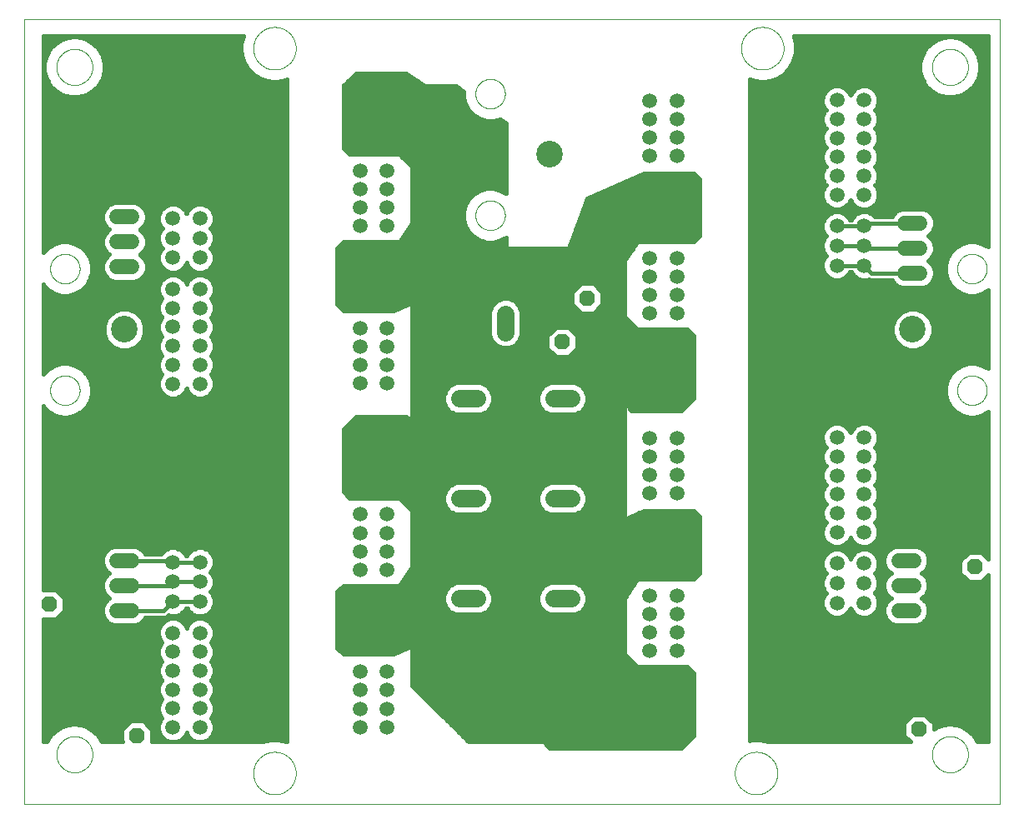
<source format=gtl>
G75*
%MOIN*%
%OFA0B0*%
%FSLAX25Y25*%
%IPPOS*%
%LPD*%
%AMOC8*
5,1,8,0,0,1.08239X$1,22.5*
%
%ADD10C,0.00000*%
%ADD11C,0.05906*%
%ADD12OC8,0.06300*%
%ADD13C,0.10630*%
%ADD14C,0.07050*%
%ADD15C,0.06000*%
%ADD16C,0.01600*%
D10*
X0001000Y0001000D02*
X0001000Y0315000D01*
X0391000Y0315000D01*
X0391000Y0001000D01*
X0001000Y0001000D01*
X0013800Y0021000D02*
X0013802Y0021177D01*
X0013809Y0021353D01*
X0013820Y0021530D01*
X0013835Y0021706D01*
X0013854Y0021881D01*
X0013878Y0022056D01*
X0013906Y0022231D01*
X0013938Y0022405D01*
X0013975Y0022578D01*
X0014016Y0022749D01*
X0014061Y0022920D01*
X0014110Y0023090D01*
X0014163Y0023259D01*
X0014221Y0023426D01*
X0014282Y0023591D01*
X0014348Y0023755D01*
X0014418Y0023918D01*
X0014491Y0024078D01*
X0014569Y0024237D01*
X0014650Y0024394D01*
X0014735Y0024549D01*
X0014824Y0024702D01*
X0014917Y0024852D01*
X0015013Y0025000D01*
X0015113Y0025146D01*
X0015217Y0025289D01*
X0015324Y0025430D01*
X0015434Y0025568D01*
X0015548Y0025703D01*
X0015665Y0025835D01*
X0015785Y0025965D01*
X0015909Y0026091D01*
X0016035Y0026215D01*
X0016165Y0026335D01*
X0016297Y0026452D01*
X0016432Y0026566D01*
X0016570Y0026676D01*
X0016711Y0026783D01*
X0016854Y0026887D01*
X0017000Y0026987D01*
X0017148Y0027083D01*
X0017298Y0027176D01*
X0017451Y0027265D01*
X0017606Y0027350D01*
X0017763Y0027431D01*
X0017922Y0027509D01*
X0018082Y0027582D01*
X0018245Y0027652D01*
X0018409Y0027718D01*
X0018574Y0027779D01*
X0018741Y0027837D01*
X0018910Y0027890D01*
X0019080Y0027939D01*
X0019251Y0027984D01*
X0019422Y0028025D01*
X0019595Y0028062D01*
X0019769Y0028094D01*
X0019944Y0028122D01*
X0020119Y0028146D01*
X0020294Y0028165D01*
X0020470Y0028180D01*
X0020647Y0028191D01*
X0020823Y0028198D01*
X0021000Y0028200D01*
X0021177Y0028198D01*
X0021353Y0028191D01*
X0021530Y0028180D01*
X0021706Y0028165D01*
X0021881Y0028146D01*
X0022056Y0028122D01*
X0022231Y0028094D01*
X0022405Y0028062D01*
X0022578Y0028025D01*
X0022749Y0027984D01*
X0022920Y0027939D01*
X0023090Y0027890D01*
X0023259Y0027837D01*
X0023426Y0027779D01*
X0023591Y0027718D01*
X0023755Y0027652D01*
X0023918Y0027582D01*
X0024078Y0027509D01*
X0024237Y0027431D01*
X0024394Y0027350D01*
X0024549Y0027265D01*
X0024702Y0027176D01*
X0024852Y0027083D01*
X0025000Y0026987D01*
X0025146Y0026887D01*
X0025289Y0026783D01*
X0025430Y0026676D01*
X0025568Y0026566D01*
X0025703Y0026452D01*
X0025835Y0026335D01*
X0025965Y0026215D01*
X0026091Y0026091D01*
X0026215Y0025965D01*
X0026335Y0025835D01*
X0026452Y0025703D01*
X0026566Y0025568D01*
X0026676Y0025430D01*
X0026783Y0025289D01*
X0026887Y0025146D01*
X0026987Y0025000D01*
X0027083Y0024852D01*
X0027176Y0024702D01*
X0027265Y0024549D01*
X0027350Y0024394D01*
X0027431Y0024237D01*
X0027509Y0024078D01*
X0027582Y0023918D01*
X0027652Y0023755D01*
X0027718Y0023591D01*
X0027779Y0023426D01*
X0027837Y0023259D01*
X0027890Y0023090D01*
X0027939Y0022920D01*
X0027984Y0022749D01*
X0028025Y0022578D01*
X0028062Y0022405D01*
X0028094Y0022231D01*
X0028122Y0022056D01*
X0028146Y0021881D01*
X0028165Y0021706D01*
X0028180Y0021530D01*
X0028191Y0021353D01*
X0028198Y0021177D01*
X0028200Y0021000D01*
X0028198Y0020823D01*
X0028191Y0020647D01*
X0028180Y0020470D01*
X0028165Y0020294D01*
X0028146Y0020119D01*
X0028122Y0019944D01*
X0028094Y0019769D01*
X0028062Y0019595D01*
X0028025Y0019422D01*
X0027984Y0019251D01*
X0027939Y0019080D01*
X0027890Y0018910D01*
X0027837Y0018741D01*
X0027779Y0018574D01*
X0027718Y0018409D01*
X0027652Y0018245D01*
X0027582Y0018082D01*
X0027509Y0017922D01*
X0027431Y0017763D01*
X0027350Y0017606D01*
X0027265Y0017451D01*
X0027176Y0017298D01*
X0027083Y0017148D01*
X0026987Y0017000D01*
X0026887Y0016854D01*
X0026783Y0016711D01*
X0026676Y0016570D01*
X0026566Y0016432D01*
X0026452Y0016297D01*
X0026335Y0016165D01*
X0026215Y0016035D01*
X0026091Y0015909D01*
X0025965Y0015785D01*
X0025835Y0015665D01*
X0025703Y0015548D01*
X0025568Y0015434D01*
X0025430Y0015324D01*
X0025289Y0015217D01*
X0025146Y0015113D01*
X0025000Y0015013D01*
X0024852Y0014917D01*
X0024702Y0014824D01*
X0024549Y0014735D01*
X0024394Y0014650D01*
X0024237Y0014569D01*
X0024078Y0014491D01*
X0023918Y0014418D01*
X0023755Y0014348D01*
X0023591Y0014282D01*
X0023426Y0014221D01*
X0023259Y0014163D01*
X0023090Y0014110D01*
X0022920Y0014061D01*
X0022749Y0014016D01*
X0022578Y0013975D01*
X0022405Y0013938D01*
X0022231Y0013906D01*
X0022056Y0013878D01*
X0021881Y0013854D01*
X0021706Y0013835D01*
X0021530Y0013820D01*
X0021353Y0013809D01*
X0021177Y0013802D01*
X0021000Y0013800D01*
X0020823Y0013802D01*
X0020647Y0013809D01*
X0020470Y0013820D01*
X0020294Y0013835D01*
X0020119Y0013854D01*
X0019944Y0013878D01*
X0019769Y0013906D01*
X0019595Y0013938D01*
X0019422Y0013975D01*
X0019251Y0014016D01*
X0019080Y0014061D01*
X0018910Y0014110D01*
X0018741Y0014163D01*
X0018574Y0014221D01*
X0018409Y0014282D01*
X0018245Y0014348D01*
X0018082Y0014418D01*
X0017922Y0014491D01*
X0017763Y0014569D01*
X0017606Y0014650D01*
X0017451Y0014735D01*
X0017298Y0014824D01*
X0017148Y0014917D01*
X0017000Y0015013D01*
X0016854Y0015113D01*
X0016711Y0015217D01*
X0016570Y0015324D01*
X0016432Y0015434D01*
X0016297Y0015548D01*
X0016165Y0015665D01*
X0016035Y0015785D01*
X0015909Y0015909D01*
X0015785Y0016035D01*
X0015665Y0016165D01*
X0015548Y0016297D01*
X0015434Y0016432D01*
X0015324Y0016570D01*
X0015217Y0016711D01*
X0015113Y0016854D01*
X0015013Y0017000D01*
X0014917Y0017148D01*
X0014824Y0017298D01*
X0014735Y0017451D01*
X0014650Y0017606D01*
X0014569Y0017763D01*
X0014491Y0017922D01*
X0014418Y0018082D01*
X0014348Y0018245D01*
X0014282Y0018409D01*
X0014221Y0018574D01*
X0014163Y0018741D01*
X0014110Y0018910D01*
X0014061Y0019080D01*
X0014016Y0019251D01*
X0013975Y0019422D01*
X0013938Y0019595D01*
X0013906Y0019769D01*
X0013878Y0019944D01*
X0013854Y0020119D01*
X0013835Y0020294D01*
X0013820Y0020470D01*
X0013809Y0020647D01*
X0013802Y0020823D01*
X0013800Y0021000D01*
X0092500Y0013500D02*
X0092503Y0013709D01*
X0092510Y0013917D01*
X0092523Y0014125D01*
X0092541Y0014333D01*
X0092564Y0014540D01*
X0092592Y0014747D01*
X0092625Y0014953D01*
X0092663Y0015158D01*
X0092707Y0015362D01*
X0092755Y0015565D01*
X0092808Y0015767D01*
X0092866Y0015967D01*
X0092929Y0016166D01*
X0092997Y0016364D01*
X0093070Y0016559D01*
X0093147Y0016753D01*
X0093229Y0016945D01*
X0093316Y0017134D01*
X0093408Y0017322D01*
X0093504Y0017507D01*
X0093604Y0017690D01*
X0093709Y0017870D01*
X0093819Y0018047D01*
X0093933Y0018222D01*
X0094051Y0018394D01*
X0094173Y0018563D01*
X0094299Y0018729D01*
X0094429Y0018892D01*
X0094564Y0019052D01*
X0094702Y0019208D01*
X0094844Y0019361D01*
X0094990Y0019510D01*
X0095139Y0019656D01*
X0095292Y0019798D01*
X0095448Y0019936D01*
X0095608Y0020071D01*
X0095771Y0020201D01*
X0095937Y0020327D01*
X0096106Y0020449D01*
X0096278Y0020567D01*
X0096453Y0020681D01*
X0096630Y0020791D01*
X0096810Y0020896D01*
X0096993Y0020996D01*
X0097178Y0021092D01*
X0097366Y0021184D01*
X0097555Y0021271D01*
X0097747Y0021353D01*
X0097941Y0021430D01*
X0098136Y0021503D01*
X0098334Y0021571D01*
X0098533Y0021634D01*
X0098733Y0021692D01*
X0098935Y0021745D01*
X0099138Y0021793D01*
X0099342Y0021837D01*
X0099547Y0021875D01*
X0099753Y0021908D01*
X0099960Y0021936D01*
X0100167Y0021959D01*
X0100375Y0021977D01*
X0100583Y0021990D01*
X0100791Y0021997D01*
X0101000Y0022000D01*
X0101209Y0021997D01*
X0101417Y0021990D01*
X0101625Y0021977D01*
X0101833Y0021959D01*
X0102040Y0021936D01*
X0102247Y0021908D01*
X0102453Y0021875D01*
X0102658Y0021837D01*
X0102862Y0021793D01*
X0103065Y0021745D01*
X0103267Y0021692D01*
X0103467Y0021634D01*
X0103666Y0021571D01*
X0103864Y0021503D01*
X0104059Y0021430D01*
X0104253Y0021353D01*
X0104445Y0021271D01*
X0104634Y0021184D01*
X0104822Y0021092D01*
X0105007Y0020996D01*
X0105190Y0020896D01*
X0105370Y0020791D01*
X0105547Y0020681D01*
X0105722Y0020567D01*
X0105894Y0020449D01*
X0106063Y0020327D01*
X0106229Y0020201D01*
X0106392Y0020071D01*
X0106552Y0019936D01*
X0106708Y0019798D01*
X0106861Y0019656D01*
X0107010Y0019510D01*
X0107156Y0019361D01*
X0107298Y0019208D01*
X0107436Y0019052D01*
X0107571Y0018892D01*
X0107701Y0018729D01*
X0107827Y0018563D01*
X0107949Y0018394D01*
X0108067Y0018222D01*
X0108181Y0018047D01*
X0108291Y0017870D01*
X0108396Y0017690D01*
X0108496Y0017507D01*
X0108592Y0017322D01*
X0108684Y0017134D01*
X0108771Y0016945D01*
X0108853Y0016753D01*
X0108930Y0016559D01*
X0109003Y0016364D01*
X0109071Y0016166D01*
X0109134Y0015967D01*
X0109192Y0015767D01*
X0109245Y0015565D01*
X0109293Y0015362D01*
X0109337Y0015158D01*
X0109375Y0014953D01*
X0109408Y0014747D01*
X0109436Y0014540D01*
X0109459Y0014333D01*
X0109477Y0014125D01*
X0109490Y0013917D01*
X0109497Y0013709D01*
X0109500Y0013500D01*
X0109497Y0013291D01*
X0109490Y0013083D01*
X0109477Y0012875D01*
X0109459Y0012667D01*
X0109436Y0012460D01*
X0109408Y0012253D01*
X0109375Y0012047D01*
X0109337Y0011842D01*
X0109293Y0011638D01*
X0109245Y0011435D01*
X0109192Y0011233D01*
X0109134Y0011033D01*
X0109071Y0010834D01*
X0109003Y0010636D01*
X0108930Y0010441D01*
X0108853Y0010247D01*
X0108771Y0010055D01*
X0108684Y0009866D01*
X0108592Y0009678D01*
X0108496Y0009493D01*
X0108396Y0009310D01*
X0108291Y0009130D01*
X0108181Y0008953D01*
X0108067Y0008778D01*
X0107949Y0008606D01*
X0107827Y0008437D01*
X0107701Y0008271D01*
X0107571Y0008108D01*
X0107436Y0007948D01*
X0107298Y0007792D01*
X0107156Y0007639D01*
X0107010Y0007490D01*
X0106861Y0007344D01*
X0106708Y0007202D01*
X0106552Y0007064D01*
X0106392Y0006929D01*
X0106229Y0006799D01*
X0106063Y0006673D01*
X0105894Y0006551D01*
X0105722Y0006433D01*
X0105547Y0006319D01*
X0105370Y0006209D01*
X0105190Y0006104D01*
X0105007Y0006004D01*
X0104822Y0005908D01*
X0104634Y0005816D01*
X0104445Y0005729D01*
X0104253Y0005647D01*
X0104059Y0005570D01*
X0103864Y0005497D01*
X0103666Y0005429D01*
X0103467Y0005366D01*
X0103267Y0005308D01*
X0103065Y0005255D01*
X0102862Y0005207D01*
X0102658Y0005163D01*
X0102453Y0005125D01*
X0102247Y0005092D01*
X0102040Y0005064D01*
X0101833Y0005041D01*
X0101625Y0005023D01*
X0101417Y0005010D01*
X0101209Y0005003D01*
X0101000Y0005000D01*
X0100791Y0005003D01*
X0100583Y0005010D01*
X0100375Y0005023D01*
X0100167Y0005041D01*
X0099960Y0005064D01*
X0099753Y0005092D01*
X0099547Y0005125D01*
X0099342Y0005163D01*
X0099138Y0005207D01*
X0098935Y0005255D01*
X0098733Y0005308D01*
X0098533Y0005366D01*
X0098334Y0005429D01*
X0098136Y0005497D01*
X0097941Y0005570D01*
X0097747Y0005647D01*
X0097555Y0005729D01*
X0097366Y0005816D01*
X0097178Y0005908D01*
X0096993Y0006004D01*
X0096810Y0006104D01*
X0096630Y0006209D01*
X0096453Y0006319D01*
X0096278Y0006433D01*
X0096106Y0006551D01*
X0095937Y0006673D01*
X0095771Y0006799D01*
X0095608Y0006929D01*
X0095448Y0007064D01*
X0095292Y0007202D01*
X0095139Y0007344D01*
X0094990Y0007490D01*
X0094844Y0007639D01*
X0094702Y0007792D01*
X0094564Y0007948D01*
X0094429Y0008108D01*
X0094299Y0008271D01*
X0094173Y0008437D01*
X0094051Y0008606D01*
X0093933Y0008778D01*
X0093819Y0008953D01*
X0093709Y0009130D01*
X0093604Y0009310D01*
X0093504Y0009493D01*
X0093408Y0009678D01*
X0093316Y0009866D01*
X0093229Y0010055D01*
X0093147Y0010247D01*
X0093070Y0010441D01*
X0092997Y0010636D01*
X0092929Y0010834D01*
X0092866Y0011033D01*
X0092808Y0011233D01*
X0092755Y0011435D01*
X0092707Y0011638D01*
X0092663Y0011842D01*
X0092625Y0012047D01*
X0092592Y0012253D01*
X0092564Y0012460D01*
X0092541Y0012667D01*
X0092523Y0012875D01*
X0092510Y0013083D01*
X0092503Y0013291D01*
X0092500Y0013500D01*
X0011295Y0166669D02*
X0011297Y0166822D01*
X0011303Y0166976D01*
X0011313Y0167129D01*
X0011327Y0167281D01*
X0011345Y0167434D01*
X0011367Y0167585D01*
X0011392Y0167736D01*
X0011422Y0167887D01*
X0011456Y0168037D01*
X0011493Y0168185D01*
X0011534Y0168333D01*
X0011579Y0168479D01*
X0011628Y0168625D01*
X0011681Y0168769D01*
X0011737Y0168911D01*
X0011797Y0169052D01*
X0011861Y0169192D01*
X0011928Y0169330D01*
X0011999Y0169466D01*
X0012074Y0169600D01*
X0012151Y0169732D01*
X0012233Y0169862D01*
X0012317Y0169990D01*
X0012405Y0170116D01*
X0012496Y0170239D01*
X0012590Y0170360D01*
X0012688Y0170478D01*
X0012788Y0170594D01*
X0012892Y0170707D01*
X0012998Y0170818D01*
X0013107Y0170926D01*
X0013219Y0171031D01*
X0013333Y0171132D01*
X0013451Y0171231D01*
X0013570Y0171327D01*
X0013692Y0171420D01*
X0013817Y0171509D01*
X0013944Y0171596D01*
X0014073Y0171678D01*
X0014204Y0171758D01*
X0014337Y0171834D01*
X0014472Y0171907D01*
X0014609Y0171976D01*
X0014748Y0172041D01*
X0014888Y0172103D01*
X0015030Y0172161D01*
X0015173Y0172216D01*
X0015318Y0172267D01*
X0015464Y0172314D01*
X0015611Y0172357D01*
X0015759Y0172396D01*
X0015908Y0172432D01*
X0016058Y0172463D01*
X0016209Y0172491D01*
X0016360Y0172515D01*
X0016513Y0172535D01*
X0016665Y0172551D01*
X0016818Y0172563D01*
X0016971Y0172571D01*
X0017124Y0172575D01*
X0017278Y0172575D01*
X0017431Y0172571D01*
X0017584Y0172563D01*
X0017737Y0172551D01*
X0017889Y0172535D01*
X0018042Y0172515D01*
X0018193Y0172491D01*
X0018344Y0172463D01*
X0018494Y0172432D01*
X0018643Y0172396D01*
X0018791Y0172357D01*
X0018938Y0172314D01*
X0019084Y0172267D01*
X0019229Y0172216D01*
X0019372Y0172161D01*
X0019514Y0172103D01*
X0019654Y0172041D01*
X0019793Y0171976D01*
X0019930Y0171907D01*
X0020065Y0171834D01*
X0020198Y0171758D01*
X0020329Y0171678D01*
X0020458Y0171596D01*
X0020585Y0171509D01*
X0020710Y0171420D01*
X0020832Y0171327D01*
X0020951Y0171231D01*
X0021069Y0171132D01*
X0021183Y0171031D01*
X0021295Y0170926D01*
X0021404Y0170818D01*
X0021510Y0170707D01*
X0021614Y0170594D01*
X0021714Y0170478D01*
X0021812Y0170360D01*
X0021906Y0170239D01*
X0021997Y0170116D01*
X0022085Y0169990D01*
X0022169Y0169862D01*
X0022251Y0169732D01*
X0022328Y0169600D01*
X0022403Y0169466D01*
X0022474Y0169330D01*
X0022541Y0169192D01*
X0022605Y0169052D01*
X0022665Y0168911D01*
X0022721Y0168769D01*
X0022774Y0168625D01*
X0022823Y0168479D01*
X0022868Y0168333D01*
X0022909Y0168185D01*
X0022946Y0168037D01*
X0022980Y0167887D01*
X0023010Y0167736D01*
X0023035Y0167585D01*
X0023057Y0167434D01*
X0023075Y0167281D01*
X0023089Y0167129D01*
X0023099Y0166976D01*
X0023105Y0166822D01*
X0023107Y0166669D01*
X0023105Y0166516D01*
X0023099Y0166362D01*
X0023089Y0166209D01*
X0023075Y0166057D01*
X0023057Y0165904D01*
X0023035Y0165753D01*
X0023010Y0165602D01*
X0022980Y0165451D01*
X0022946Y0165301D01*
X0022909Y0165153D01*
X0022868Y0165005D01*
X0022823Y0164859D01*
X0022774Y0164713D01*
X0022721Y0164569D01*
X0022665Y0164427D01*
X0022605Y0164286D01*
X0022541Y0164146D01*
X0022474Y0164008D01*
X0022403Y0163872D01*
X0022328Y0163738D01*
X0022251Y0163606D01*
X0022169Y0163476D01*
X0022085Y0163348D01*
X0021997Y0163222D01*
X0021906Y0163099D01*
X0021812Y0162978D01*
X0021714Y0162860D01*
X0021614Y0162744D01*
X0021510Y0162631D01*
X0021404Y0162520D01*
X0021295Y0162412D01*
X0021183Y0162307D01*
X0021069Y0162206D01*
X0020951Y0162107D01*
X0020832Y0162011D01*
X0020710Y0161918D01*
X0020585Y0161829D01*
X0020458Y0161742D01*
X0020329Y0161660D01*
X0020198Y0161580D01*
X0020065Y0161504D01*
X0019930Y0161431D01*
X0019793Y0161362D01*
X0019654Y0161297D01*
X0019514Y0161235D01*
X0019372Y0161177D01*
X0019229Y0161122D01*
X0019084Y0161071D01*
X0018938Y0161024D01*
X0018791Y0160981D01*
X0018643Y0160942D01*
X0018494Y0160906D01*
X0018344Y0160875D01*
X0018193Y0160847D01*
X0018042Y0160823D01*
X0017889Y0160803D01*
X0017737Y0160787D01*
X0017584Y0160775D01*
X0017431Y0160767D01*
X0017278Y0160763D01*
X0017124Y0160763D01*
X0016971Y0160767D01*
X0016818Y0160775D01*
X0016665Y0160787D01*
X0016513Y0160803D01*
X0016360Y0160823D01*
X0016209Y0160847D01*
X0016058Y0160875D01*
X0015908Y0160906D01*
X0015759Y0160942D01*
X0015611Y0160981D01*
X0015464Y0161024D01*
X0015318Y0161071D01*
X0015173Y0161122D01*
X0015030Y0161177D01*
X0014888Y0161235D01*
X0014748Y0161297D01*
X0014609Y0161362D01*
X0014472Y0161431D01*
X0014337Y0161504D01*
X0014204Y0161580D01*
X0014073Y0161660D01*
X0013944Y0161742D01*
X0013817Y0161829D01*
X0013692Y0161918D01*
X0013570Y0162011D01*
X0013451Y0162107D01*
X0013333Y0162206D01*
X0013219Y0162307D01*
X0013107Y0162412D01*
X0012998Y0162520D01*
X0012892Y0162631D01*
X0012788Y0162744D01*
X0012688Y0162860D01*
X0012590Y0162978D01*
X0012496Y0163099D01*
X0012405Y0163222D01*
X0012317Y0163348D01*
X0012233Y0163476D01*
X0012151Y0163606D01*
X0012074Y0163738D01*
X0011999Y0163872D01*
X0011928Y0164008D01*
X0011861Y0164146D01*
X0011797Y0164286D01*
X0011737Y0164427D01*
X0011681Y0164569D01*
X0011628Y0164713D01*
X0011579Y0164859D01*
X0011534Y0165005D01*
X0011493Y0165153D01*
X0011456Y0165301D01*
X0011422Y0165451D01*
X0011392Y0165602D01*
X0011367Y0165753D01*
X0011345Y0165904D01*
X0011327Y0166057D01*
X0011313Y0166209D01*
X0011303Y0166362D01*
X0011297Y0166516D01*
X0011295Y0166669D01*
X0011295Y0215331D02*
X0011297Y0215484D01*
X0011303Y0215638D01*
X0011313Y0215791D01*
X0011327Y0215943D01*
X0011345Y0216096D01*
X0011367Y0216247D01*
X0011392Y0216398D01*
X0011422Y0216549D01*
X0011456Y0216699D01*
X0011493Y0216847D01*
X0011534Y0216995D01*
X0011579Y0217141D01*
X0011628Y0217287D01*
X0011681Y0217431D01*
X0011737Y0217573D01*
X0011797Y0217714D01*
X0011861Y0217854D01*
X0011928Y0217992D01*
X0011999Y0218128D01*
X0012074Y0218262D01*
X0012151Y0218394D01*
X0012233Y0218524D01*
X0012317Y0218652D01*
X0012405Y0218778D01*
X0012496Y0218901D01*
X0012590Y0219022D01*
X0012688Y0219140D01*
X0012788Y0219256D01*
X0012892Y0219369D01*
X0012998Y0219480D01*
X0013107Y0219588D01*
X0013219Y0219693D01*
X0013333Y0219794D01*
X0013451Y0219893D01*
X0013570Y0219989D01*
X0013692Y0220082D01*
X0013817Y0220171D01*
X0013944Y0220258D01*
X0014073Y0220340D01*
X0014204Y0220420D01*
X0014337Y0220496D01*
X0014472Y0220569D01*
X0014609Y0220638D01*
X0014748Y0220703D01*
X0014888Y0220765D01*
X0015030Y0220823D01*
X0015173Y0220878D01*
X0015318Y0220929D01*
X0015464Y0220976D01*
X0015611Y0221019D01*
X0015759Y0221058D01*
X0015908Y0221094D01*
X0016058Y0221125D01*
X0016209Y0221153D01*
X0016360Y0221177D01*
X0016513Y0221197D01*
X0016665Y0221213D01*
X0016818Y0221225D01*
X0016971Y0221233D01*
X0017124Y0221237D01*
X0017278Y0221237D01*
X0017431Y0221233D01*
X0017584Y0221225D01*
X0017737Y0221213D01*
X0017889Y0221197D01*
X0018042Y0221177D01*
X0018193Y0221153D01*
X0018344Y0221125D01*
X0018494Y0221094D01*
X0018643Y0221058D01*
X0018791Y0221019D01*
X0018938Y0220976D01*
X0019084Y0220929D01*
X0019229Y0220878D01*
X0019372Y0220823D01*
X0019514Y0220765D01*
X0019654Y0220703D01*
X0019793Y0220638D01*
X0019930Y0220569D01*
X0020065Y0220496D01*
X0020198Y0220420D01*
X0020329Y0220340D01*
X0020458Y0220258D01*
X0020585Y0220171D01*
X0020710Y0220082D01*
X0020832Y0219989D01*
X0020951Y0219893D01*
X0021069Y0219794D01*
X0021183Y0219693D01*
X0021295Y0219588D01*
X0021404Y0219480D01*
X0021510Y0219369D01*
X0021614Y0219256D01*
X0021714Y0219140D01*
X0021812Y0219022D01*
X0021906Y0218901D01*
X0021997Y0218778D01*
X0022085Y0218652D01*
X0022169Y0218524D01*
X0022251Y0218394D01*
X0022328Y0218262D01*
X0022403Y0218128D01*
X0022474Y0217992D01*
X0022541Y0217854D01*
X0022605Y0217714D01*
X0022665Y0217573D01*
X0022721Y0217431D01*
X0022774Y0217287D01*
X0022823Y0217141D01*
X0022868Y0216995D01*
X0022909Y0216847D01*
X0022946Y0216699D01*
X0022980Y0216549D01*
X0023010Y0216398D01*
X0023035Y0216247D01*
X0023057Y0216096D01*
X0023075Y0215943D01*
X0023089Y0215791D01*
X0023099Y0215638D01*
X0023105Y0215484D01*
X0023107Y0215331D01*
X0023105Y0215178D01*
X0023099Y0215024D01*
X0023089Y0214871D01*
X0023075Y0214719D01*
X0023057Y0214566D01*
X0023035Y0214415D01*
X0023010Y0214264D01*
X0022980Y0214113D01*
X0022946Y0213963D01*
X0022909Y0213815D01*
X0022868Y0213667D01*
X0022823Y0213521D01*
X0022774Y0213375D01*
X0022721Y0213231D01*
X0022665Y0213089D01*
X0022605Y0212948D01*
X0022541Y0212808D01*
X0022474Y0212670D01*
X0022403Y0212534D01*
X0022328Y0212400D01*
X0022251Y0212268D01*
X0022169Y0212138D01*
X0022085Y0212010D01*
X0021997Y0211884D01*
X0021906Y0211761D01*
X0021812Y0211640D01*
X0021714Y0211522D01*
X0021614Y0211406D01*
X0021510Y0211293D01*
X0021404Y0211182D01*
X0021295Y0211074D01*
X0021183Y0210969D01*
X0021069Y0210868D01*
X0020951Y0210769D01*
X0020832Y0210673D01*
X0020710Y0210580D01*
X0020585Y0210491D01*
X0020458Y0210404D01*
X0020329Y0210322D01*
X0020198Y0210242D01*
X0020065Y0210166D01*
X0019930Y0210093D01*
X0019793Y0210024D01*
X0019654Y0209959D01*
X0019514Y0209897D01*
X0019372Y0209839D01*
X0019229Y0209784D01*
X0019084Y0209733D01*
X0018938Y0209686D01*
X0018791Y0209643D01*
X0018643Y0209604D01*
X0018494Y0209568D01*
X0018344Y0209537D01*
X0018193Y0209509D01*
X0018042Y0209485D01*
X0017889Y0209465D01*
X0017737Y0209449D01*
X0017584Y0209437D01*
X0017431Y0209429D01*
X0017278Y0209425D01*
X0017124Y0209425D01*
X0016971Y0209429D01*
X0016818Y0209437D01*
X0016665Y0209449D01*
X0016513Y0209465D01*
X0016360Y0209485D01*
X0016209Y0209509D01*
X0016058Y0209537D01*
X0015908Y0209568D01*
X0015759Y0209604D01*
X0015611Y0209643D01*
X0015464Y0209686D01*
X0015318Y0209733D01*
X0015173Y0209784D01*
X0015030Y0209839D01*
X0014888Y0209897D01*
X0014748Y0209959D01*
X0014609Y0210024D01*
X0014472Y0210093D01*
X0014337Y0210166D01*
X0014204Y0210242D01*
X0014073Y0210322D01*
X0013944Y0210404D01*
X0013817Y0210491D01*
X0013692Y0210580D01*
X0013570Y0210673D01*
X0013451Y0210769D01*
X0013333Y0210868D01*
X0013219Y0210969D01*
X0013107Y0211074D01*
X0012998Y0211182D01*
X0012892Y0211293D01*
X0012788Y0211406D01*
X0012688Y0211522D01*
X0012590Y0211640D01*
X0012496Y0211761D01*
X0012405Y0211884D01*
X0012317Y0212010D01*
X0012233Y0212138D01*
X0012151Y0212268D01*
X0012074Y0212400D01*
X0011999Y0212534D01*
X0011928Y0212670D01*
X0011861Y0212808D01*
X0011797Y0212948D01*
X0011737Y0213089D01*
X0011681Y0213231D01*
X0011628Y0213375D01*
X0011579Y0213521D01*
X0011534Y0213667D01*
X0011493Y0213815D01*
X0011456Y0213963D01*
X0011422Y0214113D01*
X0011392Y0214264D01*
X0011367Y0214415D01*
X0011345Y0214566D01*
X0011327Y0214719D01*
X0011313Y0214871D01*
X0011303Y0215024D01*
X0011297Y0215178D01*
X0011295Y0215331D01*
X0013800Y0296000D02*
X0013802Y0296177D01*
X0013809Y0296353D01*
X0013820Y0296530D01*
X0013835Y0296706D01*
X0013854Y0296881D01*
X0013878Y0297056D01*
X0013906Y0297231D01*
X0013938Y0297405D01*
X0013975Y0297578D01*
X0014016Y0297749D01*
X0014061Y0297920D01*
X0014110Y0298090D01*
X0014163Y0298259D01*
X0014221Y0298426D01*
X0014282Y0298591D01*
X0014348Y0298755D01*
X0014418Y0298918D01*
X0014491Y0299078D01*
X0014569Y0299237D01*
X0014650Y0299394D01*
X0014735Y0299549D01*
X0014824Y0299702D01*
X0014917Y0299852D01*
X0015013Y0300000D01*
X0015113Y0300146D01*
X0015217Y0300289D01*
X0015324Y0300430D01*
X0015434Y0300568D01*
X0015548Y0300703D01*
X0015665Y0300835D01*
X0015785Y0300965D01*
X0015909Y0301091D01*
X0016035Y0301215D01*
X0016165Y0301335D01*
X0016297Y0301452D01*
X0016432Y0301566D01*
X0016570Y0301676D01*
X0016711Y0301783D01*
X0016854Y0301887D01*
X0017000Y0301987D01*
X0017148Y0302083D01*
X0017298Y0302176D01*
X0017451Y0302265D01*
X0017606Y0302350D01*
X0017763Y0302431D01*
X0017922Y0302509D01*
X0018082Y0302582D01*
X0018245Y0302652D01*
X0018409Y0302718D01*
X0018574Y0302779D01*
X0018741Y0302837D01*
X0018910Y0302890D01*
X0019080Y0302939D01*
X0019251Y0302984D01*
X0019422Y0303025D01*
X0019595Y0303062D01*
X0019769Y0303094D01*
X0019944Y0303122D01*
X0020119Y0303146D01*
X0020294Y0303165D01*
X0020470Y0303180D01*
X0020647Y0303191D01*
X0020823Y0303198D01*
X0021000Y0303200D01*
X0021177Y0303198D01*
X0021353Y0303191D01*
X0021530Y0303180D01*
X0021706Y0303165D01*
X0021881Y0303146D01*
X0022056Y0303122D01*
X0022231Y0303094D01*
X0022405Y0303062D01*
X0022578Y0303025D01*
X0022749Y0302984D01*
X0022920Y0302939D01*
X0023090Y0302890D01*
X0023259Y0302837D01*
X0023426Y0302779D01*
X0023591Y0302718D01*
X0023755Y0302652D01*
X0023918Y0302582D01*
X0024078Y0302509D01*
X0024237Y0302431D01*
X0024394Y0302350D01*
X0024549Y0302265D01*
X0024702Y0302176D01*
X0024852Y0302083D01*
X0025000Y0301987D01*
X0025146Y0301887D01*
X0025289Y0301783D01*
X0025430Y0301676D01*
X0025568Y0301566D01*
X0025703Y0301452D01*
X0025835Y0301335D01*
X0025965Y0301215D01*
X0026091Y0301091D01*
X0026215Y0300965D01*
X0026335Y0300835D01*
X0026452Y0300703D01*
X0026566Y0300568D01*
X0026676Y0300430D01*
X0026783Y0300289D01*
X0026887Y0300146D01*
X0026987Y0300000D01*
X0027083Y0299852D01*
X0027176Y0299702D01*
X0027265Y0299549D01*
X0027350Y0299394D01*
X0027431Y0299237D01*
X0027509Y0299078D01*
X0027582Y0298918D01*
X0027652Y0298755D01*
X0027718Y0298591D01*
X0027779Y0298426D01*
X0027837Y0298259D01*
X0027890Y0298090D01*
X0027939Y0297920D01*
X0027984Y0297749D01*
X0028025Y0297578D01*
X0028062Y0297405D01*
X0028094Y0297231D01*
X0028122Y0297056D01*
X0028146Y0296881D01*
X0028165Y0296706D01*
X0028180Y0296530D01*
X0028191Y0296353D01*
X0028198Y0296177D01*
X0028200Y0296000D01*
X0028198Y0295823D01*
X0028191Y0295647D01*
X0028180Y0295470D01*
X0028165Y0295294D01*
X0028146Y0295119D01*
X0028122Y0294944D01*
X0028094Y0294769D01*
X0028062Y0294595D01*
X0028025Y0294422D01*
X0027984Y0294251D01*
X0027939Y0294080D01*
X0027890Y0293910D01*
X0027837Y0293741D01*
X0027779Y0293574D01*
X0027718Y0293409D01*
X0027652Y0293245D01*
X0027582Y0293082D01*
X0027509Y0292922D01*
X0027431Y0292763D01*
X0027350Y0292606D01*
X0027265Y0292451D01*
X0027176Y0292298D01*
X0027083Y0292148D01*
X0026987Y0292000D01*
X0026887Y0291854D01*
X0026783Y0291711D01*
X0026676Y0291570D01*
X0026566Y0291432D01*
X0026452Y0291297D01*
X0026335Y0291165D01*
X0026215Y0291035D01*
X0026091Y0290909D01*
X0025965Y0290785D01*
X0025835Y0290665D01*
X0025703Y0290548D01*
X0025568Y0290434D01*
X0025430Y0290324D01*
X0025289Y0290217D01*
X0025146Y0290113D01*
X0025000Y0290013D01*
X0024852Y0289917D01*
X0024702Y0289824D01*
X0024549Y0289735D01*
X0024394Y0289650D01*
X0024237Y0289569D01*
X0024078Y0289491D01*
X0023918Y0289418D01*
X0023755Y0289348D01*
X0023591Y0289282D01*
X0023426Y0289221D01*
X0023259Y0289163D01*
X0023090Y0289110D01*
X0022920Y0289061D01*
X0022749Y0289016D01*
X0022578Y0288975D01*
X0022405Y0288938D01*
X0022231Y0288906D01*
X0022056Y0288878D01*
X0021881Y0288854D01*
X0021706Y0288835D01*
X0021530Y0288820D01*
X0021353Y0288809D01*
X0021177Y0288802D01*
X0021000Y0288800D01*
X0020823Y0288802D01*
X0020647Y0288809D01*
X0020470Y0288820D01*
X0020294Y0288835D01*
X0020119Y0288854D01*
X0019944Y0288878D01*
X0019769Y0288906D01*
X0019595Y0288938D01*
X0019422Y0288975D01*
X0019251Y0289016D01*
X0019080Y0289061D01*
X0018910Y0289110D01*
X0018741Y0289163D01*
X0018574Y0289221D01*
X0018409Y0289282D01*
X0018245Y0289348D01*
X0018082Y0289418D01*
X0017922Y0289491D01*
X0017763Y0289569D01*
X0017606Y0289650D01*
X0017451Y0289735D01*
X0017298Y0289824D01*
X0017148Y0289917D01*
X0017000Y0290013D01*
X0016854Y0290113D01*
X0016711Y0290217D01*
X0016570Y0290324D01*
X0016432Y0290434D01*
X0016297Y0290548D01*
X0016165Y0290665D01*
X0016035Y0290785D01*
X0015909Y0290909D01*
X0015785Y0291035D01*
X0015665Y0291165D01*
X0015548Y0291297D01*
X0015434Y0291432D01*
X0015324Y0291570D01*
X0015217Y0291711D01*
X0015113Y0291854D01*
X0015013Y0292000D01*
X0014917Y0292148D01*
X0014824Y0292298D01*
X0014735Y0292451D01*
X0014650Y0292606D01*
X0014569Y0292763D01*
X0014491Y0292922D01*
X0014418Y0293082D01*
X0014348Y0293245D01*
X0014282Y0293409D01*
X0014221Y0293574D01*
X0014163Y0293741D01*
X0014110Y0293910D01*
X0014061Y0294080D01*
X0014016Y0294251D01*
X0013975Y0294422D01*
X0013938Y0294595D01*
X0013906Y0294769D01*
X0013878Y0294944D01*
X0013854Y0295119D01*
X0013835Y0295294D01*
X0013820Y0295470D01*
X0013809Y0295647D01*
X0013802Y0295823D01*
X0013800Y0296000D01*
X0092500Y0303500D02*
X0092503Y0303709D01*
X0092510Y0303917D01*
X0092523Y0304125D01*
X0092541Y0304333D01*
X0092564Y0304540D01*
X0092592Y0304747D01*
X0092625Y0304953D01*
X0092663Y0305158D01*
X0092707Y0305362D01*
X0092755Y0305565D01*
X0092808Y0305767D01*
X0092866Y0305967D01*
X0092929Y0306166D01*
X0092997Y0306364D01*
X0093070Y0306559D01*
X0093147Y0306753D01*
X0093229Y0306945D01*
X0093316Y0307134D01*
X0093408Y0307322D01*
X0093504Y0307507D01*
X0093604Y0307690D01*
X0093709Y0307870D01*
X0093819Y0308047D01*
X0093933Y0308222D01*
X0094051Y0308394D01*
X0094173Y0308563D01*
X0094299Y0308729D01*
X0094429Y0308892D01*
X0094564Y0309052D01*
X0094702Y0309208D01*
X0094844Y0309361D01*
X0094990Y0309510D01*
X0095139Y0309656D01*
X0095292Y0309798D01*
X0095448Y0309936D01*
X0095608Y0310071D01*
X0095771Y0310201D01*
X0095937Y0310327D01*
X0096106Y0310449D01*
X0096278Y0310567D01*
X0096453Y0310681D01*
X0096630Y0310791D01*
X0096810Y0310896D01*
X0096993Y0310996D01*
X0097178Y0311092D01*
X0097366Y0311184D01*
X0097555Y0311271D01*
X0097747Y0311353D01*
X0097941Y0311430D01*
X0098136Y0311503D01*
X0098334Y0311571D01*
X0098533Y0311634D01*
X0098733Y0311692D01*
X0098935Y0311745D01*
X0099138Y0311793D01*
X0099342Y0311837D01*
X0099547Y0311875D01*
X0099753Y0311908D01*
X0099960Y0311936D01*
X0100167Y0311959D01*
X0100375Y0311977D01*
X0100583Y0311990D01*
X0100791Y0311997D01*
X0101000Y0312000D01*
X0101209Y0311997D01*
X0101417Y0311990D01*
X0101625Y0311977D01*
X0101833Y0311959D01*
X0102040Y0311936D01*
X0102247Y0311908D01*
X0102453Y0311875D01*
X0102658Y0311837D01*
X0102862Y0311793D01*
X0103065Y0311745D01*
X0103267Y0311692D01*
X0103467Y0311634D01*
X0103666Y0311571D01*
X0103864Y0311503D01*
X0104059Y0311430D01*
X0104253Y0311353D01*
X0104445Y0311271D01*
X0104634Y0311184D01*
X0104822Y0311092D01*
X0105007Y0310996D01*
X0105190Y0310896D01*
X0105370Y0310791D01*
X0105547Y0310681D01*
X0105722Y0310567D01*
X0105894Y0310449D01*
X0106063Y0310327D01*
X0106229Y0310201D01*
X0106392Y0310071D01*
X0106552Y0309936D01*
X0106708Y0309798D01*
X0106861Y0309656D01*
X0107010Y0309510D01*
X0107156Y0309361D01*
X0107298Y0309208D01*
X0107436Y0309052D01*
X0107571Y0308892D01*
X0107701Y0308729D01*
X0107827Y0308563D01*
X0107949Y0308394D01*
X0108067Y0308222D01*
X0108181Y0308047D01*
X0108291Y0307870D01*
X0108396Y0307690D01*
X0108496Y0307507D01*
X0108592Y0307322D01*
X0108684Y0307134D01*
X0108771Y0306945D01*
X0108853Y0306753D01*
X0108930Y0306559D01*
X0109003Y0306364D01*
X0109071Y0306166D01*
X0109134Y0305967D01*
X0109192Y0305767D01*
X0109245Y0305565D01*
X0109293Y0305362D01*
X0109337Y0305158D01*
X0109375Y0304953D01*
X0109408Y0304747D01*
X0109436Y0304540D01*
X0109459Y0304333D01*
X0109477Y0304125D01*
X0109490Y0303917D01*
X0109497Y0303709D01*
X0109500Y0303500D01*
X0109497Y0303291D01*
X0109490Y0303083D01*
X0109477Y0302875D01*
X0109459Y0302667D01*
X0109436Y0302460D01*
X0109408Y0302253D01*
X0109375Y0302047D01*
X0109337Y0301842D01*
X0109293Y0301638D01*
X0109245Y0301435D01*
X0109192Y0301233D01*
X0109134Y0301033D01*
X0109071Y0300834D01*
X0109003Y0300636D01*
X0108930Y0300441D01*
X0108853Y0300247D01*
X0108771Y0300055D01*
X0108684Y0299866D01*
X0108592Y0299678D01*
X0108496Y0299493D01*
X0108396Y0299310D01*
X0108291Y0299130D01*
X0108181Y0298953D01*
X0108067Y0298778D01*
X0107949Y0298606D01*
X0107827Y0298437D01*
X0107701Y0298271D01*
X0107571Y0298108D01*
X0107436Y0297948D01*
X0107298Y0297792D01*
X0107156Y0297639D01*
X0107010Y0297490D01*
X0106861Y0297344D01*
X0106708Y0297202D01*
X0106552Y0297064D01*
X0106392Y0296929D01*
X0106229Y0296799D01*
X0106063Y0296673D01*
X0105894Y0296551D01*
X0105722Y0296433D01*
X0105547Y0296319D01*
X0105370Y0296209D01*
X0105190Y0296104D01*
X0105007Y0296004D01*
X0104822Y0295908D01*
X0104634Y0295816D01*
X0104445Y0295729D01*
X0104253Y0295647D01*
X0104059Y0295570D01*
X0103864Y0295497D01*
X0103666Y0295429D01*
X0103467Y0295366D01*
X0103267Y0295308D01*
X0103065Y0295255D01*
X0102862Y0295207D01*
X0102658Y0295163D01*
X0102453Y0295125D01*
X0102247Y0295092D01*
X0102040Y0295064D01*
X0101833Y0295041D01*
X0101625Y0295023D01*
X0101417Y0295010D01*
X0101209Y0295003D01*
X0101000Y0295000D01*
X0100791Y0295003D01*
X0100583Y0295010D01*
X0100375Y0295023D01*
X0100167Y0295041D01*
X0099960Y0295064D01*
X0099753Y0295092D01*
X0099547Y0295125D01*
X0099342Y0295163D01*
X0099138Y0295207D01*
X0098935Y0295255D01*
X0098733Y0295308D01*
X0098533Y0295366D01*
X0098334Y0295429D01*
X0098136Y0295497D01*
X0097941Y0295570D01*
X0097747Y0295647D01*
X0097555Y0295729D01*
X0097366Y0295816D01*
X0097178Y0295908D01*
X0096993Y0296004D01*
X0096810Y0296104D01*
X0096630Y0296209D01*
X0096453Y0296319D01*
X0096278Y0296433D01*
X0096106Y0296551D01*
X0095937Y0296673D01*
X0095771Y0296799D01*
X0095608Y0296929D01*
X0095448Y0297064D01*
X0095292Y0297202D01*
X0095139Y0297344D01*
X0094990Y0297490D01*
X0094844Y0297639D01*
X0094702Y0297792D01*
X0094564Y0297948D01*
X0094429Y0298108D01*
X0094299Y0298271D01*
X0094173Y0298437D01*
X0094051Y0298606D01*
X0093933Y0298778D01*
X0093819Y0298953D01*
X0093709Y0299130D01*
X0093604Y0299310D01*
X0093504Y0299493D01*
X0093408Y0299678D01*
X0093316Y0299866D01*
X0093229Y0300055D01*
X0093147Y0300247D01*
X0093070Y0300441D01*
X0092997Y0300636D01*
X0092929Y0300834D01*
X0092866Y0301033D01*
X0092808Y0301233D01*
X0092755Y0301435D01*
X0092707Y0301638D01*
X0092663Y0301842D01*
X0092625Y0302047D01*
X0092592Y0302253D01*
X0092564Y0302460D01*
X0092541Y0302667D01*
X0092523Y0302875D01*
X0092510Y0303083D01*
X0092503Y0303291D01*
X0092500Y0303500D01*
X0181295Y0285331D02*
X0181297Y0285484D01*
X0181303Y0285638D01*
X0181313Y0285791D01*
X0181327Y0285943D01*
X0181345Y0286096D01*
X0181367Y0286247D01*
X0181392Y0286398D01*
X0181422Y0286549D01*
X0181456Y0286699D01*
X0181493Y0286847D01*
X0181534Y0286995D01*
X0181579Y0287141D01*
X0181628Y0287287D01*
X0181681Y0287431D01*
X0181737Y0287573D01*
X0181797Y0287714D01*
X0181861Y0287854D01*
X0181928Y0287992D01*
X0181999Y0288128D01*
X0182074Y0288262D01*
X0182151Y0288394D01*
X0182233Y0288524D01*
X0182317Y0288652D01*
X0182405Y0288778D01*
X0182496Y0288901D01*
X0182590Y0289022D01*
X0182688Y0289140D01*
X0182788Y0289256D01*
X0182892Y0289369D01*
X0182998Y0289480D01*
X0183107Y0289588D01*
X0183219Y0289693D01*
X0183333Y0289794D01*
X0183451Y0289893D01*
X0183570Y0289989D01*
X0183692Y0290082D01*
X0183817Y0290171D01*
X0183944Y0290258D01*
X0184073Y0290340D01*
X0184204Y0290420D01*
X0184337Y0290496D01*
X0184472Y0290569D01*
X0184609Y0290638D01*
X0184748Y0290703D01*
X0184888Y0290765D01*
X0185030Y0290823D01*
X0185173Y0290878D01*
X0185318Y0290929D01*
X0185464Y0290976D01*
X0185611Y0291019D01*
X0185759Y0291058D01*
X0185908Y0291094D01*
X0186058Y0291125D01*
X0186209Y0291153D01*
X0186360Y0291177D01*
X0186513Y0291197D01*
X0186665Y0291213D01*
X0186818Y0291225D01*
X0186971Y0291233D01*
X0187124Y0291237D01*
X0187278Y0291237D01*
X0187431Y0291233D01*
X0187584Y0291225D01*
X0187737Y0291213D01*
X0187889Y0291197D01*
X0188042Y0291177D01*
X0188193Y0291153D01*
X0188344Y0291125D01*
X0188494Y0291094D01*
X0188643Y0291058D01*
X0188791Y0291019D01*
X0188938Y0290976D01*
X0189084Y0290929D01*
X0189229Y0290878D01*
X0189372Y0290823D01*
X0189514Y0290765D01*
X0189654Y0290703D01*
X0189793Y0290638D01*
X0189930Y0290569D01*
X0190065Y0290496D01*
X0190198Y0290420D01*
X0190329Y0290340D01*
X0190458Y0290258D01*
X0190585Y0290171D01*
X0190710Y0290082D01*
X0190832Y0289989D01*
X0190951Y0289893D01*
X0191069Y0289794D01*
X0191183Y0289693D01*
X0191295Y0289588D01*
X0191404Y0289480D01*
X0191510Y0289369D01*
X0191614Y0289256D01*
X0191714Y0289140D01*
X0191812Y0289022D01*
X0191906Y0288901D01*
X0191997Y0288778D01*
X0192085Y0288652D01*
X0192169Y0288524D01*
X0192251Y0288394D01*
X0192328Y0288262D01*
X0192403Y0288128D01*
X0192474Y0287992D01*
X0192541Y0287854D01*
X0192605Y0287714D01*
X0192665Y0287573D01*
X0192721Y0287431D01*
X0192774Y0287287D01*
X0192823Y0287141D01*
X0192868Y0286995D01*
X0192909Y0286847D01*
X0192946Y0286699D01*
X0192980Y0286549D01*
X0193010Y0286398D01*
X0193035Y0286247D01*
X0193057Y0286096D01*
X0193075Y0285943D01*
X0193089Y0285791D01*
X0193099Y0285638D01*
X0193105Y0285484D01*
X0193107Y0285331D01*
X0193105Y0285178D01*
X0193099Y0285024D01*
X0193089Y0284871D01*
X0193075Y0284719D01*
X0193057Y0284566D01*
X0193035Y0284415D01*
X0193010Y0284264D01*
X0192980Y0284113D01*
X0192946Y0283963D01*
X0192909Y0283815D01*
X0192868Y0283667D01*
X0192823Y0283521D01*
X0192774Y0283375D01*
X0192721Y0283231D01*
X0192665Y0283089D01*
X0192605Y0282948D01*
X0192541Y0282808D01*
X0192474Y0282670D01*
X0192403Y0282534D01*
X0192328Y0282400D01*
X0192251Y0282268D01*
X0192169Y0282138D01*
X0192085Y0282010D01*
X0191997Y0281884D01*
X0191906Y0281761D01*
X0191812Y0281640D01*
X0191714Y0281522D01*
X0191614Y0281406D01*
X0191510Y0281293D01*
X0191404Y0281182D01*
X0191295Y0281074D01*
X0191183Y0280969D01*
X0191069Y0280868D01*
X0190951Y0280769D01*
X0190832Y0280673D01*
X0190710Y0280580D01*
X0190585Y0280491D01*
X0190458Y0280404D01*
X0190329Y0280322D01*
X0190198Y0280242D01*
X0190065Y0280166D01*
X0189930Y0280093D01*
X0189793Y0280024D01*
X0189654Y0279959D01*
X0189514Y0279897D01*
X0189372Y0279839D01*
X0189229Y0279784D01*
X0189084Y0279733D01*
X0188938Y0279686D01*
X0188791Y0279643D01*
X0188643Y0279604D01*
X0188494Y0279568D01*
X0188344Y0279537D01*
X0188193Y0279509D01*
X0188042Y0279485D01*
X0187889Y0279465D01*
X0187737Y0279449D01*
X0187584Y0279437D01*
X0187431Y0279429D01*
X0187278Y0279425D01*
X0187124Y0279425D01*
X0186971Y0279429D01*
X0186818Y0279437D01*
X0186665Y0279449D01*
X0186513Y0279465D01*
X0186360Y0279485D01*
X0186209Y0279509D01*
X0186058Y0279537D01*
X0185908Y0279568D01*
X0185759Y0279604D01*
X0185611Y0279643D01*
X0185464Y0279686D01*
X0185318Y0279733D01*
X0185173Y0279784D01*
X0185030Y0279839D01*
X0184888Y0279897D01*
X0184748Y0279959D01*
X0184609Y0280024D01*
X0184472Y0280093D01*
X0184337Y0280166D01*
X0184204Y0280242D01*
X0184073Y0280322D01*
X0183944Y0280404D01*
X0183817Y0280491D01*
X0183692Y0280580D01*
X0183570Y0280673D01*
X0183451Y0280769D01*
X0183333Y0280868D01*
X0183219Y0280969D01*
X0183107Y0281074D01*
X0182998Y0281182D01*
X0182892Y0281293D01*
X0182788Y0281406D01*
X0182688Y0281522D01*
X0182590Y0281640D01*
X0182496Y0281761D01*
X0182405Y0281884D01*
X0182317Y0282010D01*
X0182233Y0282138D01*
X0182151Y0282268D01*
X0182074Y0282400D01*
X0181999Y0282534D01*
X0181928Y0282670D01*
X0181861Y0282808D01*
X0181797Y0282948D01*
X0181737Y0283089D01*
X0181681Y0283231D01*
X0181628Y0283375D01*
X0181579Y0283521D01*
X0181534Y0283667D01*
X0181493Y0283815D01*
X0181456Y0283963D01*
X0181422Y0284113D01*
X0181392Y0284264D01*
X0181367Y0284415D01*
X0181345Y0284566D01*
X0181327Y0284719D01*
X0181313Y0284871D01*
X0181303Y0285024D01*
X0181297Y0285178D01*
X0181295Y0285331D01*
X0181295Y0236669D02*
X0181297Y0236822D01*
X0181303Y0236976D01*
X0181313Y0237129D01*
X0181327Y0237281D01*
X0181345Y0237434D01*
X0181367Y0237585D01*
X0181392Y0237736D01*
X0181422Y0237887D01*
X0181456Y0238037D01*
X0181493Y0238185D01*
X0181534Y0238333D01*
X0181579Y0238479D01*
X0181628Y0238625D01*
X0181681Y0238769D01*
X0181737Y0238911D01*
X0181797Y0239052D01*
X0181861Y0239192D01*
X0181928Y0239330D01*
X0181999Y0239466D01*
X0182074Y0239600D01*
X0182151Y0239732D01*
X0182233Y0239862D01*
X0182317Y0239990D01*
X0182405Y0240116D01*
X0182496Y0240239D01*
X0182590Y0240360D01*
X0182688Y0240478D01*
X0182788Y0240594D01*
X0182892Y0240707D01*
X0182998Y0240818D01*
X0183107Y0240926D01*
X0183219Y0241031D01*
X0183333Y0241132D01*
X0183451Y0241231D01*
X0183570Y0241327D01*
X0183692Y0241420D01*
X0183817Y0241509D01*
X0183944Y0241596D01*
X0184073Y0241678D01*
X0184204Y0241758D01*
X0184337Y0241834D01*
X0184472Y0241907D01*
X0184609Y0241976D01*
X0184748Y0242041D01*
X0184888Y0242103D01*
X0185030Y0242161D01*
X0185173Y0242216D01*
X0185318Y0242267D01*
X0185464Y0242314D01*
X0185611Y0242357D01*
X0185759Y0242396D01*
X0185908Y0242432D01*
X0186058Y0242463D01*
X0186209Y0242491D01*
X0186360Y0242515D01*
X0186513Y0242535D01*
X0186665Y0242551D01*
X0186818Y0242563D01*
X0186971Y0242571D01*
X0187124Y0242575D01*
X0187278Y0242575D01*
X0187431Y0242571D01*
X0187584Y0242563D01*
X0187737Y0242551D01*
X0187889Y0242535D01*
X0188042Y0242515D01*
X0188193Y0242491D01*
X0188344Y0242463D01*
X0188494Y0242432D01*
X0188643Y0242396D01*
X0188791Y0242357D01*
X0188938Y0242314D01*
X0189084Y0242267D01*
X0189229Y0242216D01*
X0189372Y0242161D01*
X0189514Y0242103D01*
X0189654Y0242041D01*
X0189793Y0241976D01*
X0189930Y0241907D01*
X0190065Y0241834D01*
X0190198Y0241758D01*
X0190329Y0241678D01*
X0190458Y0241596D01*
X0190585Y0241509D01*
X0190710Y0241420D01*
X0190832Y0241327D01*
X0190951Y0241231D01*
X0191069Y0241132D01*
X0191183Y0241031D01*
X0191295Y0240926D01*
X0191404Y0240818D01*
X0191510Y0240707D01*
X0191614Y0240594D01*
X0191714Y0240478D01*
X0191812Y0240360D01*
X0191906Y0240239D01*
X0191997Y0240116D01*
X0192085Y0239990D01*
X0192169Y0239862D01*
X0192251Y0239732D01*
X0192328Y0239600D01*
X0192403Y0239466D01*
X0192474Y0239330D01*
X0192541Y0239192D01*
X0192605Y0239052D01*
X0192665Y0238911D01*
X0192721Y0238769D01*
X0192774Y0238625D01*
X0192823Y0238479D01*
X0192868Y0238333D01*
X0192909Y0238185D01*
X0192946Y0238037D01*
X0192980Y0237887D01*
X0193010Y0237736D01*
X0193035Y0237585D01*
X0193057Y0237434D01*
X0193075Y0237281D01*
X0193089Y0237129D01*
X0193099Y0236976D01*
X0193105Y0236822D01*
X0193107Y0236669D01*
X0193105Y0236516D01*
X0193099Y0236362D01*
X0193089Y0236209D01*
X0193075Y0236057D01*
X0193057Y0235904D01*
X0193035Y0235753D01*
X0193010Y0235602D01*
X0192980Y0235451D01*
X0192946Y0235301D01*
X0192909Y0235153D01*
X0192868Y0235005D01*
X0192823Y0234859D01*
X0192774Y0234713D01*
X0192721Y0234569D01*
X0192665Y0234427D01*
X0192605Y0234286D01*
X0192541Y0234146D01*
X0192474Y0234008D01*
X0192403Y0233872D01*
X0192328Y0233738D01*
X0192251Y0233606D01*
X0192169Y0233476D01*
X0192085Y0233348D01*
X0191997Y0233222D01*
X0191906Y0233099D01*
X0191812Y0232978D01*
X0191714Y0232860D01*
X0191614Y0232744D01*
X0191510Y0232631D01*
X0191404Y0232520D01*
X0191295Y0232412D01*
X0191183Y0232307D01*
X0191069Y0232206D01*
X0190951Y0232107D01*
X0190832Y0232011D01*
X0190710Y0231918D01*
X0190585Y0231829D01*
X0190458Y0231742D01*
X0190329Y0231660D01*
X0190198Y0231580D01*
X0190065Y0231504D01*
X0189930Y0231431D01*
X0189793Y0231362D01*
X0189654Y0231297D01*
X0189514Y0231235D01*
X0189372Y0231177D01*
X0189229Y0231122D01*
X0189084Y0231071D01*
X0188938Y0231024D01*
X0188791Y0230981D01*
X0188643Y0230942D01*
X0188494Y0230906D01*
X0188344Y0230875D01*
X0188193Y0230847D01*
X0188042Y0230823D01*
X0187889Y0230803D01*
X0187737Y0230787D01*
X0187584Y0230775D01*
X0187431Y0230767D01*
X0187278Y0230763D01*
X0187124Y0230763D01*
X0186971Y0230767D01*
X0186818Y0230775D01*
X0186665Y0230787D01*
X0186513Y0230803D01*
X0186360Y0230823D01*
X0186209Y0230847D01*
X0186058Y0230875D01*
X0185908Y0230906D01*
X0185759Y0230942D01*
X0185611Y0230981D01*
X0185464Y0231024D01*
X0185318Y0231071D01*
X0185173Y0231122D01*
X0185030Y0231177D01*
X0184888Y0231235D01*
X0184748Y0231297D01*
X0184609Y0231362D01*
X0184472Y0231431D01*
X0184337Y0231504D01*
X0184204Y0231580D01*
X0184073Y0231660D01*
X0183944Y0231742D01*
X0183817Y0231829D01*
X0183692Y0231918D01*
X0183570Y0232011D01*
X0183451Y0232107D01*
X0183333Y0232206D01*
X0183219Y0232307D01*
X0183107Y0232412D01*
X0182998Y0232520D01*
X0182892Y0232631D01*
X0182788Y0232744D01*
X0182688Y0232860D01*
X0182590Y0232978D01*
X0182496Y0233099D01*
X0182405Y0233222D01*
X0182317Y0233348D01*
X0182233Y0233476D01*
X0182151Y0233606D01*
X0182074Y0233738D01*
X0181999Y0233872D01*
X0181928Y0234008D01*
X0181861Y0234146D01*
X0181797Y0234286D01*
X0181737Y0234427D01*
X0181681Y0234569D01*
X0181628Y0234713D01*
X0181579Y0234859D01*
X0181534Y0235005D01*
X0181493Y0235153D01*
X0181456Y0235301D01*
X0181422Y0235451D01*
X0181392Y0235602D01*
X0181367Y0235753D01*
X0181345Y0235904D01*
X0181327Y0236057D01*
X0181313Y0236209D01*
X0181303Y0236362D01*
X0181297Y0236516D01*
X0181295Y0236669D01*
X0287500Y0303500D02*
X0287503Y0303709D01*
X0287510Y0303917D01*
X0287523Y0304125D01*
X0287541Y0304333D01*
X0287564Y0304540D01*
X0287592Y0304747D01*
X0287625Y0304953D01*
X0287663Y0305158D01*
X0287707Y0305362D01*
X0287755Y0305565D01*
X0287808Y0305767D01*
X0287866Y0305967D01*
X0287929Y0306166D01*
X0287997Y0306364D01*
X0288070Y0306559D01*
X0288147Y0306753D01*
X0288229Y0306945D01*
X0288316Y0307134D01*
X0288408Y0307322D01*
X0288504Y0307507D01*
X0288604Y0307690D01*
X0288709Y0307870D01*
X0288819Y0308047D01*
X0288933Y0308222D01*
X0289051Y0308394D01*
X0289173Y0308563D01*
X0289299Y0308729D01*
X0289429Y0308892D01*
X0289564Y0309052D01*
X0289702Y0309208D01*
X0289844Y0309361D01*
X0289990Y0309510D01*
X0290139Y0309656D01*
X0290292Y0309798D01*
X0290448Y0309936D01*
X0290608Y0310071D01*
X0290771Y0310201D01*
X0290937Y0310327D01*
X0291106Y0310449D01*
X0291278Y0310567D01*
X0291453Y0310681D01*
X0291630Y0310791D01*
X0291810Y0310896D01*
X0291993Y0310996D01*
X0292178Y0311092D01*
X0292366Y0311184D01*
X0292555Y0311271D01*
X0292747Y0311353D01*
X0292941Y0311430D01*
X0293136Y0311503D01*
X0293334Y0311571D01*
X0293533Y0311634D01*
X0293733Y0311692D01*
X0293935Y0311745D01*
X0294138Y0311793D01*
X0294342Y0311837D01*
X0294547Y0311875D01*
X0294753Y0311908D01*
X0294960Y0311936D01*
X0295167Y0311959D01*
X0295375Y0311977D01*
X0295583Y0311990D01*
X0295791Y0311997D01*
X0296000Y0312000D01*
X0296209Y0311997D01*
X0296417Y0311990D01*
X0296625Y0311977D01*
X0296833Y0311959D01*
X0297040Y0311936D01*
X0297247Y0311908D01*
X0297453Y0311875D01*
X0297658Y0311837D01*
X0297862Y0311793D01*
X0298065Y0311745D01*
X0298267Y0311692D01*
X0298467Y0311634D01*
X0298666Y0311571D01*
X0298864Y0311503D01*
X0299059Y0311430D01*
X0299253Y0311353D01*
X0299445Y0311271D01*
X0299634Y0311184D01*
X0299822Y0311092D01*
X0300007Y0310996D01*
X0300190Y0310896D01*
X0300370Y0310791D01*
X0300547Y0310681D01*
X0300722Y0310567D01*
X0300894Y0310449D01*
X0301063Y0310327D01*
X0301229Y0310201D01*
X0301392Y0310071D01*
X0301552Y0309936D01*
X0301708Y0309798D01*
X0301861Y0309656D01*
X0302010Y0309510D01*
X0302156Y0309361D01*
X0302298Y0309208D01*
X0302436Y0309052D01*
X0302571Y0308892D01*
X0302701Y0308729D01*
X0302827Y0308563D01*
X0302949Y0308394D01*
X0303067Y0308222D01*
X0303181Y0308047D01*
X0303291Y0307870D01*
X0303396Y0307690D01*
X0303496Y0307507D01*
X0303592Y0307322D01*
X0303684Y0307134D01*
X0303771Y0306945D01*
X0303853Y0306753D01*
X0303930Y0306559D01*
X0304003Y0306364D01*
X0304071Y0306166D01*
X0304134Y0305967D01*
X0304192Y0305767D01*
X0304245Y0305565D01*
X0304293Y0305362D01*
X0304337Y0305158D01*
X0304375Y0304953D01*
X0304408Y0304747D01*
X0304436Y0304540D01*
X0304459Y0304333D01*
X0304477Y0304125D01*
X0304490Y0303917D01*
X0304497Y0303709D01*
X0304500Y0303500D01*
X0304497Y0303291D01*
X0304490Y0303083D01*
X0304477Y0302875D01*
X0304459Y0302667D01*
X0304436Y0302460D01*
X0304408Y0302253D01*
X0304375Y0302047D01*
X0304337Y0301842D01*
X0304293Y0301638D01*
X0304245Y0301435D01*
X0304192Y0301233D01*
X0304134Y0301033D01*
X0304071Y0300834D01*
X0304003Y0300636D01*
X0303930Y0300441D01*
X0303853Y0300247D01*
X0303771Y0300055D01*
X0303684Y0299866D01*
X0303592Y0299678D01*
X0303496Y0299493D01*
X0303396Y0299310D01*
X0303291Y0299130D01*
X0303181Y0298953D01*
X0303067Y0298778D01*
X0302949Y0298606D01*
X0302827Y0298437D01*
X0302701Y0298271D01*
X0302571Y0298108D01*
X0302436Y0297948D01*
X0302298Y0297792D01*
X0302156Y0297639D01*
X0302010Y0297490D01*
X0301861Y0297344D01*
X0301708Y0297202D01*
X0301552Y0297064D01*
X0301392Y0296929D01*
X0301229Y0296799D01*
X0301063Y0296673D01*
X0300894Y0296551D01*
X0300722Y0296433D01*
X0300547Y0296319D01*
X0300370Y0296209D01*
X0300190Y0296104D01*
X0300007Y0296004D01*
X0299822Y0295908D01*
X0299634Y0295816D01*
X0299445Y0295729D01*
X0299253Y0295647D01*
X0299059Y0295570D01*
X0298864Y0295497D01*
X0298666Y0295429D01*
X0298467Y0295366D01*
X0298267Y0295308D01*
X0298065Y0295255D01*
X0297862Y0295207D01*
X0297658Y0295163D01*
X0297453Y0295125D01*
X0297247Y0295092D01*
X0297040Y0295064D01*
X0296833Y0295041D01*
X0296625Y0295023D01*
X0296417Y0295010D01*
X0296209Y0295003D01*
X0296000Y0295000D01*
X0295791Y0295003D01*
X0295583Y0295010D01*
X0295375Y0295023D01*
X0295167Y0295041D01*
X0294960Y0295064D01*
X0294753Y0295092D01*
X0294547Y0295125D01*
X0294342Y0295163D01*
X0294138Y0295207D01*
X0293935Y0295255D01*
X0293733Y0295308D01*
X0293533Y0295366D01*
X0293334Y0295429D01*
X0293136Y0295497D01*
X0292941Y0295570D01*
X0292747Y0295647D01*
X0292555Y0295729D01*
X0292366Y0295816D01*
X0292178Y0295908D01*
X0291993Y0296004D01*
X0291810Y0296104D01*
X0291630Y0296209D01*
X0291453Y0296319D01*
X0291278Y0296433D01*
X0291106Y0296551D01*
X0290937Y0296673D01*
X0290771Y0296799D01*
X0290608Y0296929D01*
X0290448Y0297064D01*
X0290292Y0297202D01*
X0290139Y0297344D01*
X0289990Y0297490D01*
X0289844Y0297639D01*
X0289702Y0297792D01*
X0289564Y0297948D01*
X0289429Y0298108D01*
X0289299Y0298271D01*
X0289173Y0298437D01*
X0289051Y0298606D01*
X0288933Y0298778D01*
X0288819Y0298953D01*
X0288709Y0299130D01*
X0288604Y0299310D01*
X0288504Y0299493D01*
X0288408Y0299678D01*
X0288316Y0299866D01*
X0288229Y0300055D01*
X0288147Y0300247D01*
X0288070Y0300441D01*
X0287997Y0300636D01*
X0287929Y0300834D01*
X0287866Y0301033D01*
X0287808Y0301233D01*
X0287755Y0301435D01*
X0287707Y0301638D01*
X0287663Y0301842D01*
X0287625Y0302047D01*
X0287592Y0302253D01*
X0287564Y0302460D01*
X0287541Y0302667D01*
X0287523Y0302875D01*
X0287510Y0303083D01*
X0287503Y0303291D01*
X0287500Y0303500D01*
X0363800Y0296000D02*
X0363802Y0296177D01*
X0363809Y0296353D01*
X0363820Y0296530D01*
X0363835Y0296706D01*
X0363854Y0296881D01*
X0363878Y0297056D01*
X0363906Y0297231D01*
X0363938Y0297405D01*
X0363975Y0297578D01*
X0364016Y0297749D01*
X0364061Y0297920D01*
X0364110Y0298090D01*
X0364163Y0298259D01*
X0364221Y0298426D01*
X0364282Y0298591D01*
X0364348Y0298755D01*
X0364418Y0298918D01*
X0364491Y0299078D01*
X0364569Y0299237D01*
X0364650Y0299394D01*
X0364735Y0299549D01*
X0364824Y0299702D01*
X0364917Y0299852D01*
X0365013Y0300000D01*
X0365113Y0300146D01*
X0365217Y0300289D01*
X0365324Y0300430D01*
X0365434Y0300568D01*
X0365548Y0300703D01*
X0365665Y0300835D01*
X0365785Y0300965D01*
X0365909Y0301091D01*
X0366035Y0301215D01*
X0366165Y0301335D01*
X0366297Y0301452D01*
X0366432Y0301566D01*
X0366570Y0301676D01*
X0366711Y0301783D01*
X0366854Y0301887D01*
X0367000Y0301987D01*
X0367148Y0302083D01*
X0367298Y0302176D01*
X0367451Y0302265D01*
X0367606Y0302350D01*
X0367763Y0302431D01*
X0367922Y0302509D01*
X0368082Y0302582D01*
X0368245Y0302652D01*
X0368409Y0302718D01*
X0368574Y0302779D01*
X0368741Y0302837D01*
X0368910Y0302890D01*
X0369080Y0302939D01*
X0369251Y0302984D01*
X0369422Y0303025D01*
X0369595Y0303062D01*
X0369769Y0303094D01*
X0369944Y0303122D01*
X0370119Y0303146D01*
X0370294Y0303165D01*
X0370470Y0303180D01*
X0370647Y0303191D01*
X0370823Y0303198D01*
X0371000Y0303200D01*
X0371177Y0303198D01*
X0371353Y0303191D01*
X0371530Y0303180D01*
X0371706Y0303165D01*
X0371881Y0303146D01*
X0372056Y0303122D01*
X0372231Y0303094D01*
X0372405Y0303062D01*
X0372578Y0303025D01*
X0372749Y0302984D01*
X0372920Y0302939D01*
X0373090Y0302890D01*
X0373259Y0302837D01*
X0373426Y0302779D01*
X0373591Y0302718D01*
X0373755Y0302652D01*
X0373918Y0302582D01*
X0374078Y0302509D01*
X0374237Y0302431D01*
X0374394Y0302350D01*
X0374549Y0302265D01*
X0374702Y0302176D01*
X0374852Y0302083D01*
X0375000Y0301987D01*
X0375146Y0301887D01*
X0375289Y0301783D01*
X0375430Y0301676D01*
X0375568Y0301566D01*
X0375703Y0301452D01*
X0375835Y0301335D01*
X0375965Y0301215D01*
X0376091Y0301091D01*
X0376215Y0300965D01*
X0376335Y0300835D01*
X0376452Y0300703D01*
X0376566Y0300568D01*
X0376676Y0300430D01*
X0376783Y0300289D01*
X0376887Y0300146D01*
X0376987Y0300000D01*
X0377083Y0299852D01*
X0377176Y0299702D01*
X0377265Y0299549D01*
X0377350Y0299394D01*
X0377431Y0299237D01*
X0377509Y0299078D01*
X0377582Y0298918D01*
X0377652Y0298755D01*
X0377718Y0298591D01*
X0377779Y0298426D01*
X0377837Y0298259D01*
X0377890Y0298090D01*
X0377939Y0297920D01*
X0377984Y0297749D01*
X0378025Y0297578D01*
X0378062Y0297405D01*
X0378094Y0297231D01*
X0378122Y0297056D01*
X0378146Y0296881D01*
X0378165Y0296706D01*
X0378180Y0296530D01*
X0378191Y0296353D01*
X0378198Y0296177D01*
X0378200Y0296000D01*
X0378198Y0295823D01*
X0378191Y0295647D01*
X0378180Y0295470D01*
X0378165Y0295294D01*
X0378146Y0295119D01*
X0378122Y0294944D01*
X0378094Y0294769D01*
X0378062Y0294595D01*
X0378025Y0294422D01*
X0377984Y0294251D01*
X0377939Y0294080D01*
X0377890Y0293910D01*
X0377837Y0293741D01*
X0377779Y0293574D01*
X0377718Y0293409D01*
X0377652Y0293245D01*
X0377582Y0293082D01*
X0377509Y0292922D01*
X0377431Y0292763D01*
X0377350Y0292606D01*
X0377265Y0292451D01*
X0377176Y0292298D01*
X0377083Y0292148D01*
X0376987Y0292000D01*
X0376887Y0291854D01*
X0376783Y0291711D01*
X0376676Y0291570D01*
X0376566Y0291432D01*
X0376452Y0291297D01*
X0376335Y0291165D01*
X0376215Y0291035D01*
X0376091Y0290909D01*
X0375965Y0290785D01*
X0375835Y0290665D01*
X0375703Y0290548D01*
X0375568Y0290434D01*
X0375430Y0290324D01*
X0375289Y0290217D01*
X0375146Y0290113D01*
X0375000Y0290013D01*
X0374852Y0289917D01*
X0374702Y0289824D01*
X0374549Y0289735D01*
X0374394Y0289650D01*
X0374237Y0289569D01*
X0374078Y0289491D01*
X0373918Y0289418D01*
X0373755Y0289348D01*
X0373591Y0289282D01*
X0373426Y0289221D01*
X0373259Y0289163D01*
X0373090Y0289110D01*
X0372920Y0289061D01*
X0372749Y0289016D01*
X0372578Y0288975D01*
X0372405Y0288938D01*
X0372231Y0288906D01*
X0372056Y0288878D01*
X0371881Y0288854D01*
X0371706Y0288835D01*
X0371530Y0288820D01*
X0371353Y0288809D01*
X0371177Y0288802D01*
X0371000Y0288800D01*
X0370823Y0288802D01*
X0370647Y0288809D01*
X0370470Y0288820D01*
X0370294Y0288835D01*
X0370119Y0288854D01*
X0369944Y0288878D01*
X0369769Y0288906D01*
X0369595Y0288938D01*
X0369422Y0288975D01*
X0369251Y0289016D01*
X0369080Y0289061D01*
X0368910Y0289110D01*
X0368741Y0289163D01*
X0368574Y0289221D01*
X0368409Y0289282D01*
X0368245Y0289348D01*
X0368082Y0289418D01*
X0367922Y0289491D01*
X0367763Y0289569D01*
X0367606Y0289650D01*
X0367451Y0289735D01*
X0367298Y0289824D01*
X0367148Y0289917D01*
X0367000Y0290013D01*
X0366854Y0290113D01*
X0366711Y0290217D01*
X0366570Y0290324D01*
X0366432Y0290434D01*
X0366297Y0290548D01*
X0366165Y0290665D01*
X0366035Y0290785D01*
X0365909Y0290909D01*
X0365785Y0291035D01*
X0365665Y0291165D01*
X0365548Y0291297D01*
X0365434Y0291432D01*
X0365324Y0291570D01*
X0365217Y0291711D01*
X0365113Y0291854D01*
X0365013Y0292000D01*
X0364917Y0292148D01*
X0364824Y0292298D01*
X0364735Y0292451D01*
X0364650Y0292606D01*
X0364569Y0292763D01*
X0364491Y0292922D01*
X0364418Y0293082D01*
X0364348Y0293245D01*
X0364282Y0293409D01*
X0364221Y0293574D01*
X0364163Y0293741D01*
X0364110Y0293910D01*
X0364061Y0294080D01*
X0364016Y0294251D01*
X0363975Y0294422D01*
X0363938Y0294595D01*
X0363906Y0294769D01*
X0363878Y0294944D01*
X0363854Y0295119D01*
X0363835Y0295294D01*
X0363820Y0295470D01*
X0363809Y0295647D01*
X0363802Y0295823D01*
X0363800Y0296000D01*
X0373893Y0215331D02*
X0373895Y0215484D01*
X0373901Y0215638D01*
X0373911Y0215791D01*
X0373925Y0215943D01*
X0373943Y0216096D01*
X0373965Y0216247D01*
X0373990Y0216398D01*
X0374020Y0216549D01*
X0374054Y0216699D01*
X0374091Y0216847D01*
X0374132Y0216995D01*
X0374177Y0217141D01*
X0374226Y0217287D01*
X0374279Y0217431D01*
X0374335Y0217573D01*
X0374395Y0217714D01*
X0374459Y0217854D01*
X0374526Y0217992D01*
X0374597Y0218128D01*
X0374672Y0218262D01*
X0374749Y0218394D01*
X0374831Y0218524D01*
X0374915Y0218652D01*
X0375003Y0218778D01*
X0375094Y0218901D01*
X0375188Y0219022D01*
X0375286Y0219140D01*
X0375386Y0219256D01*
X0375490Y0219369D01*
X0375596Y0219480D01*
X0375705Y0219588D01*
X0375817Y0219693D01*
X0375931Y0219794D01*
X0376049Y0219893D01*
X0376168Y0219989D01*
X0376290Y0220082D01*
X0376415Y0220171D01*
X0376542Y0220258D01*
X0376671Y0220340D01*
X0376802Y0220420D01*
X0376935Y0220496D01*
X0377070Y0220569D01*
X0377207Y0220638D01*
X0377346Y0220703D01*
X0377486Y0220765D01*
X0377628Y0220823D01*
X0377771Y0220878D01*
X0377916Y0220929D01*
X0378062Y0220976D01*
X0378209Y0221019D01*
X0378357Y0221058D01*
X0378506Y0221094D01*
X0378656Y0221125D01*
X0378807Y0221153D01*
X0378958Y0221177D01*
X0379111Y0221197D01*
X0379263Y0221213D01*
X0379416Y0221225D01*
X0379569Y0221233D01*
X0379722Y0221237D01*
X0379876Y0221237D01*
X0380029Y0221233D01*
X0380182Y0221225D01*
X0380335Y0221213D01*
X0380487Y0221197D01*
X0380640Y0221177D01*
X0380791Y0221153D01*
X0380942Y0221125D01*
X0381092Y0221094D01*
X0381241Y0221058D01*
X0381389Y0221019D01*
X0381536Y0220976D01*
X0381682Y0220929D01*
X0381827Y0220878D01*
X0381970Y0220823D01*
X0382112Y0220765D01*
X0382252Y0220703D01*
X0382391Y0220638D01*
X0382528Y0220569D01*
X0382663Y0220496D01*
X0382796Y0220420D01*
X0382927Y0220340D01*
X0383056Y0220258D01*
X0383183Y0220171D01*
X0383308Y0220082D01*
X0383430Y0219989D01*
X0383549Y0219893D01*
X0383667Y0219794D01*
X0383781Y0219693D01*
X0383893Y0219588D01*
X0384002Y0219480D01*
X0384108Y0219369D01*
X0384212Y0219256D01*
X0384312Y0219140D01*
X0384410Y0219022D01*
X0384504Y0218901D01*
X0384595Y0218778D01*
X0384683Y0218652D01*
X0384767Y0218524D01*
X0384849Y0218394D01*
X0384926Y0218262D01*
X0385001Y0218128D01*
X0385072Y0217992D01*
X0385139Y0217854D01*
X0385203Y0217714D01*
X0385263Y0217573D01*
X0385319Y0217431D01*
X0385372Y0217287D01*
X0385421Y0217141D01*
X0385466Y0216995D01*
X0385507Y0216847D01*
X0385544Y0216699D01*
X0385578Y0216549D01*
X0385608Y0216398D01*
X0385633Y0216247D01*
X0385655Y0216096D01*
X0385673Y0215943D01*
X0385687Y0215791D01*
X0385697Y0215638D01*
X0385703Y0215484D01*
X0385705Y0215331D01*
X0385703Y0215178D01*
X0385697Y0215024D01*
X0385687Y0214871D01*
X0385673Y0214719D01*
X0385655Y0214566D01*
X0385633Y0214415D01*
X0385608Y0214264D01*
X0385578Y0214113D01*
X0385544Y0213963D01*
X0385507Y0213815D01*
X0385466Y0213667D01*
X0385421Y0213521D01*
X0385372Y0213375D01*
X0385319Y0213231D01*
X0385263Y0213089D01*
X0385203Y0212948D01*
X0385139Y0212808D01*
X0385072Y0212670D01*
X0385001Y0212534D01*
X0384926Y0212400D01*
X0384849Y0212268D01*
X0384767Y0212138D01*
X0384683Y0212010D01*
X0384595Y0211884D01*
X0384504Y0211761D01*
X0384410Y0211640D01*
X0384312Y0211522D01*
X0384212Y0211406D01*
X0384108Y0211293D01*
X0384002Y0211182D01*
X0383893Y0211074D01*
X0383781Y0210969D01*
X0383667Y0210868D01*
X0383549Y0210769D01*
X0383430Y0210673D01*
X0383308Y0210580D01*
X0383183Y0210491D01*
X0383056Y0210404D01*
X0382927Y0210322D01*
X0382796Y0210242D01*
X0382663Y0210166D01*
X0382528Y0210093D01*
X0382391Y0210024D01*
X0382252Y0209959D01*
X0382112Y0209897D01*
X0381970Y0209839D01*
X0381827Y0209784D01*
X0381682Y0209733D01*
X0381536Y0209686D01*
X0381389Y0209643D01*
X0381241Y0209604D01*
X0381092Y0209568D01*
X0380942Y0209537D01*
X0380791Y0209509D01*
X0380640Y0209485D01*
X0380487Y0209465D01*
X0380335Y0209449D01*
X0380182Y0209437D01*
X0380029Y0209429D01*
X0379876Y0209425D01*
X0379722Y0209425D01*
X0379569Y0209429D01*
X0379416Y0209437D01*
X0379263Y0209449D01*
X0379111Y0209465D01*
X0378958Y0209485D01*
X0378807Y0209509D01*
X0378656Y0209537D01*
X0378506Y0209568D01*
X0378357Y0209604D01*
X0378209Y0209643D01*
X0378062Y0209686D01*
X0377916Y0209733D01*
X0377771Y0209784D01*
X0377628Y0209839D01*
X0377486Y0209897D01*
X0377346Y0209959D01*
X0377207Y0210024D01*
X0377070Y0210093D01*
X0376935Y0210166D01*
X0376802Y0210242D01*
X0376671Y0210322D01*
X0376542Y0210404D01*
X0376415Y0210491D01*
X0376290Y0210580D01*
X0376168Y0210673D01*
X0376049Y0210769D01*
X0375931Y0210868D01*
X0375817Y0210969D01*
X0375705Y0211074D01*
X0375596Y0211182D01*
X0375490Y0211293D01*
X0375386Y0211406D01*
X0375286Y0211522D01*
X0375188Y0211640D01*
X0375094Y0211761D01*
X0375003Y0211884D01*
X0374915Y0212010D01*
X0374831Y0212138D01*
X0374749Y0212268D01*
X0374672Y0212400D01*
X0374597Y0212534D01*
X0374526Y0212670D01*
X0374459Y0212808D01*
X0374395Y0212948D01*
X0374335Y0213089D01*
X0374279Y0213231D01*
X0374226Y0213375D01*
X0374177Y0213521D01*
X0374132Y0213667D01*
X0374091Y0213815D01*
X0374054Y0213963D01*
X0374020Y0214113D01*
X0373990Y0214264D01*
X0373965Y0214415D01*
X0373943Y0214566D01*
X0373925Y0214719D01*
X0373911Y0214871D01*
X0373901Y0215024D01*
X0373895Y0215178D01*
X0373893Y0215331D01*
X0373893Y0166669D02*
X0373895Y0166822D01*
X0373901Y0166976D01*
X0373911Y0167129D01*
X0373925Y0167281D01*
X0373943Y0167434D01*
X0373965Y0167585D01*
X0373990Y0167736D01*
X0374020Y0167887D01*
X0374054Y0168037D01*
X0374091Y0168185D01*
X0374132Y0168333D01*
X0374177Y0168479D01*
X0374226Y0168625D01*
X0374279Y0168769D01*
X0374335Y0168911D01*
X0374395Y0169052D01*
X0374459Y0169192D01*
X0374526Y0169330D01*
X0374597Y0169466D01*
X0374672Y0169600D01*
X0374749Y0169732D01*
X0374831Y0169862D01*
X0374915Y0169990D01*
X0375003Y0170116D01*
X0375094Y0170239D01*
X0375188Y0170360D01*
X0375286Y0170478D01*
X0375386Y0170594D01*
X0375490Y0170707D01*
X0375596Y0170818D01*
X0375705Y0170926D01*
X0375817Y0171031D01*
X0375931Y0171132D01*
X0376049Y0171231D01*
X0376168Y0171327D01*
X0376290Y0171420D01*
X0376415Y0171509D01*
X0376542Y0171596D01*
X0376671Y0171678D01*
X0376802Y0171758D01*
X0376935Y0171834D01*
X0377070Y0171907D01*
X0377207Y0171976D01*
X0377346Y0172041D01*
X0377486Y0172103D01*
X0377628Y0172161D01*
X0377771Y0172216D01*
X0377916Y0172267D01*
X0378062Y0172314D01*
X0378209Y0172357D01*
X0378357Y0172396D01*
X0378506Y0172432D01*
X0378656Y0172463D01*
X0378807Y0172491D01*
X0378958Y0172515D01*
X0379111Y0172535D01*
X0379263Y0172551D01*
X0379416Y0172563D01*
X0379569Y0172571D01*
X0379722Y0172575D01*
X0379876Y0172575D01*
X0380029Y0172571D01*
X0380182Y0172563D01*
X0380335Y0172551D01*
X0380487Y0172535D01*
X0380640Y0172515D01*
X0380791Y0172491D01*
X0380942Y0172463D01*
X0381092Y0172432D01*
X0381241Y0172396D01*
X0381389Y0172357D01*
X0381536Y0172314D01*
X0381682Y0172267D01*
X0381827Y0172216D01*
X0381970Y0172161D01*
X0382112Y0172103D01*
X0382252Y0172041D01*
X0382391Y0171976D01*
X0382528Y0171907D01*
X0382663Y0171834D01*
X0382796Y0171758D01*
X0382927Y0171678D01*
X0383056Y0171596D01*
X0383183Y0171509D01*
X0383308Y0171420D01*
X0383430Y0171327D01*
X0383549Y0171231D01*
X0383667Y0171132D01*
X0383781Y0171031D01*
X0383893Y0170926D01*
X0384002Y0170818D01*
X0384108Y0170707D01*
X0384212Y0170594D01*
X0384312Y0170478D01*
X0384410Y0170360D01*
X0384504Y0170239D01*
X0384595Y0170116D01*
X0384683Y0169990D01*
X0384767Y0169862D01*
X0384849Y0169732D01*
X0384926Y0169600D01*
X0385001Y0169466D01*
X0385072Y0169330D01*
X0385139Y0169192D01*
X0385203Y0169052D01*
X0385263Y0168911D01*
X0385319Y0168769D01*
X0385372Y0168625D01*
X0385421Y0168479D01*
X0385466Y0168333D01*
X0385507Y0168185D01*
X0385544Y0168037D01*
X0385578Y0167887D01*
X0385608Y0167736D01*
X0385633Y0167585D01*
X0385655Y0167434D01*
X0385673Y0167281D01*
X0385687Y0167129D01*
X0385697Y0166976D01*
X0385703Y0166822D01*
X0385705Y0166669D01*
X0385703Y0166516D01*
X0385697Y0166362D01*
X0385687Y0166209D01*
X0385673Y0166057D01*
X0385655Y0165904D01*
X0385633Y0165753D01*
X0385608Y0165602D01*
X0385578Y0165451D01*
X0385544Y0165301D01*
X0385507Y0165153D01*
X0385466Y0165005D01*
X0385421Y0164859D01*
X0385372Y0164713D01*
X0385319Y0164569D01*
X0385263Y0164427D01*
X0385203Y0164286D01*
X0385139Y0164146D01*
X0385072Y0164008D01*
X0385001Y0163872D01*
X0384926Y0163738D01*
X0384849Y0163606D01*
X0384767Y0163476D01*
X0384683Y0163348D01*
X0384595Y0163222D01*
X0384504Y0163099D01*
X0384410Y0162978D01*
X0384312Y0162860D01*
X0384212Y0162744D01*
X0384108Y0162631D01*
X0384002Y0162520D01*
X0383893Y0162412D01*
X0383781Y0162307D01*
X0383667Y0162206D01*
X0383549Y0162107D01*
X0383430Y0162011D01*
X0383308Y0161918D01*
X0383183Y0161829D01*
X0383056Y0161742D01*
X0382927Y0161660D01*
X0382796Y0161580D01*
X0382663Y0161504D01*
X0382528Y0161431D01*
X0382391Y0161362D01*
X0382252Y0161297D01*
X0382112Y0161235D01*
X0381970Y0161177D01*
X0381827Y0161122D01*
X0381682Y0161071D01*
X0381536Y0161024D01*
X0381389Y0160981D01*
X0381241Y0160942D01*
X0381092Y0160906D01*
X0380942Y0160875D01*
X0380791Y0160847D01*
X0380640Y0160823D01*
X0380487Y0160803D01*
X0380335Y0160787D01*
X0380182Y0160775D01*
X0380029Y0160767D01*
X0379876Y0160763D01*
X0379722Y0160763D01*
X0379569Y0160767D01*
X0379416Y0160775D01*
X0379263Y0160787D01*
X0379111Y0160803D01*
X0378958Y0160823D01*
X0378807Y0160847D01*
X0378656Y0160875D01*
X0378506Y0160906D01*
X0378357Y0160942D01*
X0378209Y0160981D01*
X0378062Y0161024D01*
X0377916Y0161071D01*
X0377771Y0161122D01*
X0377628Y0161177D01*
X0377486Y0161235D01*
X0377346Y0161297D01*
X0377207Y0161362D01*
X0377070Y0161431D01*
X0376935Y0161504D01*
X0376802Y0161580D01*
X0376671Y0161660D01*
X0376542Y0161742D01*
X0376415Y0161829D01*
X0376290Y0161918D01*
X0376168Y0162011D01*
X0376049Y0162107D01*
X0375931Y0162206D01*
X0375817Y0162307D01*
X0375705Y0162412D01*
X0375596Y0162520D01*
X0375490Y0162631D01*
X0375386Y0162744D01*
X0375286Y0162860D01*
X0375188Y0162978D01*
X0375094Y0163099D01*
X0375003Y0163222D01*
X0374915Y0163348D01*
X0374831Y0163476D01*
X0374749Y0163606D01*
X0374672Y0163738D01*
X0374597Y0163872D01*
X0374526Y0164008D01*
X0374459Y0164146D01*
X0374395Y0164286D01*
X0374335Y0164427D01*
X0374279Y0164569D01*
X0374226Y0164713D01*
X0374177Y0164859D01*
X0374132Y0165005D01*
X0374091Y0165153D01*
X0374054Y0165301D01*
X0374020Y0165451D01*
X0373990Y0165602D01*
X0373965Y0165753D01*
X0373943Y0165904D01*
X0373925Y0166057D01*
X0373911Y0166209D01*
X0373901Y0166362D01*
X0373895Y0166516D01*
X0373893Y0166669D01*
X0363800Y0021000D02*
X0363802Y0021177D01*
X0363809Y0021353D01*
X0363820Y0021530D01*
X0363835Y0021706D01*
X0363854Y0021881D01*
X0363878Y0022056D01*
X0363906Y0022231D01*
X0363938Y0022405D01*
X0363975Y0022578D01*
X0364016Y0022749D01*
X0364061Y0022920D01*
X0364110Y0023090D01*
X0364163Y0023259D01*
X0364221Y0023426D01*
X0364282Y0023591D01*
X0364348Y0023755D01*
X0364418Y0023918D01*
X0364491Y0024078D01*
X0364569Y0024237D01*
X0364650Y0024394D01*
X0364735Y0024549D01*
X0364824Y0024702D01*
X0364917Y0024852D01*
X0365013Y0025000D01*
X0365113Y0025146D01*
X0365217Y0025289D01*
X0365324Y0025430D01*
X0365434Y0025568D01*
X0365548Y0025703D01*
X0365665Y0025835D01*
X0365785Y0025965D01*
X0365909Y0026091D01*
X0366035Y0026215D01*
X0366165Y0026335D01*
X0366297Y0026452D01*
X0366432Y0026566D01*
X0366570Y0026676D01*
X0366711Y0026783D01*
X0366854Y0026887D01*
X0367000Y0026987D01*
X0367148Y0027083D01*
X0367298Y0027176D01*
X0367451Y0027265D01*
X0367606Y0027350D01*
X0367763Y0027431D01*
X0367922Y0027509D01*
X0368082Y0027582D01*
X0368245Y0027652D01*
X0368409Y0027718D01*
X0368574Y0027779D01*
X0368741Y0027837D01*
X0368910Y0027890D01*
X0369080Y0027939D01*
X0369251Y0027984D01*
X0369422Y0028025D01*
X0369595Y0028062D01*
X0369769Y0028094D01*
X0369944Y0028122D01*
X0370119Y0028146D01*
X0370294Y0028165D01*
X0370470Y0028180D01*
X0370647Y0028191D01*
X0370823Y0028198D01*
X0371000Y0028200D01*
X0371177Y0028198D01*
X0371353Y0028191D01*
X0371530Y0028180D01*
X0371706Y0028165D01*
X0371881Y0028146D01*
X0372056Y0028122D01*
X0372231Y0028094D01*
X0372405Y0028062D01*
X0372578Y0028025D01*
X0372749Y0027984D01*
X0372920Y0027939D01*
X0373090Y0027890D01*
X0373259Y0027837D01*
X0373426Y0027779D01*
X0373591Y0027718D01*
X0373755Y0027652D01*
X0373918Y0027582D01*
X0374078Y0027509D01*
X0374237Y0027431D01*
X0374394Y0027350D01*
X0374549Y0027265D01*
X0374702Y0027176D01*
X0374852Y0027083D01*
X0375000Y0026987D01*
X0375146Y0026887D01*
X0375289Y0026783D01*
X0375430Y0026676D01*
X0375568Y0026566D01*
X0375703Y0026452D01*
X0375835Y0026335D01*
X0375965Y0026215D01*
X0376091Y0026091D01*
X0376215Y0025965D01*
X0376335Y0025835D01*
X0376452Y0025703D01*
X0376566Y0025568D01*
X0376676Y0025430D01*
X0376783Y0025289D01*
X0376887Y0025146D01*
X0376987Y0025000D01*
X0377083Y0024852D01*
X0377176Y0024702D01*
X0377265Y0024549D01*
X0377350Y0024394D01*
X0377431Y0024237D01*
X0377509Y0024078D01*
X0377582Y0023918D01*
X0377652Y0023755D01*
X0377718Y0023591D01*
X0377779Y0023426D01*
X0377837Y0023259D01*
X0377890Y0023090D01*
X0377939Y0022920D01*
X0377984Y0022749D01*
X0378025Y0022578D01*
X0378062Y0022405D01*
X0378094Y0022231D01*
X0378122Y0022056D01*
X0378146Y0021881D01*
X0378165Y0021706D01*
X0378180Y0021530D01*
X0378191Y0021353D01*
X0378198Y0021177D01*
X0378200Y0021000D01*
X0378198Y0020823D01*
X0378191Y0020647D01*
X0378180Y0020470D01*
X0378165Y0020294D01*
X0378146Y0020119D01*
X0378122Y0019944D01*
X0378094Y0019769D01*
X0378062Y0019595D01*
X0378025Y0019422D01*
X0377984Y0019251D01*
X0377939Y0019080D01*
X0377890Y0018910D01*
X0377837Y0018741D01*
X0377779Y0018574D01*
X0377718Y0018409D01*
X0377652Y0018245D01*
X0377582Y0018082D01*
X0377509Y0017922D01*
X0377431Y0017763D01*
X0377350Y0017606D01*
X0377265Y0017451D01*
X0377176Y0017298D01*
X0377083Y0017148D01*
X0376987Y0017000D01*
X0376887Y0016854D01*
X0376783Y0016711D01*
X0376676Y0016570D01*
X0376566Y0016432D01*
X0376452Y0016297D01*
X0376335Y0016165D01*
X0376215Y0016035D01*
X0376091Y0015909D01*
X0375965Y0015785D01*
X0375835Y0015665D01*
X0375703Y0015548D01*
X0375568Y0015434D01*
X0375430Y0015324D01*
X0375289Y0015217D01*
X0375146Y0015113D01*
X0375000Y0015013D01*
X0374852Y0014917D01*
X0374702Y0014824D01*
X0374549Y0014735D01*
X0374394Y0014650D01*
X0374237Y0014569D01*
X0374078Y0014491D01*
X0373918Y0014418D01*
X0373755Y0014348D01*
X0373591Y0014282D01*
X0373426Y0014221D01*
X0373259Y0014163D01*
X0373090Y0014110D01*
X0372920Y0014061D01*
X0372749Y0014016D01*
X0372578Y0013975D01*
X0372405Y0013938D01*
X0372231Y0013906D01*
X0372056Y0013878D01*
X0371881Y0013854D01*
X0371706Y0013835D01*
X0371530Y0013820D01*
X0371353Y0013809D01*
X0371177Y0013802D01*
X0371000Y0013800D01*
X0370823Y0013802D01*
X0370647Y0013809D01*
X0370470Y0013820D01*
X0370294Y0013835D01*
X0370119Y0013854D01*
X0369944Y0013878D01*
X0369769Y0013906D01*
X0369595Y0013938D01*
X0369422Y0013975D01*
X0369251Y0014016D01*
X0369080Y0014061D01*
X0368910Y0014110D01*
X0368741Y0014163D01*
X0368574Y0014221D01*
X0368409Y0014282D01*
X0368245Y0014348D01*
X0368082Y0014418D01*
X0367922Y0014491D01*
X0367763Y0014569D01*
X0367606Y0014650D01*
X0367451Y0014735D01*
X0367298Y0014824D01*
X0367148Y0014917D01*
X0367000Y0015013D01*
X0366854Y0015113D01*
X0366711Y0015217D01*
X0366570Y0015324D01*
X0366432Y0015434D01*
X0366297Y0015548D01*
X0366165Y0015665D01*
X0366035Y0015785D01*
X0365909Y0015909D01*
X0365785Y0016035D01*
X0365665Y0016165D01*
X0365548Y0016297D01*
X0365434Y0016432D01*
X0365324Y0016570D01*
X0365217Y0016711D01*
X0365113Y0016854D01*
X0365013Y0017000D01*
X0364917Y0017148D01*
X0364824Y0017298D01*
X0364735Y0017451D01*
X0364650Y0017606D01*
X0364569Y0017763D01*
X0364491Y0017922D01*
X0364418Y0018082D01*
X0364348Y0018245D01*
X0364282Y0018409D01*
X0364221Y0018574D01*
X0364163Y0018741D01*
X0364110Y0018910D01*
X0364061Y0019080D01*
X0364016Y0019251D01*
X0363975Y0019422D01*
X0363938Y0019595D01*
X0363906Y0019769D01*
X0363878Y0019944D01*
X0363854Y0020119D01*
X0363835Y0020294D01*
X0363820Y0020470D01*
X0363809Y0020647D01*
X0363802Y0020823D01*
X0363800Y0021000D01*
X0285000Y0013500D02*
X0285003Y0013709D01*
X0285010Y0013917D01*
X0285023Y0014125D01*
X0285041Y0014333D01*
X0285064Y0014540D01*
X0285092Y0014747D01*
X0285125Y0014953D01*
X0285163Y0015158D01*
X0285207Y0015362D01*
X0285255Y0015565D01*
X0285308Y0015767D01*
X0285366Y0015967D01*
X0285429Y0016166D01*
X0285497Y0016364D01*
X0285570Y0016559D01*
X0285647Y0016753D01*
X0285729Y0016945D01*
X0285816Y0017134D01*
X0285908Y0017322D01*
X0286004Y0017507D01*
X0286104Y0017690D01*
X0286209Y0017870D01*
X0286319Y0018047D01*
X0286433Y0018222D01*
X0286551Y0018394D01*
X0286673Y0018563D01*
X0286799Y0018729D01*
X0286929Y0018892D01*
X0287064Y0019052D01*
X0287202Y0019208D01*
X0287344Y0019361D01*
X0287490Y0019510D01*
X0287639Y0019656D01*
X0287792Y0019798D01*
X0287948Y0019936D01*
X0288108Y0020071D01*
X0288271Y0020201D01*
X0288437Y0020327D01*
X0288606Y0020449D01*
X0288778Y0020567D01*
X0288953Y0020681D01*
X0289130Y0020791D01*
X0289310Y0020896D01*
X0289493Y0020996D01*
X0289678Y0021092D01*
X0289866Y0021184D01*
X0290055Y0021271D01*
X0290247Y0021353D01*
X0290441Y0021430D01*
X0290636Y0021503D01*
X0290834Y0021571D01*
X0291033Y0021634D01*
X0291233Y0021692D01*
X0291435Y0021745D01*
X0291638Y0021793D01*
X0291842Y0021837D01*
X0292047Y0021875D01*
X0292253Y0021908D01*
X0292460Y0021936D01*
X0292667Y0021959D01*
X0292875Y0021977D01*
X0293083Y0021990D01*
X0293291Y0021997D01*
X0293500Y0022000D01*
X0293709Y0021997D01*
X0293917Y0021990D01*
X0294125Y0021977D01*
X0294333Y0021959D01*
X0294540Y0021936D01*
X0294747Y0021908D01*
X0294953Y0021875D01*
X0295158Y0021837D01*
X0295362Y0021793D01*
X0295565Y0021745D01*
X0295767Y0021692D01*
X0295967Y0021634D01*
X0296166Y0021571D01*
X0296364Y0021503D01*
X0296559Y0021430D01*
X0296753Y0021353D01*
X0296945Y0021271D01*
X0297134Y0021184D01*
X0297322Y0021092D01*
X0297507Y0020996D01*
X0297690Y0020896D01*
X0297870Y0020791D01*
X0298047Y0020681D01*
X0298222Y0020567D01*
X0298394Y0020449D01*
X0298563Y0020327D01*
X0298729Y0020201D01*
X0298892Y0020071D01*
X0299052Y0019936D01*
X0299208Y0019798D01*
X0299361Y0019656D01*
X0299510Y0019510D01*
X0299656Y0019361D01*
X0299798Y0019208D01*
X0299936Y0019052D01*
X0300071Y0018892D01*
X0300201Y0018729D01*
X0300327Y0018563D01*
X0300449Y0018394D01*
X0300567Y0018222D01*
X0300681Y0018047D01*
X0300791Y0017870D01*
X0300896Y0017690D01*
X0300996Y0017507D01*
X0301092Y0017322D01*
X0301184Y0017134D01*
X0301271Y0016945D01*
X0301353Y0016753D01*
X0301430Y0016559D01*
X0301503Y0016364D01*
X0301571Y0016166D01*
X0301634Y0015967D01*
X0301692Y0015767D01*
X0301745Y0015565D01*
X0301793Y0015362D01*
X0301837Y0015158D01*
X0301875Y0014953D01*
X0301908Y0014747D01*
X0301936Y0014540D01*
X0301959Y0014333D01*
X0301977Y0014125D01*
X0301990Y0013917D01*
X0301997Y0013709D01*
X0302000Y0013500D01*
X0301997Y0013291D01*
X0301990Y0013083D01*
X0301977Y0012875D01*
X0301959Y0012667D01*
X0301936Y0012460D01*
X0301908Y0012253D01*
X0301875Y0012047D01*
X0301837Y0011842D01*
X0301793Y0011638D01*
X0301745Y0011435D01*
X0301692Y0011233D01*
X0301634Y0011033D01*
X0301571Y0010834D01*
X0301503Y0010636D01*
X0301430Y0010441D01*
X0301353Y0010247D01*
X0301271Y0010055D01*
X0301184Y0009866D01*
X0301092Y0009678D01*
X0300996Y0009493D01*
X0300896Y0009310D01*
X0300791Y0009130D01*
X0300681Y0008953D01*
X0300567Y0008778D01*
X0300449Y0008606D01*
X0300327Y0008437D01*
X0300201Y0008271D01*
X0300071Y0008108D01*
X0299936Y0007948D01*
X0299798Y0007792D01*
X0299656Y0007639D01*
X0299510Y0007490D01*
X0299361Y0007344D01*
X0299208Y0007202D01*
X0299052Y0007064D01*
X0298892Y0006929D01*
X0298729Y0006799D01*
X0298563Y0006673D01*
X0298394Y0006551D01*
X0298222Y0006433D01*
X0298047Y0006319D01*
X0297870Y0006209D01*
X0297690Y0006104D01*
X0297507Y0006004D01*
X0297322Y0005908D01*
X0297134Y0005816D01*
X0296945Y0005729D01*
X0296753Y0005647D01*
X0296559Y0005570D01*
X0296364Y0005497D01*
X0296166Y0005429D01*
X0295967Y0005366D01*
X0295767Y0005308D01*
X0295565Y0005255D01*
X0295362Y0005207D01*
X0295158Y0005163D01*
X0294953Y0005125D01*
X0294747Y0005092D01*
X0294540Y0005064D01*
X0294333Y0005041D01*
X0294125Y0005023D01*
X0293917Y0005010D01*
X0293709Y0005003D01*
X0293500Y0005000D01*
X0293291Y0005003D01*
X0293083Y0005010D01*
X0292875Y0005023D01*
X0292667Y0005041D01*
X0292460Y0005064D01*
X0292253Y0005092D01*
X0292047Y0005125D01*
X0291842Y0005163D01*
X0291638Y0005207D01*
X0291435Y0005255D01*
X0291233Y0005308D01*
X0291033Y0005366D01*
X0290834Y0005429D01*
X0290636Y0005497D01*
X0290441Y0005570D01*
X0290247Y0005647D01*
X0290055Y0005729D01*
X0289866Y0005816D01*
X0289678Y0005908D01*
X0289493Y0006004D01*
X0289310Y0006104D01*
X0289130Y0006209D01*
X0288953Y0006319D01*
X0288778Y0006433D01*
X0288606Y0006551D01*
X0288437Y0006673D01*
X0288271Y0006799D01*
X0288108Y0006929D01*
X0287948Y0007064D01*
X0287792Y0007202D01*
X0287639Y0007344D01*
X0287490Y0007490D01*
X0287344Y0007639D01*
X0287202Y0007792D01*
X0287064Y0007948D01*
X0286929Y0008108D01*
X0286799Y0008271D01*
X0286673Y0008437D01*
X0286551Y0008606D01*
X0286433Y0008778D01*
X0286319Y0008953D01*
X0286209Y0009130D01*
X0286104Y0009310D01*
X0286004Y0009493D01*
X0285908Y0009678D01*
X0285816Y0009866D01*
X0285729Y0010055D01*
X0285647Y0010247D01*
X0285570Y0010441D01*
X0285497Y0010636D01*
X0285429Y0010834D01*
X0285366Y0011033D01*
X0285308Y0011233D01*
X0285255Y0011435D01*
X0285207Y0011638D01*
X0285163Y0011842D01*
X0285125Y0012047D01*
X0285092Y0012253D01*
X0285064Y0012460D01*
X0285041Y0012667D01*
X0285023Y0012875D01*
X0285010Y0013083D01*
X0285003Y0013291D01*
X0285000Y0013500D01*
D11*
X0261827Y0031000D03*
X0251000Y0031000D03*
X0251000Y0038362D03*
X0251000Y0045724D03*
X0251000Y0053087D03*
X0261827Y0053087D03*
X0261827Y0045724D03*
X0261827Y0038362D03*
X0261827Y0062496D03*
X0251000Y0062496D03*
X0251000Y0069858D03*
X0251000Y0077220D03*
X0251000Y0084583D03*
X0261827Y0084583D03*
X0261827Y0077220D03*
X0261827Y0069858D03*
X0261827Y0093992D03*
X0251000Y0093992D03*
X0251000Y0101354D03*
X0251000Y0108717D03*
X0251000Y0116079D03*
X0261827Y0116079D03*
X0261827Y0108717D03*
X0261827Y0101354D03*
X0261827Y0125488D03*
X0251000Y0125488D03*
X0251000Y0132850D03*
X0251000Y0140213D03*
X0251000Y0147575D03*
X0261827Y0147575D03*
X0261827Y0140213D03*
X0261827Y0132850D03*
X0261827Y0166000D03*
X0261827Y0173362D03*
X0251000Y0173362D03*
X0251000Y0166000D03*
X0251000Y0180724D03*
X0251000Y0188087D03*
X0261827Y0188087D03*
X0261827Y0180724D03*
X0261827Y0197496D03*
X0261827Y0204858D03*
X0251000Y0204858D03*
X0251000Y0197496D03*
X0251000Y0212220D03*
X0251000Y0219583D03*
X0261827Y0219583D03*
X0261827Y0212220D03*
X0261827Y0228992D03*
X0261827Y0236354D03*
X0251000Y0236354D03*
X0251000Y0228992D03*
X0251000Y0243717D03*
X0251000Y0251079D03*
X0261827Y0251079D03*
X0261827Y0243717D03*
X0261827Y0260488D03*
X0261827Y0267850D03*
X0251000Y0267850D03*
X0251000Y0260488D03*
X0251000Y0275213D03*
X0251000Y0282575D03*
X0261827Y0282575D03*
X0261827Y0275213D03*
X0325803Y0275134D03*
X0325803Y0282693D03*
X0336630Y0282693D03*
X0336630Y0275134D03*
X0336630Y0267575D03*
X0336630Y0260016D03*
X0325803Y0260016D03*
X0325803Y0267575D03*
X0325803Y0252457D03*
X0325803Y0244898D03*
X0336630Y0244898D03*
X0336630Y0252457D03*
X0336630Y0232339D03*
X0336630Y0224465D03*
X0325803Y0224465D03*
X0325803Y0232339D03*
X0325803Y0216591D03*
X0336630Y0216591D03*
X0336630Y0194189D03*
X0336630Y0187142D03*
X0325803Y0187142D03*
X0325803Y0194189D03*
X0325803Y0180094D03*
X0325803Y0173047D03*
X0325803Y0166000D03*
X0336630Y0166000D03*
X0336630Y0173047D03*
X0336630Y0180094D03*
X0336630Y0147693D03*
X0336630Y0140134D03*
X0325803Y0140134D03*
X0325803Y0147693D03*
X0325803Y0132575D03*
X0325803Y0125016D03*
X0325803Y0117457D03*
X0336630Y0117457D03*
X0336630Y0125016D03*
X0336630Y0132575D03*
X0336630Y0109898D03*
X0325803Y0109898D03*
X0325803Y0097339D03*
X0325803Y0089465D03*
X0336630Y0089465D03*
X0336630Y0097339D03*
X0336630Y0081591D03*
X0325803Y0081591D03*
X0325803Y0059189D03*
X0325803Y0052142D03*
X0325803Y0045094D03*
X0325803Y0038047D03*
X0336630Y0038047D03*
X0336630Y0045094D03*
X0336630Y0052142D03*
X0336630Y0059189D03*
X0336630Y0031000D03*
X0325803Y0031000D03*
X0146000Y0031925D03*
X0146000Y0039287D03*
X0146000Y0046650D03*
X0146000Y0054012D03*
X0146000Y0063421D03*
X0146000Y0070783D03*
X0146000Y0078146D03*
X0146000Y0085508D03*
X0146000Y0094917D03*
X0146000Y0102280D03*
X0146000Y0109642D03*
X0146000Y0117004D03*
X0146000Y0126413D03*
X0146000Y0133776D03*
X0146000Y0141138D03*
X0146000Y0148500D03*
X0135173Y0148500D03*
X0135173Y0141138D03*
X0135173Y0133776D03*
X0135173Y0126413D03*
X0135173Y0117004D03*
X0135173Y0109642D03*
X0135173Y0102280D03*
X0135173Y0094917D03*
X0135173Y0085508D03*
X0135173Y0078146D03*
X0135173Y0070783D03*
X0135173Y0063421D03*
X0135173Y0054012D03*
X0135173Y0046650D03*
X0135173Y0039287D03*
X0135173Y0031925D03*
X0071197Y0031807D03*
X0071197Y0039366D03*
X0071197Y0046925D03*
X0071197Y0054484D03*
X0071197Y0062043D03*
X0071197Y0069602D03*
X0060370Y0069602D03*
X0060370Y0062043D03*
X0060370Y0054484D03*
X0060370Y0046925D03*
X0060370Y0039366D03*
X0060370Y0031807D03*
X0060370Y0082161D03*
X0060370Y0090035D03*
X0060370Y0097909D03*
X0071197Y0097909D03*
X0071197Y0090035D03*
X0071197Y0082161D03*
X0071197Y0120311D03*
X0071197Y0127358D03*
X0071197Y0134406D03*
X0071197Y0141453D03*
X0071197Y0148500D03*
X0060370Y0148500D03*
X0060370Y0141453D03*
X0060370Y0134406D03*
X0060370Y0127358D03*
X0060370Y0120311D03*
X0060370Y0169307D03*
X0060370Y0176866D03*
X0060370Y0184425D03*
X0060370Y0191984D03*
X0060370Y0199543D03*
X0060370Y0207102D03*
X0071197Y0207102D03*
X0071197Y0199543D03*
X0071197Y0191984D03*
X0071197Y0184425D03*
X0071197Y0176866D03*
X0071197Y0169307D03*
X0071197Y0219661D03*
X0071197Y0227535D03*
X0071197Y0235409D03*
X0060370Y0235409D03*
X0060370Y0227535D03*
X0060370Y0219661D03*
X0060370Y0257811D03*
X0060370Y0264858D03*
X0060370Y0271906D03*
X0060370Y0278953D03*
X0060370Y0286000D03*
X0071197Y0286000D03*
X0071197Y0278953D03*
X0071197Y0271906D03*
X0071197Y0264858D03*
X0071197Y0257811D03*
X0135173Y0254504D03*
X0135173Y0247142D03*
X0135173Y0239780D03*
X0135173Y0232417D03*
X0135173Y0223008D03*
X0135173Y0215646D03*
X0135173Y0208283D03*
X0135173Y0200921D03*
X0135173Y0191512D03*
X0135173Y0184150D03*
X0135173Y0176787D03*
X0135173Y0169425D03*
X0146000Y0169425D03*
X0146000Y0176787D03*
X0146000Y0184150D03*
X0146000Y0191512D03*
X0146000Y0200921D03*
X0146000Y0208283D03*
X0146000Y0215646D03*
X0146000Y0223008D03*
X0146000Y0232417D03*
X0146000Y0239780D03*
X0146000Y0247142D03*
X0146000Y0254504D03*
X0146000Y0263913D03*
X0146000Y0271276D03*
X0146000Y0278638D03*
X0146000Y0286000D03*
X0135173Y0286000D03*
X0135173Y0278638D03*
X0135173Y0271276D03*
X0135173Y0263913D03*
D12*
X0216000Y0203500D03*
X0226000Y0203500D03*
X0226000Y0186000D03*
X0216000Y0186000D03*
X0381000Y0096000D03*
X0381000Y0086000D03*
X0358500Y0031000D03*
X0348500Y0031000D03*
X0046000Y0028500D03*
X0036000Y0028500D03*
X0011000Y0081000D03*
X0011000Y0091000D03*
D13*
X0018500Y0191000D03*
X0040941Y0191000D03*
X0188500Y0261000D03*
X0210941Y0261000D03*
X0356059Y0191000D03*
X0378500Y0191000D03*
D14*
X0219525Y0163343D02*
X0212475Y0163343D01*
X0212475Y0143657D02*
X0219525Y0143657D01*
X0219525Y0123343D02*
X0212475Y0123343D01*
X0212475Y0103657D02*
X0219525Y0103657D01*
X0219525Y0083343D02*
X0212475Y0083343D01*
X0212475Y0063657D02*
X0219525Y0063657D01*
X0182025Y0063657D02*
X0174975Y0063657D01*
X0174975Y0083343D02*
X0182025Y0083343D01*
X0182025Y0103657D02*
X0174975Y0103657D01*
X0174975Y0123343D02*
X0182025Y0123343D01*
X0182025Y0143657D02*
X0174975Y0143657D01*
X0174975Y0163343D02*
X0182025Y0163343D01*
X0173657Y0189975D02*
X0173657Y0197025D01*
X0193343Y0197025D02*
X0193343Y0189975D01*
D15*
X0044000Y0216000D02*
X0038000Y0216000D01*
X0038000Y0226000D02*
X0044000Y0226000D01*
X0044000Y0236000D02*
X0038000Y0236000D01*
X0038000Y0098500D02*
X0044000Y0098500D01*
X0044000Y0088500D02*
X0038000Y0088500D01*
X0038000Y0078500D02*
X0044000Y0078500D01*
X0350500Y0078500D02*
X0356500Y0078500D01*
X0356500Y0088500D02*
X0350500Y0088500D01*
X0350500Y0098500D02*
X0356500Y0098500D01*
X0359000Y0213500D02*
X0353000Y0213500D01*
X0353000Y0223500D02*
X0359000Y0223500D01*
X0359000Y0233500D02*
X0353000Y0233500D01*
D16*
X0356000Y0233500D02*
X0337791Y0233500D01*
X0336630Y0232339D01*
X0325803Y0232339D01*
X0321605Y0228402D02*
X0320926Y0227723D01*
X0320050Y0225609D01*
X0320050Y0223320D01*
X0320926Y0221206D01*
X0321605Y0220528D01*
X0320926Y0219849D01*
X0320050Y0217735D01*
X0320050Y0215446D01*
X0320926Y0213332D01*
X0322544Y0211714D01*
X0324659Y0210838D01*
X0326947Y0210838D01*
X0329062Y0211714D01*
X0330680Y0213332D01*
X0330953Y0213991D01*
X0331480Y0213991D01*
X0331753Y0213332D01*
X0333371Y0211714D01*
X0335486Y0210838D01*
X0337774Y0210838D01*
X0338564Y0211165D01*
X0339203Y0210900D01*
X0347799Y0210900D01*
X0348083Y0210215D01*
X0349715Y0208583D01*
X0351846Y0207700D01*
X0360154Y0207700D01*
X0362285Y0208583D01*
X0363917Y0210215D01*
X0364800Y0212346D01*
X0364800Y0214654D01*
X0363917Y0216785D01*
X0362285Y0218417D01*
X0362085Y0218500D01*
X0362285Y0218583D01*
X0363917Y0220215D01*
X0364800Y0222346D01*
X0364800Y0224654D01*
X0363917Y0226785D01*
X0362285Y0228417D01*
X0362085Y0228500D01*
X0362285Y0228583D01*
X0363917Y0230215D01*
X0364800Y0232346D01*
X0364800Y0234654D01*
X0363917Y0236785D01*
X0362285Y0238417D01*
X0360154Y0239300D01*
X0351846Y0239300D01*
X0349715Y0238417D01*
X0348083Y0236785D01*
X0347799Y0236100D01*
X0341004Y0236100D01*
X0339889Y0237216D01*
X0337774Y0238091D01*
X0335486Y0238091D01*
X0333371Y0237216D01*
X0331753Y0235597D01*
X0331480Y0234939D01*
X0330953Y0234939D01*
X0330680Y0235597D01*
X0329062Y0237216D01*
X0326947Y0238091D01*
X0324659Y0238091D01*
X0322544Y0237216D01*
X0320926Y0235597D01*
X0320050Y0233483D01*
X0320050Y0231194D01*
X0320926Y0229080D01*
X0321605Y0228402D01*
X0321192Y0227989D02*
X0291000Y0227989D01*
X0291000Y0229587D02*
X0320716Y0229587D01*
X0320054Y0231186D02*
X0291000Y0231186D01*
X0291000Y0232784D02*
X0320050Y0232784D01*
X0320423Y0234383D02*
X0291000Y0234383D01*
X0291000Y0235981D02*
X0321310Y0235981D01*
X0323424Y0237580D02*
X0291000Y0237580D01*
X0291000Y0239178D02*
X0324578Y0239178D01*
X0324659Y0239145D02*
X0326947Y0239145D01*
X0329062Y0240021D01*
X0330680Y0241639D01*
X0331217Y0242934D01*
X0331753Y0241639D01*
X0333371Y0240021D01*
X0335486Y0239145D01*
X0337774Y0239145D01*
X0339889Y0240021D01*
X0341507Y0241639D01*
X0342383Y0243753D01*
X0342383Y0246042D01*
X0341507Y0248156D01*
X0340986Y0248677D01*
X0341507Y0249198D01*
X0342383Y0251312D01*
X0342383Y0253601D01*
X0341507Y0255715D01*
X0340986Y0256236D01*
X0341507Y0256757D01*
X0342383Y0258871D01*
X0342383Y0261160D01*
X0341507Y0263274D01*
X0340986Y0263795D01*
X0341507Y0264316D01*
X0342383Y0266430D01*
X0342383Y0268719D01*
X0341507Y0270833D01*
X0340986Y0271354D01*
X0341507Y0271875D01*
X0342383Y0273990D01*
X0342383Y0276278D01*
X0341507Y0278393D01*
X0340986Y0278913D01*
X0341507Y0279434D01*
X0342383Y0281549D01*
X0342383Y0283837D01*
X0341507Y0285952D01*
X0339889Y0287570D01*
X0337774Y0288446D01*
X0335486Y0288446D01*
X0333371Y0287570D01*
X0331753Y0285952D01*
X0331217Y0284656D01*
X0330680Y0285952D01*
X0329062Y0287570D01*
X0326947Y0288446D01*
X0324659Y0288446D01*
X0322544Y0287570D01*
X0320926Y0285952D01*
X0320050Y0283837D01*
X0320050Y0281549D01*
X0320926Y0279434D01*
X0321447Y0278913D01*
X0320926Y0278393D01*
X0320050Y0276278D01*
X0320050Y0273990D01*
X0320926Y0271875D01*
X0321447Y0271354D01*
X0320926Y0270833D01*
X0320050Y0268719D01*
X0320050Y0266430D01*
X0320926Y0264316D01*
X0321447Y0263795D01*
X0320926Y0263274D01*
X0320050Y0261160D01*
X0320050Y0258871D01*
X0320926Y0256757D01*
X0321447Y0256236D01*
X0320926Y0255715D01*
X0320050Y0253601D01*
X0320050Y0251312D01*
X0320926Y0249198D01*
X0321447Y0248677D01*
X0320926Y0248156D01*
X0320050Y0246042D01*
X0320050Y0243753D01*
X0320926Y0241639D01*
X0322544Y0240021D01*
X0324659Y0239145D01*
X0327028Y0239178D02*
X0335405Y0239178D01*
X0334250Y0237580D02*
X0328183Y0237580D01*
X0330296Y0235981D02*
X0332137Y0235981D01*
X0332615Y0240777D02*
X0329818Y0240777D01*
X0330985Y0242375D02*
X0331448Y0242375D01*
X0337855Y0239178D02*
X0351552Y0239178D01*
X0348877Y0237580D02*
X0339009Y0237580D01*
X0340645Y0240777D02*
X0386200Y0240777D01*
X0386200Y0242375D02*
X0341812Y0242375D01*
X0342383Y0243974D02*
X0386200Y0243974D01*
X0386200Y0245572D02*
X0342383Y0245572D01*
X0341915Y0247171D02*
X0386200Y0247171D01*
X0386200Y0248769D02*
X0341078Y0248769D01*
X0341991Y0250368D02*
X0386200Y0250368D01*
X0386200Y0251966D02*
X0342383Y0251966D01*
X0342383Y0253565D02*
X0386200Y0253565D01*
X0386200Y0255163D02*
X0341736Y0255163D01*
X0341509Y0256762D02*
X0386200Y0256762D01*
X0386200Y0258360D02*
X0342171Y0258360D01*
X0342383Y0259959D02*
X0386200Y0259959D01*
X0386200Y0261557D02*
X0342218Y0261557D01*
X0341556Y0263156D02*
X0386200Y0263156D01*
X0386200Y0264754D02*
X0341688Y0264754D01*
X0342351Y0266353D02*
X0386200Y0266353D01*
X0386200Y0267951D02*
X0342383Y0267951D01*
X0342039Y0269550D02*
X0386200Y0269550D01*
X0386200Y0271148D02*
X0341192Y0271148D01*
X0341868Y0272747D02*
X0386200Y0272747D01*
X0386200Y0274345D02*
X0342383Y0274345D01*
X0342383Y0275944D02*
X0386200Y0275944D01*
X0386200Y0277542D02*
X0341859Y0277542D01*
X0341214Y0279141D02*
X0386200Y0279141D01*
X0386200Y0280739D02*
X0342048Y0280739D01*
X0342383Y0282338D02*
X0386200Y0282338D01*
X0386200Y0283937D02*
X0342342Y0283937D01*
X0341679Y0285535D02*
X0365126Y0285535D01*
X0366368Y0284818D02*
X0369420Y0284000D01*
X0372580Y0284000D01*
X0375632Y0284818D01*
X0378368Y0286398D01*
X0380602Y0288632D01*
X0382182Y0291368D01*
X0383000Y0294420D01*
X0383000Y0297580D01*
X0382182Y0300632D01*
X0380602Y0303368D01*
X0378368Y0305602D01*
X0375632Y0307182D01*
X0372580Y0308000D01*
X0369420Y0308000D01*
X0366368Y0307182D01*
X0363632Y0305602D01*
X0361398Y0303368D01*
X0359818Y0300632D01*
X0359000Y0297580D01*
X0359000Y0294420D01*
X0359818Y0291368D01*
X0361398Y0288632D01*
X0363632Y0286398D01*
X0366368Y0284818D01*
X0362896Y0287134D02*
X0340325Y0287134D01*
X0332935Y0287134D02*
X0329498Y0287134D01*
X0330853Y0285535D02*
X0331580Y0285535D01*
X0322108Y0287134D02*
X0291000Y0287134D01*
X0291000Y0288732D02*
X0361340Y0288732D01*
X0360417Y0290331D02*
X0298238Y0290331D01*
X0297751Y0290200D02*
X0301134Y0291106D01*
X0304166Y0292857D01*
X0306643Y0295334D01*
X0308394Y0298366D01*
X0309300Y0301749D01*
X0309300Y0305251D01*
X0308429Y0308500D01*
X0386200Y0308500D01*
X0386200Y0223997D01*
X0383931Y0225307D01*
X0381209Y0226036D01*
X0378390Y0226036D01*
X0375667Y0225307D01*
X0373226Y0223897D01*
X0371233Y0221904D01*
X0369823Y0219463D01*
X0369094Y0216740D01*
X0369094Y0213921D01*
X0369823Y0211199D01*
X0371233Y0208757D01*
X0373226Y0206764D01*
X0375667Y0205355D01*
X0378390Y0204625D01*
X0381209Y0204625D01*
X0383931Y0205355D01*
X0386200Y0206665D01*
X0386200Y0175335D01*
X0383931Y0176645D01*
X0381209Y0177375D01*
X0378390Y0177375D01*
X0375667Y0176645D01*
X0373226Y0175236D01*
X0371233Y0173243D01*
X0369823Y0170801D01*
X0369094Y0168079D01*
X0369094Y0165260D01*
X0369823Y0162537D01*
X0371233Y0160096D01*
X0373226Y0158103D01*
X0375667Y0156693D01*
X0378390Y0155964D01*
X0381209Y0155964D01*
X0383931Y0156693D01*
X0386200Y0158003D01*
X0386200Y0099215D01*
X0383465Y0101950D01*
X0378535Y0101950D01*
X0375050Y0098465D01*
X0375050Y0093535D01*
X0378535Y0090050D01*
X0383465Y0090050D01*
X0386200Y0092785D01*
X0386200Y0026000D01*
X0381970Y0026000D01*
X0380602Y0028368D01*
X0378368Y0030602D01*
X0375632Y0032182D01*
X0372580Y0033000D01*
X0369420Y0033000D01*
X0366368Y0032182D01*
X0364450Y0031075D01*
X0364450Y0033465D01*
X0360965Y0036950D01*
X0356035Y0036950D01*
X0352550Y0033465D01*
X0352550Y0028535D01*
X0355085Y0026000D01*
X0298237Y0026000D01*
X0295251Y0026800D01*
X0291749Y0026800D01*
X0291000Y0026599D01*
X0291000Y0291071D01*
X0294249Y0290200D01*
X0297751Y0290200D01*
X0293762Y0290331D02*
X0291000Y0290331D01*
X0291000Y0285535D02*
X0320754Y0285535D01*
X0320092Y0283937D02*
X0291000Y0283937D01*
X0291000Y0282338D02*
X0320050Y0282338D01*
X0320386Y0280739D02*
X0291000Y0280739D01*
X0291000Y0279141D02*
X0321219Y0279141D01*
X0320574Y0277542D02*
X0291000Y0277542D01*
X0291000Y0275944D02*
X0320050Y0275944D01*
X0320050Y0274345D02*
X0291000Y0274345D01*
X0291000Y0272747D02*
X0320565Y0272747D01*
X0321241Y0271148D02*
X0291000Y0271148D01*
X0291000Y0269550D02*
X0320395Y0269550D01*
X0320050Y0267951D02*
X0291000Y0267951D01*
X0291000Y0266353D02*
X0320083Y0266353D01*
X0320745Y0264754D02*
X0291000Y0264754D01*
X0291000Y0263156D02*
X0320877Y0263156D01*
X0320215Y0261557D02*
X0291000Y0261557D01*
X0291000Y0259959D02*
X0320050Y0259959D01*
X0320262Y0258360D02*
X0291000Y0258360D01*
X0291000Y0256762D02*
X0320924Y0256762D01*
X0320698Y0255163D02*
X0291000Y0255163D01*
X0291000Y0253565D02*
X0320050Y0253565D01*
X0320050Y0251966D02*
X0291000Y0251966D01*
X0291000Y0250368D02*
X0320442Y0250368D01*
X0321355Y0248769D02*
X0291000Y0248769D01*
X0291000Y0247171D02*
X0320518Y0247171D01*
X0320050Y0245572D02*
X0291000Y0245572D01*
X0291000Y0243974D02*
X0320050Y0243974D01*
X0320621Y0242375D02*
X0291000Y0242375D01*
X0291000Y0240777D02*
X0321788Y0240777D01*
X0320374Y0226390D02*
X0291000Y0226390D01*
X0291000Y0224792D02*
X0320050Y0224792D01*
X0320103Y0223193D02*
X0291000Y0223193D01*
X0291000Y0221595D02*
X0320765Y0221595D01*
X0321073Y0219996D02*
X0291000Y0219996D01*
X0291000Y0218398D02*
X0320325Y0218398D01*
X0320050Y0216799D02*
X0291000Y0216799D01*
X0291000Y0215201D02*
X0320152Y0215201D01*
X0320814Y0213602D02*
X0291000Y0213602D01*
X0291000Y0212003D02*
X0322255Y0212003D01*
X0325803Y0216591D02*
X0336630Y0216591D01*
X0339720Y0213500D01*
X0356000Y0213500D01*
X0349491Y0208806D02*
X0291000Y0208806D01*
X0291000Y0207208D02*
X0372782Y0207208D01*
X0371204Y0208806D02*
X0362509Y0208806D01*
X0363996Y0210405D02*
X0370281Y0210405D01*
X0369608Y0212003D02*
X0364658Y0212003D01*
X0364800Y0213602D02*
X0369179Y0213602D01*
X0369094Y0215201D02*
X0364573Y0215201D01*
X0363903Y0216799D02*
X0369109Y0216799D01*
X0369538Y0218398D02*
X0362305Y0218398D01*
X0363698Y0219996D02*
X0370131Y0219996D01*
X0371054Y0221595D02*
X0364489Y0221595D01*
X0364800Y0223193D02*
X0372522Y0223193D01*
X0374775Y0224792D02*
X0364743Y0224792D01*
X0364081Y0226390D02*
X0386200Y0226390D01*
X0386200Y0224792D02*
X0384823Y0224792D01*
X0386200Y0227989D02*
X0362714Y0227989D01*
X0363290Y0229587D02*
X0386200Y0229587D01*
X0386200Y0231186D02*
X0364319Y0231186D01*
X0364800Y0232784D02*
X0386200Y0232784D01*
X0386200Y0234383D02*
X0364800Y0234383D01*
X0364250Y0235981D02*
X0386200Y0235981D01*
X0386200Y0237580D02*
X0363123Y0237580D01*
X0360448Y0239178D02*
X0386200Y0239178D01*
X0356000Y0223500D02*
X0337594Y0223500D01*
X0336630Y0224465D01*
X0325803Y0224465D01*
X0330792Y0213602D02*
X0331641Y0213602D01*
X0333081Y0212003D02*
X0329352Y0212003D01*
X0348004Y0210405D02*
X0291000Y0210405D01*
X0291000Y0205609D02*
X0375226Y0205609D01*
X0384373Y0205609D02*
X0386200Y0205609D01*
X0386200Y0204011D02*
X0291000Y0204011D01*
X0291000Y0202412D02*
X0386200Y0202412D01*
X0386200Y0200814D02*
X0291000Y0200814D01*
X0291000Y0199215D02*
X0386200Y0199215D01*
X0386200Y0197617D02*
X0360918Y0197617D01*
X0360656Y0197880D02*
X0357673Y0199115D01*
X0354445Y0199115D01*
X0351462Y0197880D01*
X0349180Y0195597D01*
X0347944Y0192614D01*
X0347944Y0189386D01*
X0349180Y0186403D01*
X0351462Y0184120D01*
X0354445Y0182885D01*
X0357673Y0182885D01*
X0360656Y0184120D01*
X0362939Y0186403D01*
X0364174Y0189386D01*
X0364174Y0192614D01*
X0362939Y0195597D01*
X0360656Y0197880D01*
X0362517Y0196018D02*
X0386200Y0196018D01*
X0386200Y0194420D02*
X0363426Y0194420D01*
X0364088Y0192821D02*
X0386200Y0192821D01*
X0386200Y0191223D02*
X0364174Y0191223D01*
X0364174Y0189624D02*
X0386200Y0189624D01*
X0386200Y0188026D02*
X0363611Y0188026D01*
X0362949Y0186427D02*
X0386200Y0186427D01*
X0386200Y0184829D02*
X0361364Y0184829D01*
X0358507Y0183230D02*
X0386200Y0183230D01*
X0386200Y0181632D02*
X0291000Y0181632D01*
X0291000Y0183230D02*
X0353611Y0183230D01*
X0350754Y0184829D02*
X0291000Y0184829D01*
X0291000Y0186427D02*
X0349170Y0186427D01*
X0348507Y0188026D02*
X0291000Y0188026D01*
X0291000Y0189624D02*
X0347944Y0189624D01*
X0347944Y0191223D02*
X0291000Y0191223D01*
X0291000Y0192821D02*
X0348030Y0192821D01*
X0348692Y0194420D02*
X0291000Y0194420D01*
X0291000Y0196018D02*
X0349601Y0196018D01*
X0351200Y0197617D02*
X0291000Y0197617D01*
X0291000Y0180033D02*
X0386200Y0180033D01*
X0386200Y0178435D02*
X0291000Y0178435D01*
X0291000Y0176836D02*
X0376380Y0176836D01*
X0373229Y0175238D02*
X0291000Y0175238D01*
X0291000Y0173639D02*
X0371629Y0173639D01*
X0370539Y0172041D02*
X0291000Y0172041D01*
X0291000Y0170442D02*
X0369727Y0170442D01*
X0369299Y0168844D02*
X0291000Y0168844D01*
X0291000Y0167245D02*
X0369094Y0167245D01*
X0369094Y0165647D02*
X0291000Y0165647D01*
X0291000Y0164048D02*
X0369418Y0164048D01*
X0369874Y0162450D02*
X0291000Y0162450D01*
X0291000Y0160851D02*
X0370797Y0160851D01*
X0372076Y0159253D02*
X0291000Y0159253D01*
X0291000Y0157654D02*
X0374003Y0157654D01*
X0378047Y0156056D02*
X0291000Y0156056D01*
X0291000Y0154457D02*
X0386200Y0154457D01*
X0386200Y0152859D02*
X0339192Y0152859D01*
X0339889Y0152570D02*
X0337774Y0153446D01*
X0335486Y0153446D01*
X0333371Y0152570D01*
X0331753Y0150952D01*
X0331217Y0149656D01*
X0330680Y0150952D01*
X0329062Y0152570D01*
X0326947Y0153446D01*
X0324659Y0153446D01*
X0322544Y0152570D01*
X0320926Y0150952D01*
X0320050Y0148837D01*
X0320050Y0146549D01*
X0320926Y0144434D01*
X0321447Y0143913D01*
X0320926Y0143393D01*
X0320050Y0141278D01*
X0320050Y0138990D01*
X0320926Y0136875D01*
X0321447Y0136354D01*
X0320926Y0135833D01*
X0320050Y0133719D01*
X0320050Y0131430D01*
X0320926Y0129316D01*
X0321447Y0128795D01*
X0320926Y0128274D01*
X0320050Y0126160D01*
X0320050Y0123871D01*
X0320926Y0121757D01*
X0321447Y0121236D01*
X0320926Y0120715D01*
X0320050Y0118601D01*
X0320050Y0116312D01*
X0320926Y0114198D01*
X0321447Y0113677D01*
X0320926Y0113156D01*
X0320050Y0111042D01*
X0320050Y0108753D01*
X0320926Y0106639D01*
X0322544Y0105021D01*
X0324659Y0104145D01*
X0326947Y0104145D01*
X0329062Y0105021D01*
X0330680Y0106639D01*
X0331217Y0107934D01*
X0331753Y0106639D01*
X0333371Y0105021D01*
X0335486Y0104145D01*
X0337774Y0104145D01*
X0339889Y0105021D01*
X0341507Y0106639D01*
X0342383Y0108753D01*
X0342383Y0111042D01*
X0341507Y0113156D01*
X0340986Y0113677D01*
X0341507Y0114198D01*
X0342383Y0116312D01*
X0342383Y0118601D01*
X0341507Y0120715D01*
X0340986Y0121236D01*
X0341507Y0121757D01*
X0342383Y0123871D01*
X0342383Y0126160D01*
X0341507Y0128274D01*
X0340986Y0128795D01*
X0341507Y0129316D01*
X0342383Y0131430D01*
X0342383Y0133719D01*
X0341507Y0135833D01*
X0340986Y0136354D01*
X0341507Y0136875D01*
X0342383Y0138990D01*
X0342383Y0141278D01*
X0341507Y0143393D01*
X0340986Y0143913D01*
X0341507Y0144434D01*
X0342383Y0146549D01*
X0342383Y0148837D01*
X0341507Y0150952D01*
X0339889Y0152570D01*
X0341198Y0151260D02*
X0386200Y0151260D01*
X0386200Y0149662D02*
X0342041Y0149662D01*
X0342383Y0148063D02*
X0386200Y0148063D01*
X0386200Y0146465D02*
X0342348Y0146465D01*
X0341686Y0144866D02*
X0386200Y0144866D01*
X0386200Y0143268D02*
X0341559Y0143268D01*
X0342221Y0141669D02*
X0386200Y0141669D01*
X0386200Y0140070D02*
X0342383Y0140070D01*
X0342168Y0138472D02*
X0386200Y0138472D01*
X0386200Y0136873D02*
X0341505Y0136873D01*
X0341738Y0135275D02*
X0386200Y0135275D01*
X0386200Y0133676D02*
X0342383Y0133676D01*
X0342383Y0132078D02*
X0386200Y0132078D01*
X0386200Y0130479D02*
X0341989Y0130479D01*
X0341072Y0128881D02*
X0386200Y0128881D01*
X0386200Y0127282D02*
X0341918Y0127282D01*
X0342383Y0125684D02*
X0386200Y0125684D01*
X0386200Y0124085D02*
X0342383Y0124085D01*
X0341809Y0122487D02*
X0386200Y0122487D01*
X0386200Y0120888D02*
X0341334Y0120888D01*
X0342097Y0119290D02*
X0386200Y0119290D01*
X0386200Y0117691D02*
X0342383Y0117691D01*
X0342292Y0116093D02*
X0386200Y0116093D01*
X0386200Y0114494D02*
X0341630Y0114494D01*
X0341615Y0112896D02*
X0386200Y0112896D01*
X0386200Y0111297D02*
X0342277Y0111297D01*
X0342383Y0109699D02*
X0386200Y0109699D01*
X0386200Y0108100D02*
X0342112Y0108100D01*
X0341370Y0106502D02*
X0386200Y0106502D01*
X0386200Y0104903D02*
X0339605Y0104903D01*
X0337774Y0103091D02*
X0335486Y0103091D01*
X0333371Y0102216D01*
X0331753Y0100597D01*
X0331217Y0099302D01*
X0330680Y0100597D01*
X0329062Y0102216D01*
X0326947Y0103091D01*
X0324659Y0103091D01*
X0322544Y0102216D01*
X0320926Y0100597D01*
X0320050Y0098483D01*
X0320050Y0096194D01*
X0320926Y0094080D01*
X0321605Y0093402D01*
X0320926Y0092723D01*
X0320050Y0090609D01*
X0320050Y0088320D01*
X0320926Y0086206D01*
X0321605Y0085528D01*
X0320926Y0084849D01*
X0320050Y0082735D01*
X0320050Y0080446D01*
X0320926Y0078332D01*
X0322544Y0076714D01*
X0324659Y0075838D01*
X0326947Y0075838D01*
X0329062Y0076714D01*
X0330680Y0078332D01*
X0331217Y0079627D01*
X0331753Y0078332D01*
X0333371Y0076714D01*
X0335486Y0075838D01*
X0337774Y0075838D01*
X0339889Y0076714D01*
X0341507Y0078332D01*
X0342383Y0080446D01*
X0342383Y0082735D01*
X0341507Y0084849D01*
X0340829Y0085528D01*
X0341507Y0086206D01*
X0342383Y0088320D01*
X0342383Y0090609D01*
X0341507Y0092723D01*
X0340829Y0093402D01*
X0341507Y0094080D01*
X0342383Y0096194D01*
X0342383Y0098483D01*
X0341507Y0100597D01*
X0339889Y0102216D01*
X0337774Y0103091D01*
X0340398Y0101706D02*
X0345550Y0101706D01*
X0345583Y0101785D02*
X0344700Y0099654D01*
X0344700Y0097346D01*
X0345583Y0095215D01*
X0347215Y0093583D01*
X0347415Y0093500D01*
X0347215Y0093417D01*
X0345583Y0091785D01*
X0344700Y0089654D01*
X0344700Y0087346D01*
X0345583Y0085215D01*
X0347215Y0083583D01*
X0347415Y0083500D01*
X0347215Y0083417D01*
X0345583Y0081785D01*
X0344700Y0079654D01*
X0344700Y0077346D01*
X0345583Y0075215D01*
X0347215Y0073583D01*
X0349346Y0072700D01*
X0357654Y0072700D01*
X0359785Y0073583D01*
X0361417Y0075215D01*
X0362300Y0077346D01*
X0362300Y0079654D01*
X0361417Y0081785D01*
X0359785Y0083417D01*
X0359585Y0083500D01*
X0359785Y0083583D01*
X0361417Y0085215D01*
X0362300Y0087346D01*
X0362300Y0089654D01*
X0361417Y0091785D01*
X0359785Y0093417D01*
X0359585Y0093500D01*
X0359785Y0093583D01*
X0361417Y0095215D01*
X0362300Y0097346D01*
X0362300Y0099654D01*
X0361417Y0101785D01*
X0359785Y0103417D01*
X0357654Y0104300D01*
X0349346Y0104300D01*
X0347215Y0103417D01*
X0345583Y0101785D01*
X0344888Y0100108D02*
X0341710Y0100108D01*
X0342372Y0098509D02*
X0344700Y0098509D01*
X0344880Y0096911D02*
X0342383Y0096911D01*
X0342017Y0095312D02*
X0345543Y0095312D01*
X0347084Y0093714D02*
X0341141Y0093714D01*
X0341759Y0092115D02*
X0345913Y0092115D01*
X0345057Y0090517D02*
X0342383Y0090517D01*
X0342383Y0088918D02*
X0344700Y0088918D01*
X0344711Y0087320D02*
X0341968Y0087320D01*
X0341022Y0085721D02*
X0345373Y0085721D01*
X0346675Y0084123D02*
X0341808Y0084123D01*
X0342383Y0082524D02*
X0346322Y0082524D01*
X0345227Y0080926D02*
X0342383Y0080926D01*
X0341919Y0079327D02*
X0344700Y0079327D01*
X0344700Y0077729D02*
X0340904Y0077729D01*
X0338480Y0076130D02*
X0345204Y0076130D01*
X0346266Y0074532D02*
X0291000Y0074532D01*
X0291000Y0076130D02*
X0323953Y0076130D01*
X0321530Y0077729D02*
X0291000Y0077729D01*
X0291000Y0079327D02*
X0320514Y0079327D01*
X0320050Y0080926D02*
X0291000Y0080926D01*
X0291000Y0082524D02*
X0320050Y0082524D01*
X0320625Y0084123D02*
X0291000Y0084123D01*
X0291000Y0085721D02*
X0321411Y0085721D01*
X0320465Y0087320D02*
X0291000Y0087320D01*
X0291000Y0088918D02*
X0320050Y0088918D01*
X0320050Y0090517D02*
X0291000Y0090517D01*
X0291000Y0092115D02*
X0320674Y0092115D01*
X0321292Y0093714D02*
X0291000Y0093714D01*
X0291000Y0095312D02*
X0320416Y0095312D01*
X0320050Y0096911D02*
X0291000Y0096911D01*
X0291000Y0098509D02*
X0320061Y0098509D01*
X0320723Y0100108D02*
X0291000Y0100108D01*
X0291000Y0101706D02*
X0322035Y0101706D01*
X0322828Y0104903D02*
X0291000Y0104903D01*
X0291000Y0103305D02*
X0347102Y0103305D01*
X0359898Y0103305D02*
X0386200Y0103305D01*
X0386200Y0101706D02*
X0383708Y0101706D01*
X0385307Y0100108D02*
X0386200Y0100108D01*
X0386200Y0092115D02*
X0385530Y0092115D01*
X0386200Y0090517D02*
X0383931Y0090517D01*
X0386200Y0088918D02*
X0362300Y0088918D01*
X0362289Y0087320D02*
X0386200Y0087320D01*
X0386200Y0085721D02*
X0361627Y0085721D01*
X0360325Y0084123D02*
X0386200Y0084123D01*
X0386200Y0082524D02*
X0360678Y0082524D01*
X0361773Y0080926D02*
X0386200Y0080926D01*
X0386200Y0079327D02*
X0362300Y0079327D01*
X0362300Y0077729D02*
X0386200Y0077729D01*
X0386200Y0076130D02*
X0361796Y0076130D01*
X0360734Y0074532D02*
X0386200Y0074532D01*
X0386200Y0072933D02*
X0358216Y0072933D01*
X0348784Y0072933D02*
X0291000Y0072933D01*
X0291000Y0071334D02*
X0386200Y0071334D01*
X0386200Y0069736D02*
X0291000Y0069736D01*
X0291000Y0068137D02*
X0386200Y0068137D01*
X0386200Y0066539D02*
X0291000Y0066539D01*
X0291000Y0064940D02*
X0386200Y0064940D01*
X0386200Y0063342D02*
X0291000Y0063342D01*
X0291000Y0061743D02*
X0386200Y0061743D01*
X0386200Y0060145D02*
X0291000Y0060145D01*
X0291000Y0058546D02*
X0386200Y0058546D01*
X0386200Y0056948D02*
X0291000Y0056948D01*
X0291000Y0055349D02*
X0386200Y0055349D01*
X0386200Y0053751D02*
X0291000Y0053751D01*
X0291000Y0052152D02*
X0386200Y0052152D01*
X0386200Y0050554D02*
X0291000Y0050554D01*
X0291000Y0048955D02*
X0386200Y0048955D01*
X0386200Y0047357D02*
X0291000Y0047357D01*
X0291000Y0045758D02*
X0386200Y0045758D01*
X0386200Y0044160D02*
X0291000Y0044160D01*
X0291000Y0042561D02*
X0386200Y0042561D01*
X0386200Y0040963D02*
X0291000Y0040963D01*
X0291000Y0039364D02*
X0386200Y0039364D01*
X0386200Y0037766D02*
X0291000Y0037766D01*
X0291000Y0036167D02*
X0355253Y0036167D01*
X0353654Y0034569D02*
X0291000Y0034569D01*
X0291000Y0032970D02*
X0352550Y0032970D01*
X0352550Y0031372D02*
X0291000Y0031372D01*
X0291000Y0029773D02*
X0352550Y0029773D01*
X0352911Y0028175D02*
X0291000Y0028175D01*
X0296086Y0026576D02*
X0354509Y0026576D01*
X0364450Y0031372D02*
X0364964Y0031372D01*
X0364450Y0032970D02*
X0369309Y0032970D01*
X0372691Y0032970D02*
X0386200Y0032970D01*
X0386200Y0031372D02*
X0377036Y0031372D01*
X0379197Y0029773D02*
X0386200Y0029773D01*
X0386200Y0028175D02*
X0380714Y0028175D01*
X0381637Y0026576D02*
X0386200Y0026576D01*
X0386200Y0034569D02*
X0363346Y0034569D01*
X0361747Y0036167D02*
X0386200Y0036167D01*
X0334780Y0076130D02*
X0327653Y0076130D01*
X0330077Y0077729D02*
X0332356Y0077729D01*
X0331341Y0079327D02*
X0331092Y0079327D01*
X0330883Y0100108D02*
X0331550Y0100108D01*
X0332862Y0101706D02*
X0329571Y0101706D01*
X0328778Y0104903D02*
X0333655Y0104903D01*
X0331890Y0106502D02*
X0330543Y0106502D01*
X0321063Y0106502D02*
X0291000Y0106502D01*
X0291000Y0108100D02*
X0320321Y0108100D01*
X0320050Y0109699D02*
X0291000Y0109699D01*
X0291000Y0111297D02*
X0320156Y0111297D01*
X0320818Y0112896D02*
X0291000Y0112896D01*
X0291000Y0114494D02*
X0320803Y0114494D01*
X0320141Y0116093D02*
X0291000Y0116093D01*
X0291000Y0117691D02*
X0320050Y0117691D01*
X0320336Y0119290D02*
X0291000Y0119290D01*
X0291000Y0120888D02*
X0321099Y0120888D01*
X0320624Y0122487D02*
X0291000Y0122487D01*
X0291000Y0124085D02*
X0320050Y0124085D01*
X0320050Y0125684D02*
X0291000Y0125684D01*
X0291000Y0127282D02*
X0320515Y0127282D01*
X0321361Y0128881D02*
X0291000Y0128881D01*
X0291000Y0130479D02*
X0320444Y0130479D01*
X0320050Y0132078D02*
X0291000Y0132078D01*
X0291000Y0133676D02*
X0320050Y0133676D01*
X0320695Y0135275D02*
X0291000Y0135275D01*
X0291000Y0136873D02*
X0320928Y0136873D01*
X0320265Y0138472D02*
X0291000Y0138472D01*
X0291000Y0140070D02*
X0320050Y0140070D01*
X0320212Y0141669D02*
X0291000Y0141669D01*
X0291000Y0143268D02*
X0320874Y0143268D01*
X0320747Y0144866D02*
X0291000Y0144866D01*
X0291000Y0146465D02*
X0320085Y0146465D01*
X0320050Y0148063D02*
X0291000Y0148063D01*
X0291000Y0149662D02*
X0320392Y0149662D01*
X0321235Y0151260D02*
X0291000Y0151260D01*
X0291000Y0152859D02*
X0323242Y0152859D01*
X0328365Y0152859D02*
X0334068Y0152859D01*
X0332061Y0151260D02*
X0330372Y0151260D01*
X0331214Y0149662D02*
X0331219Y0149662D01*
X0381551Y0156056D02*
X0386200Y0156056D01*
X0386200Y0157654D02*
X0385595Y0157654D01*
X0386200Y0176836D02*
X0383219Y0176836D01*
X0378292Y0101706D02*
X0361450Y0101706D01*
X0362112Y0100108D02*
X0376693Y0100108D01*
X0375095Y0098509D02*
X0362300Y0098509D01*
X0362120Y0096911D02*
X0375050Y0096911D01*
X0375050Y0095312D02*
X0361457Y0095312D01*
X0359916Y0093714D02*
X0375050Y0093714D01*
X0376470Y0092115D02*
X0361087Y0092115D01*
X0361943Y0090517D02*
X0378069Y0090517D01*
X0271000Y0093500D02*
X0268500Y0091000D01*
X0246000Y0091000D01*
X0241000Y0083500D01*
X0241000Y0061000D01*
X0246000Y0056000D01*
X0266000Y0056000D01*
X0268500Y0053500D01*
X0268500Y0028500D01*
X0263500Y0023500D01*
X0211000Y0023500D01*
X0208500Y0026000D01*
X0221000Y0026000D01*
X0216000Y0046000D01*
X0208500Y0046000D01*
X0208500Y0078373D01*
X0208892Y0077980D01*
X0211217Y0077018D01*
X0220783Y0077018D01*
X0223108Y0077980D01*
X0224887Y0079760D01*
X0225850Y0082084D01*
X0225850Y0084601D01*
X0224887Y0086925D01*
X0223108Y0088705D01*
X0220783Y0089668D01*
X0218938Y0089668D01*
X0226000Y0108500D01*
X0248500Y0118500D01*
X0268500Y0118500D01*
X0271000Y0116000D01*
X0271000Y0093500D01*
X0271000Y0093714D02*
X0220455Y0093714D01*
X0221055Y0095312D02*
X0271000Y0095312D01*
X0271000Y0096911D02*
X0221654Y0096911D01*
X0222253Y0098509D02*
X0271000Y0098509D01*
X0271000Y0100108D02*
X0222853Y0100108D01*
X0223452Y0101706D02*
X0271000Y0101706D01*
X0271000Y0103305D02*
X0224052Y0103305D01*
X0224651Y0104903D02*
X0271000Y0104903D01*
X0271000Y0106502D02*
X0225251Y0106502D01*
X0225850Y0108100D02*
X0271000Y0108100D01*
X0271000Y0109699D02*
X0228697Y0109699D01*
X0232294Y0111297D02*
X0271000Y0111297D01*
X0271000Y0112896D02*
X0235891Y0112896D01*
X0239487Y0114494D02*
X0271000Y0114494D01*
X0270907Y0116093D02*
X0243084Y0116093D01*
X0241000Y0116093D02*
X0156000Y0116093D01*
X0188500Y0116093D01*
X0188500Y0117691D02*
X0184910Y0117691D01*
X0209590Y0117691D01*
X0208892Y0117980D02*
X0211217Y0117018D01*
X0220783Y0117018D01*
X0223108Y0117980D01*
X0224887Y0119760D01*
X0225850Y0122084D01*
X0225850Y0124601D01*
X0224887Y0126925D01*
X0223108Y0128705D01*
X0220783Y0129668D01*
X0211217Y0129668D01*
X0208892Y0128705D01*
X0207113Y0126925D01*
X0206150Y0124601D01*
X0206150Y0122084D01*
X0207113Y0119760D01*
X0208892Y0117980D01*
X0207583Y0119290D02*
X0186917Y0119290D01*
X0188500Y0119290D01*
X0187387Y0119760D02*
X0188350Y0122084D01*
X0188350Y0124601D01*
X0187387Y0126925D01*
X0185608Y0128705D01*
X0183283Y0129668D01*
X0173717Y0129668D01*
X0171392Y0128705D01*
X0169613Y0126925D01*
X0168650Y0124601D01*
X0168650Y0122084D01*
X0169613Y0119760D01*
X0171392Y0117980D01*
X0173717Y0117018D01*
X0183283Y0117018D01*
X0185608Y0117980D01*
X0187387Y0119760D01*
X0188350Y0122084D01*
X0188350Y0124601D01*
X0187387Y0126925D01*
X0185608Y0128705D01*
X0183283Y0129668D01*
X0173717Y0129668D01*
X0171392Y0128705D01*
X0169613Y0126925D01*
X0168650Y0124601D01*
X0168650Y0122084D01*
X0169613Y0119760D01*
X0171392Y0117980D01*
X0173717Y0117018D01*
X0183283Y0117018D01*
X0185608Y0117980D01*
X0187387Y0119760D01*
X0187855Y0120888D02*
X0188500Y0120888D01*
X0187855Y0120888D02*
X0206645Y0120888D01*
X0206150Y0122487D02*
X0188350Y0122487D01*
X0188500Y0122487D01*
X0188500Y0124085D02*
X0188350Y0124085D01*
X0206150Y0124085D01*
X0206599Y0125684D02*
X0187901Y0125684D01*
X0188500Y0125684D01*
X0188500Y0127282D02*
X0187030Y0127282D01*
X0207470Y0127282D01*
X0209318Y0128881D02*
X0185182Y0128881D01*
X0188500Y0128881D01*
X0188500Y0130479D02*
X0128500Y0130479D01*
X0128500Y0128881D02*
X0171818Y0128881D01*
X0156000Y0128881D01*
X0156000Y0130479D02*
X0241000Y0130479D01*
X0241000Y0128881D02*
X0222682Y0128881D01*
X0224530Y0127282D02*
X0241000Y0127282D01*
X0241000Y0125684D02*
X0225401Y0125684D01*
X0225850Y0124085D02*
X0241000Y0124085D01*
X0241000Y0122487D02*
X0225850Y0122487D01*
X0225355Y0120888D02*
X0241000Y0120888D01*
X0241000Y0119290D02*
X0224417Y0119290D01*
X0222410Y0117691D02*
X0241000Y0117691D01*
X0241000Y0114494D02*
X0156000Y0114494D01*
X0188500Y0114494D01*
X0188500Y0112896D02*
X0156000Y0112896D01*
X0241000Y0112896D01*
X0241000Y0111297D02*
X0156000Y0111297D01*
X0188500Y0111297D01*
X0188500Y0109699D02*
X0156000Y0109699D01*
X0241000Y0109699D01*
X0241000Y0108100D02*
X0156000Y0108100D01*
X0188500Y0108100D01*
X0188500Y0106502D02*
X0156000Y0106502D01*
X0241000Y0106502D01*
X0241000Y0104903D02*
X0156000Y0104903D01*
X0188500Y0104903D01*
X0188500Y0103305D02*
X0156000Y0103305D01*
X0241000Y0103305D01*
X0241000Y0101706D02*
X0156000Y0101706D01*
X0188500Y0101706D01*
X0188500Y0100108D02*
X0156000Y0100108D01*
X0241000Y0100108D01*
X0241000Y0098509D02*
X0156000Y0098509D01*
X0188500Y0098509D01*
X0188500Y0096911D02*
X0156000Y0096911D01*
X0241000Y0096911D01*
X0241000Y0095312D02*
X0156000Y0095312D01*
X0155541Y0095312D02*
X0188500Y0095312D01*
X0188500Y0093714D02*
X0154476Y0093714D01*
X0156000Y0093714D02*
X0241000Y0093714D01*
X0241000Y0092115D02*
X0156000Y0092115D01*
X0156000Y0090517D02*
X0241000Y0090517D01*
X0241000Y0088918D02*
X0222592Y0088918D01*
X0244612Y0088918D01*
X0243546Y0087320D02*
X0224493Y0087320D01*
X0241000Y0087320D01*
X0241000Y0085721D02*
X0225386Y0085721D01*
X0242481Y0085721D01*
X0241415Y0084123D02*
X0225850Y0084123D01*
X0241000Y0084123D01*
X0241000Y0082524D02*
X0225850Y0082524D01*
X0241000Y0082524D01*
X0241000Y0080926D02*
X0225370Y0080926D01*
X0241000Y0080926D01*
X0241000Y0079327D02*
X0224454Y0079327D01*
X0241000Y0079327D01*
X0241000Y0077729D02*
X0222500Y0077729D01*
X0241000Y0077729D01*
X0241000Y0076130D02*
X0208500Y0076130D01*
X0208500Y0074532D02*
X0241000Y0074532D01*
X0156000Y0074532D01*
X0156000Y0076130D02*
X0241000Y0076130D01*
X0241000Y0072933D02*
X0208500Y0072933D01*
X0208500Y0071334D02*
X0241000Y0071334D01*
X0156000Y0071334D01*
X0156000Y0069736D02*
X0241000Y0069736D01*
X0208500Y0069736D01*
X0208500Y0068137D02*
X0241000Y0068137D01*
X0156000Y0068137D01*
X0156000Y0066539D02*
X0241000Y0066539D01*
X0208500Y0066539D01*
X0208500Y0064940D02*
X0241000Y0064940D01*
X0156000Y0064940D01*
X0157366Y0064940D02*
X0126000Y0064940D01*
X0126000Y0063500D02*
X0126000Y0086000D01*
X0128500Y0088500D01*
X0151000Y0088500D01*
X0156000Y0096000D01*
X0156000Y0118500D01*
X0151000Y0123500D01*
X0131000Y0123500D01*
X0128500Y0126000D01*
X0128500Y0151000D01*
X0133500Y0156000D01*
X0153500Y0156000D01*
X0161000Y0151000D01*
X0176000Y0138500D01*
X0181000Y0133500D01*
X0188500Y0133500D01*
X0188500Y0091000D01*
X0178500Y0091000D01*
X0178000Y0089668D01*
X0173717Y0089668D01*
X0171392Y0088705D01*
X0169613Y0086925D01*
X0168650Y0084601D01*
X0168650Y0082084D01*
X0169613Y0079760D01*
X0171392Y0077980D01*
X0173318Y0077183D01*
X0171000Y0071000D01*
X0148500Y0061000D01*
X0128500Y0061000D01*
X0126000Y0063500D01*
X0126158Y0063342D02*
X0153769Y0063342D01*
X0156000Y0063342D02*
X0241000Y0063342D01*
X0208500Y0063342D01*
X0208500Y0061743D02*
X0241000Y0061743D01*
X0156000Y0061743D01*
X0156000Y0060145D02*
X0241000Y0060145D01*
X0241855Y0060145D02*
X0208500Y0060145D01*
X0208500Y0058546D02*
X0243454Y0058546D01*
X0245052Y0056948D02*
X0208500Y0056948D01*
X0208500Y0055349D02*
X0266651Y0055349D01*
X0268249Y0053751D02*
X0208500Y0053751D01*
X0208500Y0052152D02*
X0268500Y0052152D01*
X0268500Y0050554D02*
X0208500Y0050554D01*
X0208500Y0048955D02*
X0268500Y0048955D01*
X0268500Y0047357D02*
X0208500Y0047357D01*
X0216060Y0045758D02*
X0268500Y0045758D01*
X0268500Y0044160D02*
X0216460Y0044160D01*
X0216860Y0042561D02*
X0268500Y0042561D01*
X0268500Y0040963D02*
X0217259Y0040963D01*
X0217659Y0039364D02*
X0268500Y0039364D01*
X0268500Y0037766D02*
X0218059Y0037766D01*
X0218458Y0036167D02*
X0268500Y0036167D01*
X0268500Y0034569D02*
X0218858Y0034569D01*
X0219257Y0032970D02*
X0268500Y0032970D01*
X0268500Y0031372D02*
X0219657Y0031372D01*
X0220057Y0029773D02*
X0268500Y0029773D01*
X0268175Y0028175D02*
X0220456Y0028175D01*
X0220856Y0026576D02*
X0266576Y0026576D01*
X0264978Y0024978D02*
X0209522Y0024978D01*
X0226000Y0026000D02*
X0178500Y0026000D01*
X0156000Y0048500D01*
X0156000Y0288500D01*
X0173500Y0288500D01*
X0176495Y0286254D01*
X0176495Y0283921D01*
X0177225Y0281199D01*
X0178634Y0278757D01*
X0180627Y0276764D01*
X0183069Y0275355D01*
X0185791Y0274625D01*
X0188610Y0274625D01*
X0191108Y0275294D01*
X0193500Y0273500D01*
X0193500Y0245394D01*
X0191333Y0246645D01*
X0188610Y0247375D01*
X0185791Y0247375D01*
X0183069Y0246645D01*
X0180627Y0245236D01*
X0178634Y0243243D01*
X0177225Y0240801D01*
X0176495Y0238079D01*
X0176495Y0235260D01*
X0177225Y0232537D01*
X0178634Y0230096D01*
X0180627Y0228103D01*
X0183069Y0226693D01*
X0185791Y0225964D01*
X0188610Y0225964D01*
X0191333Y0226693D01*
X0193500Y0227944D01*
X0193500Y0223500D01*
X0216000Y0223500D01*
X0226036Y0209450D01*
X0223535Y0209450D01*
X0220050Y0205965D01*
X0220050Y0201035D01*
X0223535Y0197550D01*
X0228465Y0197550D01*
X0231950Y0201035D01*
X0231950Y0205965D01*
X0228465Y0209450D01*
X0223535Y0209450D01*
X0220050Y0205965D01*
X0220050Y0201035D01*
X0223535Y0197550D01*
X0228465Y0197550D01*
X0231950Y0201035D01*
X0231950Y0201170D01*
X0241000Y0188500D01*
X0241000Y0053500D01*
X0226000Y0026000D01*
X0226314Y0026576D02*
X0177924Y0026576D01*
X0176325Y0028175D02*
X0227186Y0028175D01*
X0228058Y0029773D02*
X0174727Y0029773D01*
X0173128Y0031372D02*
X0228930Y0031372D01*
X0229802Y0032970D02*
X0171530Y0032970D01*
X0169931Y0034569D02*
X0230674Y0034569D01*
X0231546Y0036167D02*
X0168333Y0036167D01*
X0166734Y0037766D02*
X0232418Y0037766D01*
X0233290Y0039364D02*
X0165136Y0039364D01*
X0163537Y0040963D02*
X0234162Y0040963D01*
X0235033Y0042561D02*
X0161939Y0042561D01*
X0160340Y0044160D02*
X0235905Y0044160D01*
X0236777Y0045758D02*
X0158742Y0045758D01*
X0157143Y0047357D02*
X0237649Y0047357D01*
X0238521Y0048955D02*
X0156000Y0048955D01*
X0156000Y0050554D02*
X0239393Y0050554D01*
X0240265Y0052152D02*
X0156000Y0052152D01*
X0156000Y0053751D02*
X0241000Y0053751D01*
X0241000Y0055349D02*
X0156000Y0055349D01*
X0156000Y0056948D02*
X0241000Y0056948D01*
X0241000Y0058546D02*
X0156000Y0058546D01*
X0150173Y0061743D02*
X0127757Y0061743D01*
X0126000Y0066539D02*
X0160963Y0066539D01*
X0164559Y0068137D02*
X0126000Y0068137D01*
X0126000Y0069736D02*
X0168156Y0069736D01*
X0171125Y0071334D02*
X0126000Y0071334D01*
X0126000Y0072933D02*
X0171725Y0072933D01*
X0172324Y0074532D02*
X0126000Y0074532D01*
X0126000Y0076130D02*
X0172924Y0076130D01*
X0173717Y0077018D02*
X0171392Y0077980D01*
X0169613Y0079760D01*
X0168650Y0082084D01*
X0168650Y0084601D01*
X0169613Y0086925D01*
X0171392Y0088705D01*
X0173717Y0089668D01*
X0183283Y0089668D01*
X0185608Y0088705D01*
X0187387Y0086925D01*
X0188350Y0084601D01*
X0188350Y0082084D01*
X0187387Y0079760D01*
X0185608Y0077980D01*
X0183283Y0077018D01*
X0173717Y0077018D01*
X0172000Y0077729D02*
X0126000Y0077729D01*
X0126000Y0079327D02*
X0170046Y0079327D01*
X0156000Y0079327D01*
X0156000Y0077729D02*
X0172000Y0077729D01*
X0169130Y0080926D02*
X0126000Y0080926D01*
X0126000Y0082524D02*
X0168650Y0082524D01*
X0156000Y0082524D01*
X0156000Y0080926D02*
X0169130Y0080926D01*
X0168650Y0084123D02*
X0126000Y0084123D01*
X0126000Y0085721D02*
X0169114Y0085721D01*
X0156000Y0085721D01*
X0156000Y0084123D02*
X0168650Y0084123D01*
X0170007Y0087320D02*
X0127320Y0087320D01*
X0106000Y0087320D02*
X0076299Y0087320D01*
X0076074Y0086777D02*
X0076950Y0088891D01*
X0076950Y0091180D01*
X0076074Y0093294D01*
X0075395Y0093972D01*
X0076074Y0094651D01*
X0076950Y0096765D01*
X0076950Y0099054D01*
X0076074Y0101168D01*
X0074456Y0102786D01*
X0072341Y0103662D01*
X0070053Y0103662D01*
X0067938Y0102786D01*
X0066320Y0101168D01*
X0066047Y0100509D01*
X0065520Y0100509D01*
X0065247Y0101168D01*
X0063629Y0102786D01*
X0061514Y0103662D01*
X0059226Y0103662D01*
X0057111Y0102786D01*
X0055493Y0101168D01*
X0055465Y0101100D01*
X0049201Y0101100D01*
X0048917Y0101785D01*
X0047285Y0103417D01*
X0045154Y0104300D01*
X0036846Y0104300D01*
X0034715Y0103417D01*
X0033083Y0101785D01*
X0032200Y0099654D01*
X0032200Y0097346D01*
X0033083Y0095215D01*
X0034715Y0093583D01*
X0034915Y0093500D01*
X0034715Y0093417D01*
X0033083Y0091785D01*
X0032200Y0089654D01*
X0032200Y0087346D01*
X0033083Y0085215D01*
X0034715Y0083583D01*
X0034915Y0083500D01*
X0034715Y0083417D01*
X0033083Y0081785D01*
X0032200Y0079654D01*
X0032200Y0077346D01*
X0033083Y0075215D01*
X0034715Y0073583D01*
X0036846Y0072700D01*
X0045154Y0072700D01*
X0047285Y0073583D01*
X0048917Y0075215D01*
X0049201Y0075900D01*
X0057226Y0075900D01*
X0058181Y0076296D01*
X0058567Y0076681D01*
X0059226Y0076409D01*
X0061514Y0076409D01*
X0063629Y0077284D01*
X0065247Y0078903D01*
X0065520Y0079561D01*
X0066047Y0079561D01*
X0066320Y0078903D01*
X0067938Y0077284D01*
X0070053Y0076409D01*
X0072341Y0076409D01*
X0074456Y0077284D01*
X0076074Y0078903D01*
X0076950Y0081017D01*
X0076950Y0083306D01*
X0076074Y0085420D01*
X0075395Y0086098D01*
X0076074Y0086777D01*
X0075773Y0085721D02*
X0106000Y0085721D01*
X0106000Y0084123D02*
X0076611Y0084123D01*
X0076950Y0082524D02*
X0106000Y0082524D01*
X0106000Y0080926D02*
X0076912Y0080926D01*
X0076250Y0079327D02*
X0106000Y0079327D01*
X0106000Y0077729D02*
X0074900Y0077729D01*
X0074329Y0074532D02*
X0106000Y0074532D01*
X0106000Y0076130D02*
X0057781Y0076130D01*
X0059226Y0075355D02*
X0057111Y0074479D01*
X0055493Y0072861D01*
X0054617Y0070747D01*
X0054617Y0068458D01*
X0055493Y0066344D01*
X0056014Y0065823D01*
X0055493Y0065302D01*
X0054617Y0063188D01*
X0054617Y0060899D01*
X0055493Y0058785D01*
X0056014Y0058264D01*
X0055493Y0057743D01*
X0054617Y0055629D01*
X0054617Y0053340D01*
X0055493Y0051226D01*
X0056014Y0050705D01*
X0055493Y0050184D01*
X0054617Y0048069D01*
X0054617Y0045781D01*
X0055493Y0043667D01*
X0056014Y0043146D01*
X0055493Y0042625D01*
X0054617Y0040510D01*
X0054617Y0038222D01*
X0055493Y0036107D01*
X0056014Y0035587D01*
X0055493Y0035066D01*
X0054617Y0032951D01*
X0054617Y0030663D01*
X0055493Y0028548D01*
X0057111Y0026930D01*
X0059226Y0026054D01*
X0061514Y0026054D01*
X0063629Y0026930D01*
X0065247Y0028548D01*
X0065783Y0029844D01*
X0066320Y0028548D01*
X0067938Y0026930D01*
X0070053Y0026054D01*
X0072341Y0026054D01*
X0074456Y0026930D01*
X0076074Y0028548D01*
X0076950Y0030663D01*
X0076950Y0032951D01*
X0076074Y0035066D01*
X0075553Y0035587D01*
X0076074Y0036107D01*
X0076950Y0038222D01*
X0076950Y0040510D01*
X0076074Y0042625D01*
X0075553Y0043146D01*
X0076074Y0043667D01*
X0076950Y0045781D01*
X0076950Y0048069D01*
X0076074Y0050184D01*
X0075553Y0050705D01*
X0076074Y0051226D01*
X0076950Y0053340D01*
X0076950Y0055629D01*
X0076074Y0057743D01*
X0075553Y0058264D01*
X0076074Y0058785D01*
X0076950Y0060899D01*
X0076950Y0063188D01*
X0076074Y0065302D01*
X0075553Y0065823D01*
X0076074Y0066344D01*
X0076950Y0068458D01*
X0076950Y0070747D01*
X0076074Y0072861D01*
X0074456Y0074479D01*
X0072341Y0075355D01*
X0070053Y0075355D01*
X0067938Y0074479D01*
X0066320Y0072861D01*
X0065783Y0071566D01*
X0065247Y0072861D01*
X0063629Y0074479D01*
X0061514Y0075355D01*
X0059226Y0075355D01*
X0057237Y0074532D02*
X0048234Y0074532D01*
X0045716Y0072933D02*
X0055565Y0072933D01*
X0054861Y0071334D02*
X0008500Y0071334D01*
X0008500Y0069736D02*
X0054617Y0069736D01*
X0054750Y0068137D02*
X0008500Y0068137D01*
X0008500Y0066539D02*
X0055412Y0066539D01*
X0055343Y0064940D02*
X0008500Y0064940D01*
X0008500Y0063342D02*
X0054681Y0063342D01*
X0054617Y0061743D02*
X0008500Y0061743D01*
X0008500Y0060145D02*
X0054930Y0060145D01*
X0055731Y0058546D02*
X0008500Y0058546D01*
X0008500Y0056948D02*
X0055164Y0056948D01*
X0054617Y0055349D02*
X0008500Y0055349D01*
X0008500Y0053751D02*
X0054617Y0053751D01*
X0055109Y0052152D02*
X0008500Y0052152D01*
X0008500Y0050554D02*
X0055863Y0050554D01*
X0054984Y0048955D02*
X0008500Y0048955D01*
X0008500Y0047357D02*
X0054617Y0047357D01*
X0054627Y0045758D02*
X0008500Y0045758D01*
X0008500Y0044160D02*
X0055289Y0044160D01*
X0055467Y0042561D02*
X0008500Y0042561D01*
X0008500Y0040963D02*
X0054805Y0040963D01*
X0054617Y0039364D02*
X0008500Y0039364D01*
X0008500Y0037766D02*
X0054806Y0037766D01*
X0055468Y0036167D02*
X0008500Y0036167D01*
X0008500Y0034569D02*
X0055287Y0034569D01*
X0054625Y0032970D02*
X0049944Y0032970D01*
X0048465Y0034450D02*
X0043535Y0034450D01*
X0040050Y0030965D01*
X0040050Y0026035D01*
X0040085Y0026000D01*
X0031970Y0026000D01*
X0030602Y0028368D01*
X0028368Y0030602D01*
X0025632Y0032182D01*
X0022580Y0033000D01*
X0019420Y0033000D01*
X0016368Y0032182D01*
X0013632Y0030602D01*
X0011398Y0028368D01*
X0010030Y0026000D01*
X0008500Y0026000D01*
X0008500Y0075085D01*
X0008535Y0075050D01*
X0013465Y0075050D01*
X0016950Y0078535D01*
X0016950Y0083465D01*
X0013465Y0086950D01*
X0008535Y0086950D01*
X0008500Y0086915D01*
X0008500Y0160328D01*
X0008634Y0160096D01*
X0010627Y0158103D01*
X0013069Y0156693D01*
X0015791Y0155964D01*
X0018610Y0155964D01*
X0021333Y0156693D01*
X0023774Y0158103D01*
X0025767Y0160096D01*
X0027177Y0162537D01*
X0027906Y0165260D01*
X0027906Y0168079D01*
X0027177Y0170801D01*
X0025767Y0173243D01*
X0023774Y0175236D01*
X0021333Y0176645D01*
X0018610Y0177375D01*
X0015791Y0177375D01*
X0013069Y0176645D01*
X0010627Y0175236D01*
X0008634Y0173243D01*
X0008500Y0173010D01*
X0008500Y0208990D01*
X0008634Y0208757D01*
X0010627Y0206764D01*
X0013069Y0205355D01*
X0015791Y0204625D01*
X0018610Y0204625D01*
X0021333Y0205355D01*
X0023774Y0206764D01*
X0025767Y0208757D01*
X0027177Y0211199D01*
X0027906Y0213921D01*
X0027906Y0216740D01*
X0027177Y0219463D01*
X0025767Y0221904D01*
X0023774Y0223897D01*
X0021333Y0225307D01*
X0018610Y0226036D01*
X0015791Y0226036D01*
X0013069Y0225307D01*
X0010627Y0223897D01*
X0008634Y0221904D01*
X0008500Y0221672D01*
X0008500Y0308500D01*
X0088571Y0308500D01*
X0087700Y0305251D01*
X0087700Y0301749D01*
X0088606Y0298366D01*
X0090357Y0295334D01*
X0092834Y0292857D01*
X0095866Y0291106D01*
X0099249Y0290200D01*
X0102751Y0290200D01*
X0106000Y0291071D01*
X0106000Y0026000D01*
X0105737Y0026000D01*
X0102751Y0026800D01*
X0099249Y0026800D01*
X0096263Y0026000D01*
X0051915Y0026000D01*
X0051950Y0026035D01*
X0051950Y0030965D01*
X0048465Y0034450D01*
X0051543Y0031372D02*
X0054617Y0031372D01*
X0054986Y0029773D02*
X0051950Y0029773D01*
X0051950Y0028175D02*
X0055867Y0028175D01*
X0057966Y0026576D02*
X0051950Y0026576D01*
X0062774Y0026576D02*
X0068793Y0026576D01*
X0066694Y0028175D02*
X0064873Y0028175D01*
X0065754Y0029773D02*
X0065813Y0029773D01*
X0073601Y0026576D02*
X0098414Y0026576D01*
X0103586Y0026576D02*
X0106000Y0026576D01*
X0106000Y0028175D02*
X0075700Y0028175D01*
X0076581Y0029773D02*
X0106000Y0029773D01*
X0106000Y0031372D02*
X0076950Y0031372D01*
X0076942Y0032970D02*
X0106000Y0032970D01*
X0106000Y0034569D02*
X0076280Y0034569D01*
X0076099Y0036167D02*
X0106000Y0036167D01*
X0106000Y0037766D02*
X0076761Y0037766D01*
X0076950Y0039364D02*
X0106000Y0039364D01*
X0106000Y0040963D02*
X0076762Y0040963D01*
X0076100Y0042561D02*
X0106000Y0042561D01*
X0106000Y0044160D02*
X0076278Y0044160D01*
X0076940Y0045758D02*
X0106000Y0045758D01*
X0106000Y0047357D02*
X0076950Y0047357D01*
X0076583Y0048955D02*
X0106000Y0048955D01*
X0106000Y0050554D02*
X0075704Y0050554D01*
X0076458Y0052152D02*
X0106000Y0052152D01*
X0106000Y0053751D02*
X0076950Y0053751D01*
X0076950Y0055349D02*
X0106000Y0055349D01*
X0106000Y0056948D02*
X0076403Y0056948D01*
X0075836Y0058546D02*
X0106000Y0058546D01*
X0106000Y0060145D02*
X0076637Y0060145D01*
X0076950Y0061743D02*
X0106000Y0061743D01*
X0106000Y0063342D02*
X0076886Y0063342D01*
X0076224Y0064940D02*
X0106000Y0064940D01*
X0106000Y0066539D02*
X0076155Y0066539D01*
X0076817Y0068137D02*
X0106000Y0068137D01*
X0106000Y0069736D02*
X0076950Y0069736D01*
X0076706Y0071334D02*
X0106000Y0071334D01*
X0106000Y0072933D02*
X0076002Y0072933D01*
X0068064Y0074532D02*
X0063503Y0074532D01*
X0065175Y0072933D02*
X0066392Y0072933D01*
X0067494Y0077729D02*
X0064073Y0077729D01*
X0065423Y0079327D02*
X0066144Y0079327D01*
X0071197Y0082161D02*
X0060370Y0082161D01*
X0056709Y0078500D01*
X0041000Y0078500D01*
X0036284Y0072933D02*
X0008500Y0072933D01*
X0008500Y0074532D02*
X0033766Y0074532D01*
X0032704Y0076130D02*
X0014545Y0076130D01*
X0016143Y0077729D02*
X0032200Y0077729D01*
X0032200Y0079327D02*
X0016950Y0079327D01*
X0016950Y0080926D02*
X0032727Y0080926D01*
X0033822Y0082524D02*
X0016950Y0082524D01*
X0016292Y0084123D02*
X0034175Y0084123D01*
X0032873Y0085721D02*
X0014693Y0085721D01*
X0008500Y0087320D02*
X0032211Y0087320D01*
X0032200Y0088918D02*
X0008500Y0088918D01*
X0008500Y0090517D02*
X0032557Y0090517D01*
X0033413Y0092115D02*
X0008500Y0092115D01*
X0008500Y0093714D02*
X0034584Y0093714D01*
X0033043Y0095312D02*
X0008500Y0095312D01*
X0008500Y0096911D02*
X0032380Y0096911D01*
X0032200Y0098509D02*
X0008500Y0098509D01*
X0008500Y0100108D02*
X0032388Y0100108D01*
X0033050Y0101706D02*
X0008500Y0101706D01*
X0008500Y0103305D02*
X0034602Y0103305D01*
X0041000Y0098500D02*
X0059780Y0098500D01*
X0060370Y0097909D01*
X0071197Y0097909D01*
X0076513Y0100108D02*
X0106000Y0100108D01*
X0106000Y0101706D02*
X0075536Y0101706D01*
X0073204Y0103305D02*
X0106000Y0103305D01*
X0106000Y0104903D02*
X0008500Y0104903D01*
X0008500Y0106502D02*
X0106000Y0106502D01*
X0106000Y0108100D02*
X0008500Y0108100D01*
X0008500Y0109699D02*
X0106000Y0109699D01*
X0106000Y0111297D02*
X0008500Y0111297D01*
X0008500Y0112896D02*
X0106000Y0112896D01*
X0106000Y0114494D02*
X0008500Y0114494D01*
X0008500Y0116093D02*
X0106000Y0116093D01*
X0106000Y0117691D02*
X0008500Y0117691D01*
X0008500Y0119290D02*
X0106000Y0119290D01*
X0106000Y0120888D02*
X0008500Y0120888D01*
X0008500Y0122487D02*
X0106000Y0122487D01*
X0106000Y0124085D02*
X0008500Y0124085D01*
X0008500Y0125684D02*
X0106000Y0125684D01*
X0106000Y0127282D02*
X0008500Y0127282D01*
X0008500Y0128881D02*
X0106000Y0128881D01*
X0106000Y0130479D02*
X0008500Y0130479D01*
X0008500Y0132078D02*
X0106000Y0132078D01*
X0106000Y0133676D02*
X0008500Y0133676D01*
X0008500Y0135275D02*
X0106000Y0135275D01*
X0106000Y0136873D02*
X0008500Y0136873D01*
X0008500Y0138472D02*
X0106000Y0138472D01*
X0106000Y0140070D02*
X0008500Y0140070D01*
X0008500Y0141669D02*
X0106000Y0141669D01*
X0106000Y0143268D02*
X0008500Y0143268D01*
X0008500Y0144866D02*
X0106000Y0144866D01*
X0106000Y0146465D02*
X0008500Y0146465D01*
X0008500Y0148063D02*
X0106000Y0148063D01*
X0106000Y0149662D02*
X0008500Y0149662D01*
X0008500Y0151260D02*
X0106000Y0151260D01*
X0106000Y0152859D02*
X0008500Y0152859D01*
X0008500Y0154457D02*
X0106000Y0154457D01*
X0106000Y0156056D02*
X0018953Y0156056D01*
X0015449Y0156056D02*
X0008500Y0156056D01*
X0008500Y0157654D02*
X0011405Y0157654D01*
X0009478Y0159253D02*
X0008500Y0159253D01*
X0022997Y0157654D02*
X0106000Y0157654D01*
X0106000Y0159253D02*
X0024924Y0159253D01*
X0026203Y0160851D02*
X0106000Y0160851D01*
X0106000Y0162450D02*
X0027126Y0162450D01*
X0027582Y0164048D02*
X0058034Y0164048D01*
X0057111Y0164430D02*
X0059226Y0163554D01*
X0061514Y0163554D01*
X0063629Y0164430D01*
X0065247Y0166048D01*
X0065783Y0167344D01*
X0066320Y0166048D01*
X0067938Y0164430D01*
X0070053Y0163554D01*
X0072341Y0163554D01*
X0074456Y0164430D01*
X0076074Y0166048D01*
X0076950Y0168163D01*
X0076950Y0170451D01*
X0076074Y0172566D01*
X0075553Y0173087D01*
X0076074Y0173607D01*
X0076950Y0175722D01*
X0076950Y0178010D01*
X0076074Y0180125D01*
X0075553Y0180646D01*
X0076074Y0181167D01*
X0076950Y0183281D01*
X0076950Y0185569D01*
X0076074Y0187684D01*
X0075553Y0188205D01*
X0076074Y0188726D01*
X0076950Y0190840D01*
X0076950Y0193129D01*
X0076074Y0195243D01*
X0075553Y0195764D01*
X0076074Y0196285D01*
X0076950Y0198399D01*
X0076950Y0200688D01*
X0076074Y0202802D01*
X0075553Y0203323D01*
X0076074Y0203844D01*
X0076950Y0205958D01*
X0076950Y0208247D01*
X0076074Y0210361D01*
X0074456Y0211979D01*
X0072341Y0212855D01*
X0070053Y0212855D01*
X0067938Y0211979D01*
X0066320Y0210361D01*
X0065783Y0209066D01*
X0065247Y0210361D01*
X0063629Y0211979D01*
X0061514Y0212855D01*
X0059226Y0212855D01*
X0057111Y0211979D01*
X0055493Y0210361D01*
X0054617Y0208247D01*
X0054617Y0205958D01*
X0055493Y0203844D01*
X0056014Y0203323D01*
X0055493Y0202802D01*
X0054617Y0200688D01*
X0054617Y0198399D01*
X0055493Y0196285D01*
X0056014Y0195764D01*
X0055493Y0195243D01*
X0054617Y0193129D01*
X0054617Y0190840D01*
X0055493Y0188726D01*
X0056014Y0188205D01*
X0055493Y0187684D01*
X0054617Y0185569D01*
X0054617Y0183281D01*
X0055493Y0181167D01*
X0056014Y0180646D01*
X0055493Y0180125D01*
X0054617Y0178010D01*
X0054617Y0175722D01*
X0055493Y0173607D01*
X0056014Y0173087D01*
X0055493Y0172566D01*
X0054617Y0170451D01*
X0054617Y0168163D01*
X0055493Y0166048D01*
X0057111Y0164430D01*
X0055895Y0165647D02*
X0027906Y0165647D01*
X0027906Y0167245D02*
X0054997Y0167245D01*
X0054617Y0168844D02*
X0027701Y0168844D01*
X0027273Y0170442D02*
X0054617Y0170442D01*
X0055276Y0172041D02*
X0026461Y0172041D01*
X0025371Y0173639D02*
X0055480Y0173639D01*
X0054818Y0175238D02*
X0023771Y0175238D01*
X0020620Y0176836D02*
X0054617Y0176836D01*
X0054793Y0178435D02*
X0008500Y0178435D01*
X0008500Y0180033D02*
X0055455Y0180033D01*
X0055300Y0181632D02*
X0008500Y0181632D01*
X0008500Y0183230D02*
X0038493Y0183230D01*
X0039327Y0182885D02*
X0036344Y0184120D01*
X0034061Y0186403D01*
X0032826Y0189386D01*
X0032826Y0192614D01*
X0034061Y0195597D01*
X0036344Y0197880D01*
X0039327Y0199115D01*
X0042555Y0199115D01*
X0045538Y0197880D01*
X0047820Y0195597D01*
X0049056Y0192614D01*
X0049056Y0189386D01*
X0047820Y0186403D01*
X0045538Y0184120D01*
X0042555Y0182885D01*
X0039327Y0182885D01*
X0043389Y0183230D02*
X0054638Y0183230D01*
X0054617Y0184829D02*
X0046246Y0184829D01*
X0047830Y0186427D02*
X0054973Y0186427D01*
X0055835Y0188026D02*
X0048493Y0188026D01*
X0049056Y0189624D02*
X0055121Y0189624D01*
X0054617Y0191223D02*
X0049056Y0191223D01*
X0048970Y0192821D02*
X0054617Y0192821D01*
X0055152Y0194420D02*
X0048308Y0194420D01*
X0047399Y0196018D02*
X0055759Y0196018D01*
X0054941Y0197617D02*
X0045800Y0197617D01*
X0054617Y0199215D02*
X0008500Y0199215D01*
X0008500Y0197617D02*
X0036082Y0197617D01*
X0034483Y0196018D02*
X0008500Y0196018D01*
X0008500Y0194420D02*
X0033574Y0194420D01*
X0032912Y0192821D02*
X0008500Y0192821D01*
X0008500Y0191223D02*
X0032826Y0191223D01*
X0032826Y0189624D02*
X0008500Y0189624D01*
X0008500Y0188026D02*
X0033389Y0188026D01*
X0034051Y0186427D02*
X0008500Y0186427D01*
X0008500Y0184829D02*
X0035636Y0184829D01*
X0054670Y0200814D02*
X0008500Y0200814D01*
X0008500Y0202412D02*
X0055332Y0202412D01*
X0055424Y0204011D02*
X0008500Y0204011D01*
X0008500Y0205609D02*
X0012627Y0205609D01*
X0010184Y0207208D02*
X0008500Y0207208D01*
X0008500Y0208806D02*
X0008606Y0208806D01*
X0021774Y0205609D02*
X0054762Y0205609D01*
X0054617Y0207208D02*
X0024218Y0207208D01*
X0025796Y0208806D02*
X0054849Y0208806D01*
X0055537Y0210405D02*
X0045649Y0210405D01*
X0045154Y0210200D02*
X0047285Y0211083D01*
X0048917Y0212715D01*
X0049800Y0214846D01*
X0049800Y0217154D01*
X0048917Y0219285D01*
X0047285Y0220917D01*
X0047085Y0221000D01*
X0047285Y0221083D01*
X0048917Y0222715D01*
X0049800Y0224846D01*
X0049800Y0227154D01*
X0048917Y0229285D01*
X0047285Y0230917D01*
X0047085Y0231000D01*
X0047285Y0231083D01*
X0048917Y0232715D01*
X0049800Y0234846D01*
X0049800Y0237154D01*
X0048917Y0239285D01*
X0047285Y0240917D01*
X0045154Y0241800D01*
X0036846Y0241800D01*
X0034715Y0240917D01*
X0033083Y0239285D01*
X0032200Y0237154D01*
X0032200Y0234846D01*
X0033083Y0232715D01*
X0034715Y0231083D01*
X0034915Y0231000D01*
X0034715Y0230917D01*
X0033083Y0229285D01*
X0032200Y0227154D01*
X0032200Y0224846D01*
X0033083Y0222715D01*
X0034715Y0221083D01*
X0034915Y0221000D01*
X0034715Y0220917D01*
X0033083Y0219285D01*
X0032200Y0217154D01*
X0032200Y0214846D01*
X0033083Y0212715D01*
X0034715Y0211083D01*
X0036846Y0210200D01*
X0045154Y0210200D01*
X0048206Y0212003D02*
X0057170Y0212003D01*
X0057111Y0214784D02*
X0059226Y0213909D01*
X0061514Y0213909D01*
X0063629Y0214784D01*
X0065247Y0216403D01*
X0065783Y0217698D01*
X0066320Y0216403D01*
X0067938Y0214784D01*
X0070053Y0213909D01*
X0072341Y0213909D01*
X0074456Y0214784D01*
X0076074Y0216403D01*
X0076950Y0218517D01*
X0076950Y0220806D01*
X0076074Y0222920D01*
X0075395Y0223598D01*
X0076074Y0224277D01*
X0076950Y0226391D01*
X0076950Y0228680D01*
X0076074Y0230794D01*
X0075395Y0231472D01*
X0076074Y0232151D01*
X0076950Y0234265D01*
X0076950Y0236554D01*
X0076074Y0238668D01*
X0074456Y0240286D01*
X0072341Y0241162D01*
X0070053Y0241162D01*
X0067938Y0240286D01*
X0066320Y0238668D01*
X0065783Y0237373D01*
X0065247Y0238668D01*
X0063629Y0240286D01*
X0061514Y0241162D01*
X0059226Y0241162D01*
X0057111Y0240286D01*
X0055493Y0238668D01*
X0054617Y0236554D01*
X0054617Y0234265D01*
X0055493Y0232151D01*
X0056171Y0231472D01*
X0055493Y0230794D01*
X0054617Y0228680D01*
X0054617Y0226391D01*
X0055493Y0224277D01*
X0056171Y0223598D01*
X0055493Y0222920D01*
X0054617Y0220806D01*
X0054617Y0218517D01*
X0055493Y0216403D01*
X0057111Y0214784D01*
X0056695Y0215201D02*
X0049800Y0215201D01*
X0049800Y0216799D02*
X0055329Y0216799D01*
X0054667Y0218398D02*
X0049285Y0218398D01*
X0048206Y0219996D02*
X0054617Y0219996D01*
X0054944Y0221595D02*
X0047797Y0221595D01*
X0049115Y0223193D02*
X0055766Y0223193D01*
X0055280Y0224792D02*
X0049777Y0224792D01*
X0049800Y0226390D02*
X0054618Y0226390D01*
X0054617Y0227989D02*
X0049454Y0227989D01*
X0048615Y0229587D02*
X0054993Y0229587D01*
X0055885Y0231186D02*
X0047388Y0231186D01*
X0048946Y0232784D02*
X0055231Y0232784D01*
X0054617Y0234383D02*
X0049608Y0234383D01*
X0049800Y0235981D02*
X0054617Y0235981D01*
X0055042Y0237580D02*
X0049624Y0237580D01*
X0048961Y0239178D02*
X0056003Y0239178D01*
X0058295Y0240777D02*
X0047426Y0240777D01*
X0062445Y0240777D02*
X0069122Y0240777D01*
X0066830Y0239178D02*
X0064737Y0239178D01*
X0065698Y0237580D02*
X0065869Y0237580D01*
X0073272Y0240777D02*
X0106000Y0240777D01*
X0106000Y0242375D02*
X0008500Y0242375D01*
X0008500Y0240777D02*
X0034574Y0240777D01*
X0033039Y0239178D02*
X0008500Y0239178D01*
X0008500Y0237580D02*
X0032376Y0237580D01*
X0032200Y0235981D02*
X0008500Y0235981D01*
X0008500Y0234383D02*
X0032392Y0234383D01*
X0033054Y0232784D02*
X0008500Y0232784D01*
X0008500Y0231186D02*
X0034612Y0231186D01*
X0033385Y0229587D02*
X0008500Y0229587D01*
X0008500Y0227989D02*
X0032546Y0227989D01*
X0032200Y0226390D02*
X0008500Y0226390D01*
X0008500Y0224792D02*
X0012177Y0224792D01*
X0009923Y0223193D02*
X0008500Y0223193D01*
X0022225Y0224792D02*
X0032223Y0224792D01*
X0032885Y0223193D02*
X0024478Y0223193D01*
X0025946Y0221595D02*
X0034203Y0221595D01*
X0033794Y0219996D02*
X0026869Y0219996D01*
X0027462Y0218398D02*
X0032715Y0218398D01*
X0032200Y0216799D02*
X0027891Y0216799D01*
X0027906Y0215201D02*
X0032200Y0215201D01*
X0032715Y0213602D02*
X0027821Y0213602D01*
X0027392Y0212003D02*
X0033794Y0212003D01*
X0036351Y0210405D02*
X0026719Y0210405D01*
X0049285Y0213602D02*
X0106000Y0213602D01*
X0106000Y0212003D02*
X0074397Y0212003D01*
X0076030Y0210405D02*
X0106000Y0210405D01*
X0106000Y0208806D02*
X0076718Y0208806D01*
X0076950Y0207208D02*
X0106000Y0207208D01*
X0106000Y0205609D02*
X0076805Y0205609D01*
X0076143Y0204011D02*
X0106000Y0204011D01*
X0106000Y0202412D02*
X0076235Y0202412D01*
X0076897Y0200814D02*
X0106000Y0200814D01*
X0106000Y0199215D02*
X0076950Y0199215D01*
X0076626Y0197617D02*
X0106000Y0197617D01*
X0106000Y0196018D02*
X0075808Y0196018D01*
X0076415Y0194420D02*
X0106000Y0194420D01*
X0106000Y0192821D02*
X0076950Y0192821D01*
X0076950Y0191223D02*
X0106000Y0191223D01*
X0106000Y0189624D02*
X0076446Y0189624D01*
X0075732Y0188026D02*
X0106000Y0188026D01*
X0106000Y0186427D02*
X0076594Y0186427D01*
X0076950Y0184829D02*
X0106000Y0184829D01*
X0106000Y0183230D02*
X0076929Y0183230D01*
X0076266Y0181632D02*
X0106000Y0181632D01*
X0106000Y0180033D02*
X0076112Y0180033D01*
X0076774Y0178435D02*
X0106000Y0178435D01*
X0106000Y0176836D02*
X0076950Y0176836D01*
X0076749Y0175238D02*
X0106000Y0175238D01*
X0106000Y0173639D02*
X0076087Y0173639D01*
X0076291Y0172041D02*
X0106000Y0172041D01*
X0106000Y0170442D02*
X0076950Y0170442D01*
X0076950Y0168844D02*
X0106000Y0168844D01*
X0106000Y0167245D02*
X0076570Y0167245D01*
X0075672Y0165647D02*
X0106000Y0165647D01*
X0106000Y0164048D02*
X0073533Y0164048D01*
X0068860Y0164048D02*
X0062707Y0164048D01*
X0064845Y0165647D02*
X0066722Y0165647D01*
X0065824Y0167245D02*
X0065743Y0167245D01*
X0013781Y0176836D02*
X0008500Y0176836D01*
X0008500Y0175238D02*
X0010631Y0175238D01*
X0009031Y0173639D02*
X0008500Y0173639D01*
X0063570Y0212003D02*
X0067997Y0212003D01*
X0066364Y0210405D02*
X0065203Y0210405D01*
X0064045Y0215201D02*
X0067522Y0215201D01*
X0066156Y0216799D02*
X0065411Y0216799D01*
X0074872Y0215201D02*
X0106000Y0215201D01*
X0106000Y0216799D02*
X0076238Y0216799D01*
X0076900Y0218398D02*
X0106000Y0218398D01*
X0106000Y0219996D02*
X0076950Y0219996D01*
X0076623Y0221595D02*
X0106000Y0221595D01*
X0106000Y0223193D02*
X0075801Y0223193D01*
X0076287Y0224792D02*
X0106000Y0224792D01*
X0106000Y0226390D02*
X0076949Y0226390D01*
X0076950Y0227989D02*
X0106000Y0227989D01*
X0106000Y0229587D02*
X0076574Y0229587D01*
X0075682Y0231186D02*
X0106000Y0231186D01*
X0106000Y0232784D02*
X0076336Y0232784D01*
X0076950Y0234383D02*
X0106000Y0234383D01*
X0106000Y0235981D02*
X0076950Y0235981D01*
X0076525Y0237580D02*
X0106000Y0237580D01*
X0106000Y0239178D02*
X0075564Y0239178D01*
X0106000Y0243974D02*
X0008500Y0243974D01*
X0008500Y0245572D02*
X0106000Y0245572D01*
X0106000Y0247171D02*
X0008500Y0247171D01*
X0008500Y0248769D02*
X0106000Y0248769D01*
X0106000Y0250368D02*
X0008500Y0250368D01*
X0008500Y0251966D02*
X0106000Y0251966D01*
X0106000Y0253565D02*
X0008500Y0253565D01*
X0008500Y0255163D02*
X0106000Y0255163D01*
X0106000Y0256762D02*
X0008500Y0256762D01*
X0008500Y0258360D02*
X0106000Y0258360D01*
X0106000Y0259959D02*
X0008500Y0259959D01*
X0008500Y0261557D02*
X0106000Y0261557D01*
X0106000Y0263156D02*
X0008500Y0263156D01*
X0008500Y0264754D02*
X0106000Y0264754D01*
X0106000Y0266353D02*
X0008500Y0266353D01*
X0008500Y0267951D02*
X0106000Y0267951D01*
X0106000Y0269550D02*
X0008500Y0269550D01*
X0008500Y0271148D02*
X0106000Y0271148D01*
X0106000Y0272747D02*
X0008500Y0272747D01*
X0008500Y0274345D02*
X0106000Y0274345D01*
X0106000Y0275944D02*
X0008500Y0275944D01*
X0008500Y0277542D02*
X0106000Y0277542D01*
X0106000Y0279141D02*
X0008500Y0279141D01*
X0008500Y0280739D02*
X0106000Y0280739D01*
X0106000Y0282338D02*
X0008500Y0282338D01*
X0008500Y0283937D02*
X0106000Y0283937D01*
X0106000Y0285535D02*
X0026874Y0285535D01*
X0025632Y0284818D02*
X0028368Y0286398D01*
X0030602Y0288632D01*
X0032182Y0291368D01*
X0033000Y0294420D01*
X0033000Y0297580D01*
X0032182Y0300632D01*
X0030602Y0303368D01*
X0028368Y0305602D01*
X0025632Y0307182D01*
X0022580Y0308000D01*
X0019420Y0308000D01*
X0016368Y0307182D01*
X0013632Y0305602D01*
X0011398Y0303368D01*
X0009818Y0300632D01*
X0009000Y0297580D01*
X0009000Y0294420D01*
X0009818Y0291368D01*
X0011398Y0288632D01*
X0013632Y0286398D01*
X0016368Y0284818D01*
X0019420Y0284000D01*
X0022580Y0284000D01*
X0025632Y0284818D01*
X0029104Y0287134D02*
X0106000Y0287134D01*
X0106000Y0288732D02*
X0030660Y0288732D01*
X0031583Y0290331D02*
X0098762Y0290331D01*
X0103238Y0290331D02*
X0106000Y0290331D01*
X0094441Y0291929D02*
X0032332Y0291929D01*
X0032761Y0293528D02*
X0092163Y0293528D01*
X0090565Y0295126D02*
X0033000Y0295126D01*
X0033000Y0296725D02*
X0089554Y0296725D01*
X0088631Y0298323D02*
X0032801Y0298323D01*
X0032373Y0299922D02*
X0088190Y0299922D01*
X0087761Y0301520D02*
X0031669Y0301520D01*
X0030746Y0303119D02*
X0087700Y0303119D01*
X0087700Y0304717D02*
X0029253Y0304717D01*
X0027133Y0306316D02*
X0087985Y0306316D01*
X0088414Y0307914D02*
X0022900Y0307914D01*
X0019100Y0307914D02*
X0008500Y0307914D01*
X0008500Y0306316D02*
X0014867Y0306316D01*
X0012747Y0304717D02*
X0008500Y0304717D01*
X0008500Y0303119D02*
X0011254Y0303119D01*
X0010331Y0301520D02*
X0008500Y0301520D01*
X0008500Y0299922D02*
X0009627Y0299922D01*
X0009199Y0298323D02*
X0008500Y0298323D01*
X0008500Y0296725D02*
X0009000Y0296725D01*
X0009000Y0295126D02*
X0008500Y0295126D01*
X0008500Y0293528D02*
X0009239Y0293528D01*
X0009667Y0291929D02*
X0008500Y0291929D01*
X0008500Y0290331D02*
X0010417Y0290331D01*
X0011340Y0288732D02*
X0008500Y0288732D01*
X0008500Y0287134D02*
X0012896Y0287134D01*
X0015126Y0285535D02*
X0008500Y0285535D01*
X0128500Y0285535D02*
X0164558Y0285535D01*
X0166476Y0283937D02*
X0128500Y0283937D01*
X0128500Y0282338D02*
X0168394Y0282338D01*
X0170313Y0280739D02*
X0128500Y0280739D01*
X0128500Y0279141D02*
X0172231Y0279141D01*
X0174149Y0277542D02*
X0128500Y0277542D01*
X0128500Y0275944D02*
X0176056Y0275944D01*
X0176000Y0276000D02*
X0181000Y0271000D01*
X0188500Y0271000D01*
X0188500Y0247375D01*
X0185791Y0247375D01*
X0183069Y0246645D01*
X0180627Y0245236D01*
X0178634Y0243243D01*
X0177225Y0240801D01*
X0176495Y0238079D01*
X0176495Y0235260D01*
X0177225Y0232537D01*
X0178634Y0230096D01*
X0180230Y0228500D01*
X0178500Y0228500D01*
X0171000Y0208500D01*
X0148500Y0198500D01*
X0128500Y0198500D01*
X0126000Y0201000D01*
X0126000Y0223500D01*
X0128500Y0226000D01*
X0151000Y0226000D01*
X0156000Y0233500D01*
X0156000Y0256000D01*
X0151000Y0261000D01*
X0131000Y0261000D01*
X0128500Y0263500D01*
X0128500Y0288500D01*
X0133500Y0293500D01*
X0153500Y0293500D01*
X0161000Y0288500D01*
X0176000Y0276000D01*
X0177655Y0274345D02*
X0128500Y0274345D01*
X0128500Y0272747D02*
X0179253Y0272747D01*
X0180852Y0271148D02*
X0128500Y0271148D01*
X0128500Y0269550D02*
X0188500Y0269550D01*
X0188500Y0267951D02*
X0128500Y0267951D01*
X0128500Y0266353D02*
X0188500Y0266353D01*
X0188500Y0264754D02*
X0128500Y0264754D01*
X0128844Y0263156D02*
X0188500Y0263156D01*
X0188500Y0261557D02*
X0130443Y0261557D01*
X0152041Y0259959D02*
X0188500Y0259959D01*
X0188500Y0258360D02*
X0153640Y0258360D01*
X0155238Y0256762D02*
X0188500Y0256762D01*
X0188500Y0255163D02*
X0156000Y0255163D01*
X0193500Y0255163D01*
X0193500Y0253565D02*
X0156000Y0253565D01*
X0188500Y0253565D01*
X0188500Y0251966D02*
X0156000Y0251966D01*
X0193500Y0251966D01*
X0193500Y0250368D02*
X0156000Y0250368D01*
X0188500Y0250368D01*
X0188500Y0248769D02*
X0156000Y0248769D01*
X0193500Y0248769D01*
X0193500Y0247171D02*
X0189372Y0247171D01*
X0193191Y0245572D02*
X0193500Y0245572D01*
X0185030Y0247171D02*
X0156000Y0247171D01*
X0185030Y0247171D01*
X0181210Y0245572D02*
X0156000Y0245572D01*
X0181210Y0245572D01*
X0179365Y0243974D02*
X0156000Y0243974D01*
X0179365Y0243974D01*
X0178133Y0242375D02*
X0156000Y0242375D01*
X0178133Y0242375D01*
X0177218Y0240777D02*
X0156000Y0240777D01*
X0177218Y0240777D01*
X0176790Y0239178D02*
X0156000Y0239178D01*
X0176790Y0239178D01*
X0176495Y0237580D02*
X0156000Y0237580D01*
X0176495Y0237580D01*
X0176495Y0235981D02*
X0156000Y0235981D01*
X0176495Y0235981D01*
X0176730Y0234383D02*
X0156000Y0234383D01*
X0176730Y0234383D01*
X0177159Y0232784D02*
X0156000Y0232784D01*
X0155523Y0232784D02*
X0177159Y0232784D01*
X0178005Y0231186D02*
X0156000Y0231186D01*
X0154457Y0231186D02*
X0178005Y0231186D01*
X0179143Y0229587D02*
X0156000Y0229587D01*
X0156000Y0227989D02*
X0180825Y0227989D01*
X0179143Y0229587D02*
X0153391Y0229587D01*
X0152326Y0227989D02*
X0178308Y0227989D01*
X0177709Y0226390D02*
X0151260Y0226390D01*
X0156000Y0226390D02*
X0184200Y0226390D01*
X0177109Y0224792D02*
X0127292Y0224792D01*
X0126000Y0223193D02*
X0176510Y0223193D01*
X0175910Y0221595D02*
X0126000Y0221595D01*
X0126000Y0219996D02*
X0175311Y0219996D01*
X0174712Y0218398D02*
X0126000Y0218398D01*
X0126000Y0216799D02*
X0174112Y0216799D01*
X0173513Y0215201D02*
X0126000Y0215201D01*
X0126000Y0213602D02*
X0172913Y0213602D01*
X0172314Y0212003D02*
X0126000Y0212003D01*
X0126000Y0210405D02*
X0171714Y0210405D01*
X0171115Y0208806D02*
X0126000Y0208806D01*
X0126000Y0207208D02*
X0168093Y0207208D01*
X0164496Y0205609D02*
X0126000Y0205609D01*
X0126000Y0204011D02*
X0160900Y0204011D01*
X0157303Y0202412D02*
X0126000Y0202412D01*
X0126186Y0200814D02*
X0153706Y0200814D01*
X0156000Y0200814D02*
X0188187Y0200814D01*
X0187980Y0200608D02*
X0187018Y0198283D01*
X0187018Y0188717D01*
X0187980Y0186392D01*
X0189760Y0184613D01*
X0192084Y0183650D01*
X0194601Y0183650D01*
X0196925Y0184613D01*
X0198705Y0186392D01*
X0199668Y0188717D01*
X0199668Y0198283D01*
X0198705Y0200608D01*
X0196925Y0202387D01*
X0194601Y0203350D01*
X0192084Y0203350D01*
X0189760Y0202387D01*
X0187980Y0200608D01*
X0187404Y0199215D02*
X0156000Y0199215D01*
X0156000Y0197617D02*
X0187018Y0197617D01*
X0187018Y0196018D02*
X0156000Y0196018D01*
X0156000Y0194420D02*
X0187018Y0194420D01*
X0187018Y0192821D02*
X0156000Y0192821D01*
X0156000Y0191223D02*
X0187018Y0191223D01*
X0187018Y0189624D02*
X0156000Y0189624D01*
X0156000Y0188026D02*
X0187304Y0188026D01*
X0187966Y0186427D02*
X0156000Y0186427D01*
X0156000Y0184829D02*
X0189544Y0184829D01*
X0197141Y0184829D02*
X0210050Y0184829D01*
X0201000Y0184829D01*
X0201000Y0186427D02*
X0210050Y0186427D01*
X0198719Y0186427D01*
X0199381Y0188026D02*
X0210050Y0188026D01*
X0201000Y0188026D01*
X0201000Y0189624D02*
X0211210Y0189624D01*
X0199668Y0189624D01*
X0199668Y0191223D02*
X0212808Y0191223D01*
X0201000Y0191223D01*
X0201000Y0192821D02*
X0244179Y0192821D01*
X0245777Y0191223D02*
X0219192Y0191223D01*
X0239055Y0191223D01*
X0237913Y0192821D02*
X0199668Y0192821D01*
X0199668Y0194420D02*
X0236772Y0194420D01*
X0235630Y0196018D02*
X0199668Y0196018D01*
X0201000Y0196018D02*
X0241000Y0196018D01*
X0241000Y0196000D02*
X0246000Y0191000D01*
X0266000Y0191000D01*
X0268500Y0188500D01*
X0268500Y0163500D01*
X0263500Y0158500D01*
X0243500Y0158500D01*
X0238500Y0166000D01*
X0221000Y0176000D01*
X0208500Y0181000D01*
X0201000Y0181000D01*
X0201000Y0223500D01*
X0218500Y0223500D01*
X0226000Y0243500D01*
X0248500Y0253500D01*
X0268500Y0253500D01*
X0271000Y0251000D01*
X0271000Y0228500D01*
X0268500Y0226000D01*
X0246000Y0226000D01*
X0241000Y0218500D01*
X0241000Y0196000D01*
X0241000Y0197617D02*
X0228531Y0197617D01*
X0234488Y0197617D01*
X0233346Y0199215D02*
X0230130Y0199215D01*
X0241000Y0199215D01*
X0241000Y0200814D02*
X0231728Y0200814D01*
X0232204Y0200814D01*
X0231950Y0202412D02*
X0241000Y0202412D01*
X0241000Y0204011D02*
X0231950Y0204011D01*
X0231950Y0205609D02*
X0241000Y0205609D01*
X0241000Y0207208D02*
X0230707Y0207208D01*
X0229108Y0208806D02*
X0241000Y0208806D01*
X0241000Y0210405D02*
X0201000Y0210405D01*
X0201000Y0212003D02*
X0241000Y0212003D01*
X0241000Y0213602D02*
X0201000Y0213602D01*
X0201000Y0215201D02*
X0241000Y0215201D01*
X0241000Y0216799D02*
X0201000Y0216799D01*
X0201000Y0218398D02*
X0241000Y0218398D01*
X0241997Y0219996D02*
X0201000Y0219996D01*
X0201000Y0221595D02*
X0243063Y0221595D01*
X0244129Y0223193D02*
X0201000Y0223193D01*
X0193500Y0224792D02*
X0156000Y0224792D01*
X0156000Y0223193D02*
X0216219Y0223193D01*
X0217361Y0221595D02*
X0156000Y0221595D01*
X0156000Y0219996D02*
X0218503Y0219996D01*
X0219645Y0218398D02*
X0156000Y0218398D01*
X0156000Y0216799D02*
X0220786Y0216799D01*
X0221928Y0215201D02*
X0156000Y0215201D01*
X0156000Y0213602D02*
X0223070Y0213602D01*
X0224212Y0212003D02*
X0156000Y0212003D01*
X0156000Y0210405D02*
X0225354Y0210405D01*
X0222892Y0208806D02*
X0201000Y0208806D01*
X0201000Y0207208D02*
X0221293Y0207208D01*
X0156000Y0207208D01*
X0156000Y0208806D02*
X0222892Y0208806D01*
X0220050Y0205609D02*
X0201000Y0205609D01*
X0201000Y0204011D02*
X0220050Y0204011D01*
X0156000Y0204011D01*
X0156000Y0205609D02*
X0220050Y0205609D01*
X0220050Y0202412D02*
X0201000Y0202412D01*
X0201000Y0200814D02*
X0220272Y0200814D01*
X0198498Y0200814D01*
X0199281Y0199215D02*
X0221870Y0199215D01*
X0201000Y0199215D01*
X0201000Y0197617D02*
X0223469Y0197617D01*
X0199668Y0197617D01*
X0201000Y0194420D02*
X0242580Y0194420D01*
X0240197Y0189624D02*
X0220790Y0189624D01*
X0267376Y0189624D01*
X0268500Y0188026D02*
X0221950Y0188026D01*
X0241000Y0188026D01*
X0241000Y0186427D02*
X0221950Y0186427D01*
X0268500Y0186427D01*
X0268500Y0184829D02*
X0221950Y0184829D01*
X0241000Y0184829D01*
X0241000Y0183230D02*
X0221645Y0183230D01*
X0268500Y0183230D01*
X0268500Y0181632D02*
X0220046Y0181632D01*
X0241000Y0181632D01*
X0241000Y0180033D02*
X0156000Y0180033D01*
X0156000Y0178435D02*
X0241000Y0178435D01*
X0241000Y0176836D02*
X0156000Y0176836D01*
X0156000Y0175238D02*
X0241000Y0175238D01*
X0241000Y0173639D02*
X0156000Y0173639D01*
X0156000Y0172041D02*
X0241000Y0172041D01*
X0241000Y0170442D02*
X0156000Y0170442D01*
X0156000Y0168844D02*
X0171728Y0168844D01*
X0171392Y0168705D02*
X0169613Y0166925D01*
X0168650Y0164601D01*
X0168650Y0162084D01*
X0169613Y0159760D01*
X0171392Y0157980D01*
X0173717Y0157018D01*
X0183283Y0157018D01*
X0185608Y0157980D01*
X0187387Y0159760D01*
X0188350Y0162084D01*
X0188350Y0164601D01*
X0187387Y0166925D01*
X0185608Y0168705D01*
X0183283Y0169668D01*
X0173717Y0169668D01*
X0171392Y0168705D01*
X0169933Y0167245D02*
X0156000Y0167245D01*
X0156000Y0165647D02*
X0169083Y0165647D01*
X0168650Y0164048D02*
X0156000Y0164048D01*
X0156000Y0162450D02*
X0168650Y0162450D01*
X0169161Y0160851D02*
X0156000Y0160851D01*
X0156000Y0159253D02*
X0170120Y0159253D01*
X0172180Y0157654D02*
X0156000Y0157654D01*
X0156000Y0156056D02*
X0241000Y0156056D01*
X0241000Y0157654D02*
X0222320Y0157654D01*
X0223108Y0157980D02*
X0224887Y0159760D01*
X0225850Y0162084D01*
X0225850Y0164601D01*
X0224887Y0166925D01*
X0223108Y0168705D01*
X0220783Y0169668D01*
X0211217Y0169668D01*
X0208892Y0168705D01*
X0207113Y0166925D01*
X0206150Y0164601D01*
X0206150Y0162084D01*
X0207113Y0159760D01*
X0208892Y0157980D01*
X0211217Y0157018D01*
X0220783Y0157018D01*
X0223108Y0157980D01*
X0224380Y0159253D02*
X0241000Y0159253D01*
X0241000Y0160851D02*
X0225339Y0160851D01*
X0225850Y0162450D02*
X0241000Y0162450D01*
X0240867Y0162450D02*
X0267450Y0162450D01*
X0268500Y0164048D02*
X0239801Y0164048D01*
X0241000Y0164048D02*
X0225850Y0164048D01*
X0225417Y0165647D02*
X0241000Y0165647D01*
X0241000Y0167245D02*
X0224567Y0167245D01*
X0222772Y0168844D02*
X0241000Y0168844D01*
X0238736Y0165647D02*
X0268500Y0165647D01*
X0268500Y0167245D02*
X0236321Y0167245D01*
X0233524Y0168844D02*
X0268500Y0168844D01*
X0268500Y0170442D02*
X0230726Y0170442D01*
X0227929Y0172041D02*
X0268500Y0172041D01*
X0268500Y0173639D02*
X0225131Y0173639D01*
X0222334Y0175238D02*
X0268500Y0175238D01*
X0268500Y0176836D02*
X0218909Y0176836D01*
X0218465Y0180050D02*
X0213535Y0180050D01*
X0210050Y0183535D01*
X0210050Y0188465D01*
X0213535Y0191950D01*
X0218465Y0191950D01*
X0221950Y0188465D01*
X0221950Y0183535D01*
X0218465Y0180050D01*
X0221950Y0183535D01*
X0221950Y0188465D01*
X0218465Y0191950D01*
X0213535Y0191950D01*
X0210050Y0188465D01*
X0210050Y0183535D01*
X0213535Y0180050D01*
X0218465Y0180050D01*
X0214913Y0178435D02*
X0268500Y0178435D01*
X0268500Y0180033D02*
X0210917Y0180033D01*
X0211954Y0181632D02*
X0201000Y0181632D01*
X0201000Y0183230D02*
X0210355Y0183230D01*
X0156000Y0183230D01*
X0156000Y0181632D02*
X0211954Y0181632D01*
X0209228Y0168844D02*
X0185272Y0168844D01*
X0187067Y0167245D02*
X0207433Y0167245D01*
X0206583Y0165647D02*
X0187917Y0165647D01*
X0188350Y0164048D02*
X0206150Y0164048D01*
X0206150Y0162450D02*
X0188350Y0162450D01*
X0187839Y0160851D02*
X0206661Y0160851D01*
X0207620Y0159253D02*
X0186880Y0159253D01*
X0184820Y0157654D02*
X0209680Y0157654D01*
X0180824Y0133676D02*
X0128500Y0133676D01*
X0128500Y0132078D02*
X0188500Y0132078D01*
X0179225Y0135275D02*
X0128500Y0135275D01*
X0128500Y0136873D02*
X0177627Y0136873D01*
X0176028Y0138472D02*
X0128500Y0138472D01*
X0128500Y0140070D02*
X0174115Y0140070D01*
X0172197Y0141669D02*
X0128500Y0141669D01*
X0128500Y0143268D02*
X0170279Y0143268D01*
X0168361Y0144866D02*
X0128500Y0144866D01*
X0128500Y0146465D02*
X0166443Y0146465D01*
X0164524Y0148063D02*
X0128500Y0148063D01*
X0128500Y0149662D02*
X0162606Y0149662D01*
X0160610Y0151260D02*
X0128760Y0151260D01*
X0130359Y0152859D02*
X0158212Y0152859D01*
X0156000Y0152859D02*
X0241000Y0152859D01*
X0241000Y0154457D02*
X0156000Y0154457D01*
X0155814Y0154457D02*
X0131957Y0154457D01*
X0156000Y0151260D02*
X0241000Y0151260D01*
X0241000Y0149662D02*
X0156000Y0149662D01*
X0156000Y0148063D02*
X0241000Y0148063D01*
X0241000Y0146465D02*
X0156000Y0146465D01*
X0156000Y0144866D02*
X0241000Y0144866D01*
X0241000Y0143268D02*
X0156000Y0143268D01*
X0156000Y0141669D02*
X0241000Y0141669D01*
X0241000Y0140070D02*
X0156000Y0140070D01*
X0156000Y0138472D02*
X0241000Y0138472D01*
X0241000Y0136873D02*
X0156000Y0136873D01*
X0156000Y0135275D02*
X0241000Y0135275D01*
X0241000Y0133676D02*
X0156000Y0133676D01*
X0156000Y0132078D02*
X0241000Y0132078D01*
X0246680Y0117691D02*
X0269309Y0117691D01*
X0269615Y0092115D02*
X0219856Y0092115D01*
X0219256Y0090517D02*
X0245678Y0090517D01*
X0241000Y0072933D02*
X0156000Y0072933D01*
X0156000Y0087320D02*
X0170007Y0087320D01*
X0171908Y0088918D02*
X0151279Y0088918D01*
X0152344Y0090517D02*
X0178319Y0090517D01*
X0171908Y0088918D02*
X0156000Y0088918D01*
X0153410Y0092115D02*
X0188500Y0092115D01*
X0185092Y0088918D02*
X0209408Y0088918D01*
X0208892Y0088705D02*
X0207113Y0086925D01*
X0206150Y0084601D01*
X0206150Y0082084D01*
X0207113Y0079760D01*
X0208892Y0077980D01*
X0211217Y0077018D01*
X0220783Y0077018D01*
X0223108Y0077980D01*
X0224887Y0079760D01*
X0225850Y0082084D01*
X0225850Y0084601D01*
X0224887Y0086925D01*
X0223108Y0088705D01*
X0220783Y0089668D01*
X0211217Y0089668D01*
X0208892Y0088705D01*
X0207507Y0087320D02*
X0186993Y0087320D01*
X0187886Y0085721D02*
X0206614Y0085721D01*
X0206150Y0084123D02*
X0188350Y0084123D01*
X0188350Y0082524D02*
X0206150Y0082524D01*
X0206630Y0080926D02*
X0187870Y0080926D01*
X0186954Y0079327D02*
X0207546Y0079327D01*
X0208500Y0077729D02*
X0209500Y0077729D01*
X0185000Y0077729D01*
X0172090Y0117691D02*
X0156000Y0117691D01*
X0172090Y0117691D01*
X0170083Y0119290D02*
X0155210Y0119290D01*
X0156000Y0119290D02*
X0170083Y0119290D01*
X0169145Y0120888D02*
X0153612Y0120888D01*
X0152013Y0122487D02*
X0168650Y0122487D01*
X0156000Y0122487D01*
X0156000Y0124085D02*
X0168650Y0124085D01*
X0130415Y0124085D01*
X0128816Y0125684D02*
X0169099Y0125684D01*
X0156000Y0125684D01*
X0156000Y0127282D02*
X0169970Y0127282D01*
X0128500Y0127282D01*
X0156000Y0120888D02*
X0169145Y0120888D01*
X0106000Y0098509D02*
X0076950Y0098509D01*
X0076950Y0096911D02*
X0106000Y0096911D01*
X0106000Y0095312D02*
X0076348Y0095312D01*
X0075654Y0093714D02*
X0106000Y0093714D01*
X0106000Y0092115D02*
X0076562Y0092115D01*
X0076950Y0090517D02*
X0106000Y0090517D01*
X0106000Y0088918D02*
X0076950Y0088918D01*
X0071197Y0090035D02*
X0060370Y0090035D01*
X0058835Y0088500D01*
X0041000Y0088500D01*
X0048950Y0101706D02*
X0056031Y0101706D01*
X0058363Y0103305D02*
X0047398Y0103305D01*
X0062377Y0103305D02*
X0069190Y0103305D01*
X0066858Y0101706D02*
X0064709Y0101706D01*
X0042056Y0032970D02*
X0022691Y0032970D01*
X0019309Y0032970D02*
X0008500Y0032970D01*
X0008500Y0031372D02*
X0014964Y0031372D01*
X0012803Y0029773D02*
X0008500Y0029773D01*
X0008500Y0028175D02*
X0011286Y0028175D01*
X0010363Y0026576D02*
X0008500Y0026576D01*
X0027036Y0031372D02*
X0040457Y0031372D01*
X0040050Y0029773D02*
X0029197Y0029773D01*
X0030714Y0028175D02*
X0040050Y0028175D01*
X0040050Y0026576D02*
X0031637Y0026576D01*
X0241933Y0160851D02*
X0265851Y0160851D01*
X0264253Y0159253D02*
X0242998Y0159253D01*
X0220050Y0202412D02*
X0196864Y0202412D01*
X0189821Y0202412D02*
X0156000Y0202412D01*
X0150110Y0199215D02*
X0127785Y0199215D01*
X0190201Y0226390D02*
X0193500Y0226390D01*
X0218984Y0224792D02*
X0245194Y0224792D01*
X0223780Y0237580D02*
X0271000Y0237580D01*
X0271000Y0239178D02*
X0224379Y0239178D01*
X0224979Y0240777D02*
X0271000Y0240777D01*
X0271000Y0242375D02*
X0225578Y0242375D01*
X0227066Y0243974D02*
X0271000Y0243974D01*
X0271000Y0245572D02*
X0230663Y0245572D01*
X0234259Y0247171D02*
X0271000Y0247171D01*
X0271000Y0248769D02*
X0237856Y0248769D01*
X0241452Y0250368D02*
X0271000Y0250368D01*
X0270034Y0251966D02*
X0245049Y0251966D01*
X0223180Y0235981D02*
X0271000Y0235981D01*
X0271000Y0234383D02*
X0222581Y0234383D01*
X0221982Y0232784D02*
X0271000Y0232784D01*
X0271000Y0231186D02*
X0221382Y0231186D01*
X0220783Y0229587D02*
X0271000Y0229587D01*
X0270489Y0227989D02*
X0220183Y0227989D01*
X0219584Y0226390D02*
X0268890Y0226390D01*
X0193500Y0256762D02*
X0156000Y0256762D01*
X0156000Y0258360D02*
X0193500Y0258360D01*
X0193500Y0259959D02*
X0156000Y0259959D01*
X0156000Y0261557D02*
X0193500Y0261557D01*
X0193500Y0263156D02*
X0156000Y0263156D01*
X0156000Y0264754D02*
X0193500Y0264754D01*
X0193500Y0266353D02*
X0156000Y0266353D01*
X0156000Y0267951D02*
X0193500Y0267951D01*
X0193500Y0269550D02*
X0156000Y0269550D01*
X0156000Y0271148D02*
X0193500Y0271148D01*
X0193500Y0272747D02*
X0156000Y0272747D01*
X0156000Y0274345D02*
X0192373Y0274345D01*
X0182048Y0275944D02*
X0156000Y0275944D01*
X0156000Y0277542D02*
X0179849Y0277542D01*
X0178413Y0279141D02*
X0156000Y0279141D01*
X0156000Y0280739D02*
X0177490Y0280739D01*
X0176920Y0282338D02*
X0156000Y0282338D01*
X0156000Y0283937D02*
X0176495Y0283937D01*
X0176495Y0285535D02*
X0156000Y0285535D01*
X0156000Y0287134D02*
X0175322Y0287134D01*
X0162640Y0287134D02*
X0128500Y0287134D01*
X0128732Y0288732D02*
X0160652Y0288732D01*
X0158254Y0290331D02*
X0130331Y0290331D01*
X0131929Y0291929D02*
X0155856Y0291929D01*
X0302559Y0291929D02*
X0359667Y0291929D01*
X0359239Y0293528D02*
X0304837Y0293528D01*
X0306435Y0295126D02*
X0359000Y0295126D01*
X0359000Y0296725D02*
X0307446Y0296725D01*
X0308369Y0298323D02*
X0359199Y0298323D01*
X0359627Y0299922D02*
X0308810Y0299922D01*
X0309239Y0301520D02*
X0360331Y0301520D01*
X0361254Y0303119D02*
X0309300Y0303119D01*
X0309300Y0304717D02*
X0362747Y0304717D01*
X0364867Y0306316D02*
X0309015Y0306316D01*
X0308586Y0307914D02*
X0369100Y0307914D01*
X0372900Y0307914D02*
X0386200Y0307914D01*
X0386200Y0306316D02*
X0377133Y0306316D01*
X0379253Y0304717D02*
X0386200Y0304717D01*
X0386200Y0303119D02*
X0380746Y0303119D01*
X0381669Y0301520D02*
X0386200Y0301520D01*
X0386200Y0299922D02*
X0382373Y0299922D01*
X0382801Y0298323D02*
X0386200Y0298323D01*
X0386200Y0296725D02*
X0383000Y0296725D01*
X0383000Y0295126D02*
X0386200Y0295126D01*
X0386200Y0293528D02*
X0382761Y0293528D01*
X0382332Y0291929D02*
X0386200Y0291929D01*
X0386200Y0290331D02*
X0381583Y0290331D01*
X0380660Y0288732D02*
X0386200Y0288732D01*
X0386200Y0287134D02*
X0379104Y0287134D01*
X0376874Y0285535D02*
X0386200Y0285535D01*
M02*

</source>
